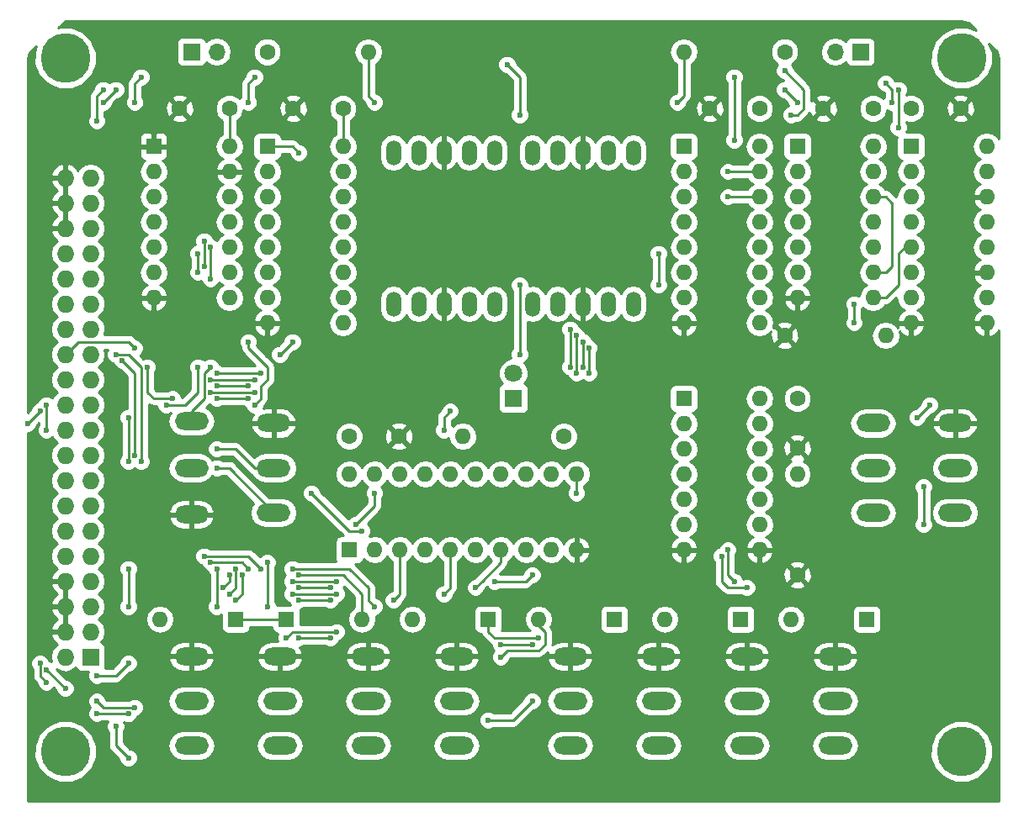
<source format=gbl>
G04 #@! TF.FileFunction,Copper,L2,Bot,Signal*
%FSLAX46Y46*%
G04 Gerber Fmt 4.6, Leading zero omitted, Abs format (unit mm)*
G04 Created by KiCad (PCBNEW 4.0.7) date 10/16/18 23:41:00*
%MOMM*%
%LPD*%
G01*
G04 APERTURE LIST*
%ADD10C,0.100000*%
%ADD11R,1.600000X1.600000*%
%ADD12O,1.600000X1.600000*%
%ADD13R,1.727200X1.727200*%
%ADD14O,1.727200X1.727200*%
%ADD15C,5.000000*%
%ADD16C,1.600000*%
%ADD17R,1.800000X1.800000*%
%ADD18C,1.800000*%
%ADD19O,1.524000X2.524000*%
%ADD20O,3.400000X1.800000*%
%ADD21R,1.700000X1.700000*%
%ADD22O,1.700000X1.700000*%
%ADD23C,0.600000*%
%ADD24C,0.250000*%
%ADD25C,0.254000*%
G04 APERTURE END LIST*
D10*
D11*
X178435000Y-80645000D03*
D12*
X186055000Y-95885000D03*
X178435000Y-83185000D03*
X186055000Y-93345000D03*
X178435000Y-85725000D03*
X186055000Y-90805000D03*
X178435000Y-88265000D03*
X186055000Y-88265000D03*
X178435000Y-90805000D03*
X186055000Y-85725000D03*
X178435000Y-93345000D03*
X186055000Y-83185000D03*
X178435000Y-95885000D03*
X186055000Y-80645000D03*
D13*
X107315000Y-132080000D03*
D14*
X104775000Y-132080000D03*
X107315000Y-129540000D03*
X104775000Y-129540000D03*
X107315000Y-127000000D03*
X104775000Y-127000000D03*
X107315000Y-124460000D03*
X104775000Y-124460000D03*
X107315000Y-121920000D03*
X104775000Y-121920000D03*
X107315000Y-119380000D03*
X104775000Y-119380000D03*
X107315000Y-116840000D03*
X104775000Y-116840000D03*
X107315000Y-114300000D03*
X104775000Y-114300000D03*
X107315000Y-111760000D03*
X104775000Y-111760000D03*
X107315000Y-109220000D03*
X104775000Y-109220000D03*
X107315000Y-106680000D03*
X104775000Y-106680000D03*
X107315000Y-104140000D03*
X104775000Y-104140000D03*
X107315000Y-101600000D03*
X104775000Y-101600000D03*
X107315000Y-99060000D03*
X104775000Y-99060000D03*
X107315000Y-96520000D03*
X104775000Y-96520000D03*
X107315000Y-93980000D03*
X104775000Y-93980000D03*
X107315000Y-91440000D03*
X104775000Y-91440000D03*
X107315000Y-88900000D03*
X104775000Y-88900000D03*
X107315000Y-86360000D03*
X104775000Y-86360000D03*
X107315000Y-83820000D03*
X104775000Y-83820000D03*
D11*
X167005000Y-80645000D03*
D12*
X174625000Y-98425000D03*
X167005000Y-83185000D03*
X174625000Y-95885000D03*
X167005000Y-85725000D03*
X174625000Y-93345000D03*
X167005000Y-88265000D03*
X174625000Y-90805000D03*
X167005000Y-90805000D03*
X174625000Y-88265000D03*
X167005000Y-93345000D03*
X174625000Y-85725000D03*
X167005000Y-95885000D03*
X174625000Y-83185000D03*
X167005000Y-98425000D03*
X174625000Y-80645000D03*
D11*
X133350000Y-121285000D03*
D12*
X156210000Y-113665000D03*
X135890000Y-121285000D03*
X153670000Y-113665000D03*
X138430000Y-121285000D03*
X151130000Y-113665000D03*
X140970000Y-121285000D03*
X148590000Y-113665000D03*
X143510000Y-121285000D03*
X146050000Y-113665000D03*
X146050000Y-121285000D03*
X143510000Y-113665000D03*
X148590000Y-121285000D03*
X140970000Y-113665000D03*
X151130000Y-121285000D03*
X138430000Y-113665000D03*
X153670000Y-121285000D03*
X135890000Y-113665000D03*
X156210000Y-121285000D03*
X133350000Y-113665000D03*
D11*
X167005000Y-106045000D03*
D12*
X174625000Y-121285000D03*
X167005000Y-108585000D03*
X174625000Y-118745000D03*
X167005000Y-111125000D03*
X174625000Y-116205000D03*
X167005000Y-113665000D03*
X174625000Y-113665000D03*
X167005000Y-116205000D03*
X174625000Y-111125000D03*
X167005000Y-118745000D03*
X174625000Y-108585000D03*
X167005000Y-121285000D03*
X174625000Y-106045000D03*
D11*
X189865000Y-80645000D03*
D12*
X197485000Y-98425000D03*
X189865000Y-83185000D03*
X197485000Y-95885000D03*
X189865000Y-85725000D03*
X197485000Y-93345000D03*
X189865000Y-88265000D03*
X197485000Y-90805000D03*
X189865000Y-90805000D03*
X197485000Y-88265000D03*
X189865000Y-93345000D03*
X197485000Y-85725000D03*
X189865000Y-95885000D03*
X197485000Y-83185000D03*
X189865000Y-98425000D03*
X197485000Y-80645000D03*
D11*
X113665000Y-80645000D03*
D12*
X121285000Y-95885000D03*
X113665000Y-83185000D03*
X121285000Y-93345000D03*
X113665000Y-85725000D03*
X121285000Y-90805000D03*
X113665000Y-88265000D03*
X121285000Y-88265000D03*
X113665000Y-90805000D03*
X121285000Y-85725000D03*
X113665000Y-93345000D03*
X121285000Y-83185000D03*
X113665000Y-95885000D03*
X121285000Y-80645000D03*
D15*
X104775000Y-71755000D03*
X194945000Y-71755000D03*
D11*
X125095000Y-80645000D03*
D12*
X132715000Y-98425000D03*
X125095000Y-83185000D03*
X132715000Y-95885000D03*
X125095000Y-85725000D03*
X132715000Y-93345000D03*
X125095000Y-88265000D03*
X132715000Y-90805000D03*
X125095000Y-90805000D03*
X132715000Y-88265000D03*
X125095000Y-93345000D03*
X132715000Y-85725000D03*
X125095000Y-95885000D03*
X132715000Y-83185000D03*
X125095000Y-98425000D03*
X132715000Y-80645000D03*
D16*
X177165000Y-99695000D03*
D12*
X187325000Y-99695000D03*
D16*
X178435000Y-123825000D03*
D12*
X178435000Y-113665000D03*
D16*
X154940000Y-109855000D03*
D12*
X144780000Y-109855000D03*
D15*
X194945000Y-141605000D03*
X104775000Y-141605000D03*
D11*
X160020000Y-128270000D03*
D12*
X152400000Y-128270000D03*
D11*
X185420000Y-128270000D03*
D12*
X177800000Y-128270000D03*
D11*
X172720000Y-128270000D03*
D12*
X165100000Y-128270000D03*
D11*
X127000000Y-128270000D03*
D12*
X134620000Y-128270000D03*
D11*
X121920000Y-128270000D03*
D12*
X114300000Y-128270000D03*
D11*
X147320000Y-128270000D03*
D12*
X139700000Y-128270000D03*
D17*
X149860000Y-106045000D03*
D18*
X149860000Y-103505000D03*
D16*
X174625000Y-76835000D03*
X169625000Y-76835000D03*
X133350000Y-109855000D03*
X138350000Y-109855000D03*
X132715000Y-76835000D03*
X127715000Y-76835000D03*
X186055000Y-76835000D03*
X181055000Y-76835000D03*
X178435000Y-106045000D03*
X178435000Y-111045000D03*
X189865000Y-76835000D03*
X194865000Y-76835000D03*
X121285000Y-76835000D03*
X116285000Y-76835000D03*
D19*
X151765000Y-96520000D03*
X154305000Y-96520000D03*
X156845000Y-96520000D03*
X159385000Y-96520000D03*
X161925000Y-96520000D03*
X161925000Y-81280000D03*
X159385000Y-81280000D03*
X156845000Y-81280000D03*
X154305000Y-81280000D03*
X151765000Y-81280000D03*
X137795000Y-96520000D03*
X140335000Y-96520000D03*
X142875000Y-96520000D03*
X145415000Y-96520000D03*
X147955000Y-96520000D03*
X147955000Y-81280000D03*
X145415000Y-81280000D03*
X142875000Y-81280000D03*
X140335000Y-81280000D03*
X137795000Y-81280000D03*
D20*
X194310000Y-117530000D03*
X194310000Y-113030000D03*
X194310000Y-108530000D03*
X125730000Y-117530000D03*
X125730000Y-113030000D03*
X125730000Y-108530000D03*
X173355000Y-141025000D03*
X173355000Y-136525000D03*
X173355000Y-132025000D03*
D21*
X117475000Y-71120000D03*
D22*
X120015000Y-71120000D03*
D21*
X184785000Y-71120000D03*
D22*
X182245000Y-71120000D03*
D16*
X125095000Y-71120000D03*
D12*
X135255000Y-71120000D03*
D16*
X177165000Y-71120000D03*
D12*
X167005000Y-71120000D03*
D20*
X186055000Y-117530000D03*
X186055000Y-113030000D03*
X186055000Y-108530000D03*
X117475000Y-141025000D03*
X117475000Y-136525000D03*
X117475000Y-132025000D03*
X126365000Y-141025000D03*
X126365000Y-136525000D03*
X126365000Y-132025000D03*
X135255000Y-141025000D03*
X135255000Y-136525000D03*
X135255000Y-132025000D03*
X144145000Y-141025000D03*
X144145000Y-136525000D03*
X144145000Y-132025000D03*
X155575000Y-141025000D03*
X155575000Y-136525000D03*
X155575000Y-132025000D03*
X164465000Y-141025000D03*
X164465000Y-136525000D03*
X164465000Y-132025000D03*
X182245000Y-141025000D03*
X182245000Y-136525000D03*
X182245000Y-132025000D03*
X117475000Y-108330000D03*
X117475000Y-113030000D03*
X117475000Y-117730000D03*
D23*
X128270000Y-81280000D03*
X171450000Y-83185000D03*
X171450000Y-85725000D03*
X107950000Y-133985000D03*
X111125000Y-132715000D03*
X120015000Y-127000000D03*
X120015000Y-123190000D03*
X120015000Y-113030000D03*
X123190000Y-100330000D03*
X123825000Y-106680000D03*
X132080000Y-129540000D03*
X127000000Y-130175000D03*
X125095000Y-122555000D03*
X125095000Y-127000000D03*
X118745000Y-92710000D03*
X118745000Y-90170000D03*
X152400000Y-130175000D03*
X127635000Y-123190000D03*
X135890000Y-127000000D03*
X112395000Y-112395000D03*
X118745000Y-121920000D03*
X109855000Y-101600000D03*
X124460000Y-123190000D03*
X128270000Y-130175000D03*
X131445000Y-130175000D03*
X148590000Y-130810000D03*
X151765000Y-130810000D03*
X110490000Y-102235000D03*
X123190000Y-123190000D03*
X119380000Y-122555000D03*
X128270000Y-123825000D03*
X111760000Y-111760000D03*
X172085000Y-124460000D03*
X171450000Y-121285000D03*
X102870000Y-106680000D03*
X102870000Y-109220000D03*
X102870000Y-133350000D03*
X104775000Y-135255000D03*
X111760000Y-137160000D03*
X107950000Y-136525000D03*
X147320000Y-138430000D03*
X151765000Y-136525000D03*
X191135000Y-118745000D03*
X191135000Y-114935000D03*
X134620000Y-119380000D03*
X173355000Y-125095000D03*
X170815000Y-121920000D03*
X129540000Y-115570000D03*
X120015000Y-111125000D03*
X118110000Y-91440000D03*
X118110000Y-93345000D03*
X118110000Y-102870000D03*
X114935000Y-106680000D03*
X102235000Y-107315000D03*
X100965000Y-108585000D03*
X111125000Y-137795000D03*
X107950000Y-137795000D03*
X148590000Y-132080000D03*
X177800000Y-77470000D03*
X177165000Y-73025000D03*
X112395000Y-73660000D03*
X111760000Y-76200000D03*
X190500000Y-107950000D03*
X191770000Y-106680000D03*
X107950000Y-78105000D03*
X108585000Y-74930000D03*
X188595000Y-74930000D03*
X188595000Y-78740000D03*
X177165000Y-74930000D03*
X178435000Y-76200000D03*
X108585000Y-76200000D03*
X109855000Y-74930000D03*
X155575000Y-99060000D03*
X155575000Y-102870000D03*
X164465000Y-91440000D03*
X120015000Y-103505000D03*
X124460000Y-103505000D03*
X164465000Y-94615000D03*
X156210000Y-99695000D03*
X156210000Y-103505000D03*
X123825000Y-104140000D03*
X119380000Y-104140000D03*
X156845000Y-100330000D03*
X156845000Y-102870000D03*
X123190000Y-104775000D03*
X120015000Y-104775000D03*
X157480000Y-100965000D03*
X157480000Y-103505000D03*
X123825000Y-105410000D03*
X119380000Y-105410000D03*
X127635000Y-124460000D03*
X132080000Y-124460000D03*
X151765000Y-123825000D03*
X147955000Y-124460000D03*
X120650000Y-125095000D03*
X121285000Y-123825000D03*
X126365000Y-101600000D03*
X127635000Y-100330000D03*
X131445000Y-125095000D03*
X128270000Y-125095000D03*
X146050000Y-125095000D03*
X121920000Y-123190000D03*
X121285000Y-125730000D03*
X142875000Y-125730000D03*
X127635000Y-125730000D03*
X132080000Y-125730000D03*
X121920000Y-126365000D03*
X122555000Y-123825000D03*
X128270000Y-126365000D03*
X131445000Y-126365000D03*
X137795000Y-126365000D03*
X156210000Y-115570000D03*
X123190000Y-76200000D03*
X123825000Y-73660000D03*
X172085000Y-73660000D03*
X172085000Y-80010000D03*
X187960000Y-76200000D03*
X187325000Y-74295000D03*
X150495000Y-101600000D03*
X150495000Y-94615000D03*
X150495000Y-77470000D03*
X149225000Y-72390000D03*
X143510000Y-107315000D03*
X142875000Y-109220000D03*
X184150000Y-98425000D03*
X184150000Y-96520000D03*
X135890000Y-115570000D03*
X133985000Y-118745000D03*
X111125000Y-123190000D03*
X111125000Y-127000000D03*
X111125000Y-112395000D03*
X111125000Y-107950000D03*
X102870000Y-134620000D03*
X102235000Y-132715000D03*
X111125000Y-142240000D03*
X109855000Y-139065000D03*
X119380000Y-102870000D03*
X119380000Y-93980000D03*
X119380000Y-90805000D03*
X135890000Y-76200000D03*
X166370000Y-76200000D03*
X123190000Y-106045000D03*
X120015000Y-106045000D03*
X115570000Y-106045000D03*
X113030000Y-102870000D03*
X111760000Y-100965000D03*
D24*
X127635000Y-80645000D02*
X125095000Y-80645000D01*
X128270000Y-81280000D02*
X127635000Y-80645000D01*
X174625000Y-83185000D02*
X171450000Y-83185000D01*
X171450000Y-85725000D02*
X174625000Y-85725000D01*
X121285000Y-113030000D02*
X121285000Y-113085000D01*
X121285000Y-113085000D02*
X125730000Y-117530000D01*
X109855000Y-133985000D02*
X107950000Y-133985000D01*
X111125000Y-132715000D02*
X109855000Y-133985000D01*
X120015000Y-123190000D02*
X120015000Y-127000000D01*
X121230000Y-113030000D02*
X121285000Y-113030000D01*
X121285000Y-113030000D02*
X120015000Y-113030000D01*
X121285000Y-76835000D02*
X121285000Y-80645000D01*
X132715000Y-76835000D02*
X132715000Y-80645000D01*
X123190000Y-100965000D02*
X123190000Y-100330000D01*
X125095000Y-102870000D02*
X123190000Y-100965000D01*
X125095000Y-104140000D02*
X125095000Y-102870000D01*
X124460000Y-104775000D02*
X125095000Y-104140000D01*
X124460000Y-106045000D02*
X124460000Y-104775000D01*
X123825000Y-106680000D02*
X124460000Y-106045000D01*
X132080000Y-129540000D02*
X127635000Y-129540000D01*
X127635000Y-129540000D02*
X127000000Y-130175000D01*
X125095000Y-127000000D02*
X125095000Y-122555000D01*
X118745000Y-90170000D02*
X118745000Y-92710000D01*
X147320000Y-128270000D02*
X147320000Y-129540000D01*
X147955000Y-130175000D02*
X152400000Y-130175000D01*
X147320000Y-129540000D02*
X147955000Y-130175000D01*
X118745000Y-121920000D02*
X123190000Y-121920000D01*
X133350000Y-123190000D02*
X127635000Y-123190000D01*
X135255000Y-125095000D02*
X133350000Y-123190000D01*
X135255000Y-126365000D02*
X135255000Y-125095000D01*
X135890000Y-127000000D02*
X135255000Y-126365000D01*
X111125000Y-101600000D02*
X109855000Y-101600000D01*
X112395000Y-102870000D02*
X111125000Y-101600000D01*
X112395000Y-112395000D02*
X112395000Y-102870000D01*
X123190000Y-121920000D02*
X124460000Y-123190000D01*
X128270000Y-130175000D02*
X131445000Y-130175000D01*
X148590000Y-130810000D02*
X151765000Y-130810000D01*
X121920000Y-128270000D02*
X127000000Y-128270000D01*
X111760000Y-111760000D02*
X111760000Y-103505000D01*
X111760000Y-103505000D02*
X111125000Y-102870000D01*
X111125000Y-102870000D02*
X110490000Y-102235000D01*
X123190000Y-123190000D02*
X122555000Y-122555000D01*
X122555000Y-122555000D02*
X119380000Y-122555000D01*
X134620000Y-128270000D02*
X134620000Y-125730000D01*
X132715000Y-123825000D02*
X128270000Y-123825000D01*
X134620000Y-125730000D02*
X132715000Y-123825000D01*
X171450000Y-123825000D02*
X172085000Y-124460000D01*
X171450000Y-121285000D02*
X171450000Y-123825000D01*
X102870000Y-106680000D02*
X102870000Y-109220000D01*
X102870000Y-133350000D02*
X104775000Y-135255000D01*
X108585000Y-137160000D02*
X111760000Y-137160000D01*
X107950000Y-136525000D02*
X108585000Y-137160000D01*
X149860000Y-138430000D02*
X147320000Y-138430000D01*
X151765000Y-136525000D02*
X149860000Y-138430000D01*
X191135000Y-116840000D02*
X191135000Y-114935000D01*
X191135000Y-118745000D02*
X191135000Y-116840000D01*
X134620000Y-119380000D02*
X133350000Y-119380000D01*
X171450000Y-125095000D02*
X173355000Y-125095000D01*
X170815000Y-124460000D02*
X171450000Y-125095000D01*
X170815000Y-121920000D02*
X170815000Y-124460000D01*
X133350000Y-119380000D02*
X129540000Y-115570000D01*
X125730000Y-113030000D02*
X123825000Y-113030000D01*
X121920000Y-111125000D02*
X120015000Y-111125000D01*
X123825000Y-113030000D02*
X121920000Y-111125000D01*
X118110000Y-93345000D02*
X118110000Y-91440000D01*
X118110000Y-102870000D02*
X118110000Y-104775000D01*
X118110000Y-104775000D02*
X118110000Y-105410000D01*
X118110000Y-105410000D02*
X116840000Y-106680000D01*
X116840000Y-106680000D02*
X115570000Y-106680000D01*
X115570000Y-106680000D02*
X114935000Y-106680000D01*
X102235000Y-107315000D02*
X100965000Y-108585000D01*
X107950000Y-137795000D02*
X111125000Y-137795000D01*
X149225000Y-131445000D02*
X148590000Y-132080000D01*
X152400000Y-131445000D02*
X149225000Y-131445000D01*
X153035000Y-130810000D02*
X152400000Y-131445000D01*
X153035000Y-129540000D02*
X153035000Y-130810000D01*
X153035000Y-129540000D02*
X152400000Y-128905000D01*
X152400000Y-128270000D02*
X152400000Y-128905000D01*
X178435000Y-77470000D02*
X177800000Y-77470000D01*
X179070000Y-76835000D02*
X178435000Y-77470000D01*
X179070000Y-74930000D02*
X179070000Y-76835000D01*
X177165000Y-73025000D02*
X179070000Y-74930000D01*
X111760000Y-74295000D02*
X112395000Y-73660000D01*
X111760000Y-76200000D02*
X111760000Y-74295000D01*
X190500000Y-107950000D02*
X191770000Y-106680000D01*
X107950000Y-75565000D02*
X107950000Y-78105000D01*
X108585000Y-74930000D02*
X107950000Y-75565000D01*
X188595000Y-78740000D02*
X188595000Y-74930000D01*
X177165000Y-74930000D02*
X178435000Y-76200000D01*
X108585000Y-76200000D02*
X109855000Y-74930000D01*
X155575000Y-102870000D02*
X155575000Y-99060000D01*
X120015000Y-103505000D02*
X124460000Y-103505000D01*
X164465000Y-94615000D02*
X164465000Y-91440000D01*
X156210000Y-103505000D02*
X156210000Y-99695000D01*
X119380000Y-104140000D02*
X123825000Y-104140000D01*
X156845000Y-102870000D02*
X156845000Y-100330000D01*
X120015000Y-104775000D02*
X123190000Y-104775000D01*
X157480000Y-103505000D02*
X157480000Y-100965000D01*
X119380000Y-105410000D02*
X123825000Y-105410000D01*
X132080000Y-124460000D02*
X127635000Y-124460000D01*
X151765000Y-123825000D02*
X151130000Y-124460000D01*
X151130000Y-124460000D02*
X147955000Y-124460000D01*
X121285000Y-123825000D02*
X121285000Y-124460000D01*
X121285000Y-124460000D02*
X120650000Y-125095000D01*
X127635000Y-100330000D02*
X126365000Y-101600000D01*
X131445000Y-125095000D02*
X128270000Y-125095000D01*
X148590000Y-122555000D02*
X146685000Y-124460000D01*
X146685000Y-124460000D02*
X146050000Y-125095000D01*
X148590000Y-121285000D02*
X148590000Y-122555000D01*
X121285000Y-125730000D02*
X121920000Y-125095000D01*
X121920000Y-125095000D02*
X121920000Y-123190000D01*
X143510000Y-125095000D02*
X142875000Y-125730000D01*
X143510000Y-121285000D02*
X143510000Y-123825000D01*
X143510000Y-123825000D02*
X143510000Y-125095000D01*
X132080000Y-125730000D02*
X127635000Y-125730000D01*
X122555000Y-125730000D02*
X122555000Y-123825000D01*
X122555000Y-125730000D02*
X121920000Y-126365000D01*
X138430000Y-124460000D02*
X138430000Y-125730000D01*
X138430000Y-121285000D02*
X138430000Y-124460000D01*
X131445000Y-126365000D02*
X128270000Y-126365000D01*
X138430000Y-125730000D02*
X137795000Y-126365000D01*
X156210000Y-115570000D02*
X156210000Y-113665000D01*
X123190000Y-76200000D02*
X123190000Y-74295000D01*
X123190000Y-74295000D02*
X123825000Y-73660000D01*
X172085000Y-80010000D02*
X172085000Y-73660000D01*
X187960000Y-76200000D02*
X187960000Y-74930000D01*
X187960000Y-74930000D02*
X187325000Y-74295000D01*
X150495000Y-94615000D02*
X150495000Y-101600000D01*
X150495000Y-73660000D02*
X150495000Y-77470000D01*
X149225000Y-72390000D02*
X150495000Y-73660000D01*
X142875000Y-109220000D02*
X142875000Y-107950000D01*
X142875000Y-107950000D02*
X143510000Y-107315000D01*
X184150000Y-96520000D02*
X184150000Y-98425000D01*
X135890000Y-116840000D02*
X135890000Y-115570000D01*
X133985000Y-118745000D02*
X135890000Y-116840000D01*
X111125000Y-127000000D02*
X111125000Y-123190000D01*
X111125000Y-107950000D02*
X111125000Y-112395000D01*
X102235000Y-133985000D02*
X102870000Y-134620000D01*
X102235000Y-132715000D02*
X102235000Y-133985000D01*
X110490000Y-141605000D02*
X111125000Y-142240000D01*
X109855000Y-140970000D02*
X110490000Y-141605000D01*
X109855000Y-139065000D02*
X109855000Y-140970000D01*
X189865000Y-90805000D02*
X189230000Y-90805000D01*
X189230000Y-90805000D02*
X188595000Y-91440000D01*
X188595000Y-91440000D02*
X188595000Y-94615000D01*
X188595000Y-94615000D02*
X187325000Y-95885000D01*
X187325000Y-95885000D02*
X186055000Y-95885000D01*
X117475000Y-108330000D02*
X117475000Y-107315000D01*
X117475000Y-107315000D02*
X118745000Y-106045000D01*
X118745000Y-106045000D02*
X118745000Y-103505000D01*
X118745000Y-103505000D02*
X119380000Y-102870000D01*
X119380000Y-90805000D02*
X119380000Y-93980000D01*
X135255000Y-75565000D02*
X135255000Y-71120000D01*
X135890000Y-76200000D02*
X135255000Y-75565000D01*
X167005000Y-75565000D02*
X167005000Y-71120000D01*
X166370000Y-76200000D02*
X167005000Y-75565000D01*
X104775000Y-101600000D02*
X106045000Y-100330000D01*
X120015000Y-106045000D02*
X123190000Y-106045000D01*
X113665000Y-106045000D02*
X115570000Y-106045000D01*
X113030000Y-105410000D02*
X113665000Y-106045000D01*
X113030000Y-102870000D02*
X113030000Y-105410000D01*
X111125000Y-100330000D02*
X111760000Y-100965000D01*
X106045000Y-100330000D02*
X111125000Y-100330000D01*
X186055000Y-93345000D02*
X187325000Y-93345000D01*
X187325000Y-85725000D02*
X186055000Y-85725000D01*
X187960000Y-86360000D02*
X187325000Y-85725000D01*
X187960000Y-92710000D02*
X187960000Y-86360000D01*
X187325000Y-93345000D02*
X187960000Y-92710000D01*
D25*
G36*
X195624456Y-68169062D02*
X196434262Y-68978868D01*
X195571326Y-68620546D01*
X194324146Y-68619457D01*
X193171485Y-69095727D01*
X192288826Y-69976847D01*
X191810546Y-71128674D01*
X191809457Y-72375854D01*
X192285727Y-73528515D01*
X193166847Y-74411174D01*
X194318674Y-74889454D01*
X195565854Y-74890543D01*
X196718515Y-74414273D01*
X197601174Y-73533153D01*
X198079454Y-72381326D01*
X198080543Y-71134146D01*
X197722141Y-70266747D01*
X198530938Y-71075544D01*
X198680000Y-71824931D01*
X198680000Y-79858069D01*
X198527811Y-79630302D01*
X198062264Y-79319233D01*
X197513113Y-79210000D01*
X197456887Y-79210000D01*
X196907736Y-79319233D01*
X196442189Y-79630302D01*
X196131120Y-80095849D01*
X196021887Y-80645000D01*
X196131120Y-81194151D01*
X196442189Y-81659698D01*
X196824275Y-81915000D01*
X196442189Y-82170302D01*
X196131120Y-82635849D01*
X196021887Y-83185000D01*
X196131120Y-83734151D01*
X196442189Y-84199698D01*
X196846703Y-84469986D01*
X196629866Y-84572611D01*
X196253959Y-84987577D01*
X196093096Y-85375961D01*
X196215085Y-85598000D01*
X197358000Y-85598000D01*
X197358000Y-85578000D01*
X197612000Y-85578000D01*
X197612000Y-85598000D01*
X197632000Y-85598000D01*
X197632000Y-85852000D01*
X197612000Y-85852000D01*
X197612000Y-85872000D01*
X197358000Y-85872000D01*
X197358000Y-85852000D01*
X196215085Y-85852000D01*
X196093096Y-86074039D01*
X196253959Y-86462423D01*
X196629866Y-86877389D01*
X196846703Y-86980014D01*
X196442189Y-87250302D01*
X196131120Y-87715849D01*
X196021887Y-88265000D01*
X196131120Y-88814151D01*
X196442189Y-89279698D01*
X196824275Y-89535000D01*
X196442189Y-89790302D01*
X196131120Y-90255849D01*
X196021887Y-90805000D01*
X196131120Y-91354151D01*
X196442189Y-91819698D01*
X196846703Y-92089986D01*
X196629866Y-92192611D01*
X196253959Y-92607577D01*
X196093096Y-92995961D01*
X196215085Y-93218000D01*
X197358000Y-93218000D01*
X197358000Y-93198000D01*
X197612000Y-93198000D01*
X197612000Y-93218000D01*
X197632000Y-93218000D01*
X197632000Y-93472000D01*
X197612000Y-93472000D01*
X197612000Y-93492000D01*
X197358000Y-93492000D01*
X197358000Y-93472000D01*
X196215085Y-93472000D01*
X196093096Y-93694039D01*
X196253959Y-94082423D01*
X196629866Y-94497389D01*
X196846703Y-94600014D01*
X196442189Y-94870302D01*
X196131120Y-95335849D01*
X196021887Y-95885000D01*
X196131120Y-96434151D01*
X196442189Y-96899698D01*
X196846703Y-97169986D01*
X196629866Y-97272611D01*
X196253959Y-97687577D01*
X196093096Y-98075961D01*
X196215085Y-98298000D01*
X197358000Y-98298000D01*
X197358000Y-98278000D01*
X197612000Y-98278000D01*
X197612000Y-98298000D01*
X197632000Y-98298000D01*
X197632000Y-98552000D01*
X197612000Y-98552000D01*
X197612000Y-99695629D01*
X197834041Y-99816914D01*
X198340134Y-99577389D01*
X198680000Y-99202209D01*
X198680000Y-146610000D01*
X101040000Y-146610000D01*
X101040000Y-142225854D01*
X101639457Y-142225854D01*
X102115727Y-143378515D01*
X102996847Y-144261174D01*
X104148674Y-144739454D01*
X105395854Y-144740543D01*
X106548515Y-144264273D01*
X107431174Y-143383153D01*
X107909454Y-142231326D01*
X107910543Y-140984146D01*
X107434273Y-139831485D01*
X106553153Y-138948826D01*
X105401326Y-138470546D01*
X104154146Y-138469457D01*
X103001485Y-138945727D01*
X102118826Y-139826847D01*
X101640546Y-140978674D01*
X101639457Y-142225854D01*
X101040000Y-142225854D01*
X101040000Y-136710167D01*
X107014838Y-136710167D01*
X107156883Y-137053943D01*
X107262710Y-137159954D01*
X107157808Y-137264673D01*
X107015162Y-137608201D01*
X107014838Y-137980167D01*
X107156883Y-138323943D01*
X107419673Y-138587192D01*
X107763201Y-138729838D01*
X108135167Y-138730162D01*
X108478943Y-138588117D01*
X108512118Y-138555000D01*
X109054367Y-138555000D01*
X108920162Y-138878201D01*
X108919838Y-139250167D01*
X109061883Y-139593943D01*
X109095000Y-139627118D01*
X109095000Y-140970000D01*
X109152852Y-141260839D01*
X109317599Y-141507401D01*
X110189878Y-142379680D01*
X110189838Y-142425167D01*
X110331883Y-142768943D01*
X110594673Y-143032192D01*
X110938201Y-143174838D01*
X111310167Y-143175162D01*
X111653943Y-143033117D01*
X111917192Y-142770327D01*
X112059838Y-142426799D01*
X112060162Y-142054833D01*
X111918117Y-141711057D01*
X111655327Y-141447808D01*
X111311799Y-141305162D01*
X111264923Y-141305121D01*
X110984802Y-141025000D01*
X115094255Y-141025000D01*
X115211100Y-141612419D01*
X115543846Y-142110409D01*
X116041836Y-142443155D01*
X116629255Y-142560000D01*
X118320745Y-142560000D01*
X118908164Y-142443155D01*
X119406154Y-142110409D01*
X119738900Y-141612419D01*
X119855745Y-141025000D01*
X123984255Y-141025000D01*
X124101100Y-141612419D01*
X124433846Y-142110409D01*
X124931836Y-142443155D01*
X125519255Y-142560000D01*
X127210745Y-142560000D01*
X127798164Y-142443155D01*
X128296154Y-142110409D01*
X128628900Y-141612419D01*
X128745745Y-141025000D01*
X132874255Y-141025000D01*
X132991100Y-141612419D01*
X133323846Y-142110409D01*
X133821836Y-142443155D01*
X134409255Y-142560000D01*
X136100745Y-142560000D01*
X136688164Y-142443155D01*
X137186154Y-142110409D01*
X137518900Y-141612419D01*
X137635745Y-141025000D01*
X141764255Y-141025000D01*
X141881100Y-141612419D01*
X142213846Y-142110409D01*
X142711836Y-142443155D01*
X143299255Y-142560000D01*
X144990745Y-142560000D01*
X145578164Y-142443155D01*
X146076154Y-142110409D01*
X146408900Y-141612419D01*
X146525745Y-141025000D01*
X153194255Y-141025000D01*
X153311100Y-141612419D01*
X153643846Y-142110409D01*
X154141836Y-142443155D01*
X154729255Y-142560000D01*
X156420745Y-142560000D01*
X157008164Y-142443155D01*
X157506154Y-142110409D01*
X157838900Y-141612419D01*
X157955745Y-141025000D01*
X162084255Y-141025000D01*
X162201100Y-141612419D01*
X162533846Y-142110409D01*
X163031836Y-142443155D01*
X163619255Y-142560000D01*
X165310745Y-142560000D01*
X165898164Y-142443155D01*
X166396154Y-142110409D01*
X166728900Y-141612419D01*
X166845745Y-141025000D01*
X170974255Y-141025000D01*
X171091100Y-141612419D01*
X171423846Y-142110409D01*
X171921836Y-142443155D01*
X172509255Y-142560000D01*
X174200745Y-142560000D01*
X174788164Y-142443155D01*
X175286154Y-142110409D01*
X175618900Y-141612419D01*
X175735745Y-141025000D01*
X179864255Y-141025000D01*
X179981100Y-141612419D01*
X180313846Y-142110409D01*
X180811836Y-142443155D01*
X181399255Y-142560000D01*
X183090745Y-142560000D01*
X183678164Y-142443155D01*
X184003378Y-142225854D01*
X191809457Y-142225854D01*
X192285727Y-143378515D01*
X193166847Y-144261174D01*
X194318674Y-144739454D01*
X195565854Y-144740543D01*
X196718515Y-144264273D01*
X197601174Y-143383153D01*
X198079454Y-142231326D01*
X198080543Y-140984146D01*
X197604273Y-139831485D01*
X196723153Y-138948826D01*
X195571326Y-138470546D01*
X194324146Y-138469457D01*
X193171485Y-138945727D01*
X192288826Y-139826847D01*
X191810546Y-140978674D01*
X191809457Y-142225854D01*
X184003378Y-142225854D01*
X184176154Y-142110409D01*
X184508900Y-141612419D01*
X184625745Y-141025000D01*
X184508900Y-140437581D01*
X184176154Y-139939591D01*
X183678164Y-139606845D01*
X183090745Y-139490000D01*
X181399255Y-139490000D01*
X180811836Y-139606845D01*
X180313846Y-139939591D01*
X179981100Y-140437581D01*
X179864255Y-141025000D01*
X175735745Y-141025000D01*
X175618900Y-140437581D01*
X175286154Y-139939591D01*
X174788164Y-139606845D01*
X174200745Y-139490000D01*
X172509255Y-139490000D01*
X171921836Y-139606845D01*
X171423846Y-139939591D01*
X171091100Y-140437581D01*
X170974255Y-141025000D01*
X166845745Y-141025000D01*
X166728900Y-140437581D01*
X166396154Y-139939591D01*
X165898164Y-139606845D01*
X165310745Y-139490000D01*
X163619255Y-139490000D01*
X163031836Y-139606845D01*
X162533846Y-139939591D01*
X162201100Y-140437581D01*
X162084255Y-141025000D01*
X157955745Y-141025000D01*
X157838900Y-140437581D01*
X157506154Y-139939591D01*
X157008164Y-139606845D01*
X156420745Y-139490000D01*
X154729255Y-139490000D01*
X154141836Y-139606845D01*
X153643846Y-139939591D01*
X153311100Y-140437581D01*
X153194255Y-141025000D01*
X146525745Y-141025000D01*
X146408900Y-140437581D01*
X146076154Y-139939591D01*
X145578164Y-139606845D01*
X144990745Y-139490000D01*
X143299255Y-139490000D01*
X142711836Y-139606845D01*
X142213846Y-139939591D01*
X141881100Y-140437581D01*
X141764255Y-141025000D01*
X137635745Y-141025000D01*
X137518900Y-140437581D01*
X137186154Y-139939591D01*
X136688164Y-139606845D01*
X136100745Y-139490000D01*
X134409255Y-139490000D01*
X133821836Y-139606845D01*
X133323846Y-139939591D01*
X132991100Y-140437581D01*
X132874255Y-141025000D01*
X128745745Y-141025000D01*
X128628900Y-140437581D01*
X128296154Y-139939591D01*
X127798164Y-139606845D01*
X127210745Y-139490000D01*
X125519255Y-139490000D01*
X124931836Y-139606845D01*
X124433846Y-139939591D01*
X124101100Y-140437581D01*
X123984255Y-141025000D01*
X119855745Y-141025000D01*
X119738900Y-140437581D01*
X119406154Y-139939591D01*
X118908164Y-139606845D01*
X118320745Y-139490000D01*
X116629255Y-139490000D01*
X116041836Y-139606845D01*
X115543846Y-139939591D01*
X115211100Y-140437581D01*
X115094255Y-141025000D01*
X110984802Y-141025000D01*
X110615000Y-140655198D01*
X110615000Y-139627463D01*
X110647192Y-139595327D01*
X110789838Y-139251799D01*
X110790162Y-138879833D01*
X110684690Y-138624570D01*
X110938201Y-138729838D01*
X111310167Y-138730162D01*
X111588476Y-138615167D01*
X146384838Y-138615167D01*
X146526883Y-138958943D01*
X146789673Y-139222192D01*
X147133201Y-139364838D01*
X147505167Y-139365162D01*
X147848943Y-139223117D01*
X147882118Y-139190000D01*
X149860000Y-139190000D01*
X150150839Y-139132148D01*
X150397401Y-138967401D01*
X151904680Y-137460122D01*
X151950167Y-137460162D01*
X152293943Y-137318117D01*
X152557192Y-137055327D01*
X152699838Y-136711799D01*
X152700000Y-136525000D01*
X153194255Y-136525000D01*
X153311100Y-137112419D01*
X153643846Y-137610409D01*
X154141836Y-137943155D01*
X154729255Y-138060000D01*
X156420745Y-138060000D01*
X157008164Y-137943155D01*
X157506154Y-137610409D01*
X157838900Y-137112419D01*
X157955745Y-136525000D01*
X162084255Y-136525000D01*
X162201100Y-137112419D01*
X162533846Y-137610409D01*
X163031836Y-137943155D01*
X163619255Y-138060000D01*
X165310745Y-138060000D01*
X165898164Y-137943155D01*
X166396154Y-137610409D01*
X166728900Y-137112419D01*
X166845745Y-136525000D01*
X170974255Y-136525000D01*
X171091100Y-137112419D01*
X171423846Y-137610409D01*
X171921836Y-137943155D01*
X172509255Y-138060000D01*
X174200745Y-138060000D01*
X174788164Y-137943155D01*
X175286154Y-137610409D01*
X175618900Y-137112419D01*
X175735745Y-136525000D01*
X179864255Y-136525000D01*
X179981100Y-137112419D01*
X180313846Y-137610409D01*
X180811836Y-137943155D01*
X181399255Y-138060000D01*
X183090745Y-138060000D01*
X183678164Y-137943155D01*
X184176154Y-137610409D01*
X184508900Y-137112419D01*
X184625745Y-136525000D01*
X184508900Y-135937581D01*
X184176154Y-135439591D01*
X183678164Y-135106845D01*
X183090745Y-134990000D01*
X181399255Y-134990000D01*
X180811836Y-135106845D01*
X180313846Y-135439591D01*
X179981100Y-135937581D01*
X179864255Y-136525000D01*
X175735745Y-136525000D01*
X175618900Y-135937581D01*
X175286154Y-135439591D01*
X174788164Y-135106845D01*
X174200745Y-134990000D01*
X172509255Y-134990000D01*
X171921836Y-135106845D01*
X171423846Y-135439591D01*
X171091100Y-135937581D01*
X170974255Y-136525000D01*
X166845745Y-136525000D01*
X166728900Y-135937581D01*
X166396154Y-135439591D01*
X165898164Y-135106845D01*
X165310745Y-134990000D01*
X163619255Y-134990000D01*
X163031836Y-135106845D01*
X162533846Y-135439591D01*
X162201100Y-135937581D01*
X162084255Y-136525000D01*
X157955745Y-136525000D01*
X157838900Y-135937581D01*
X157506154Y-135439591D01*
X157008164Y-135106845D01*
X156420745Y-134990000D01*
X154729255Y-134990000D01*
X154141836Y-135106845D01*
X153643846Y-135439591D01*
X153311100Y-135937581D01*
X153194255Y-136525000D01*
X152700000Y-136525000D01*
X152700162Y-136339833D01*
X152558117Y-135996057D01*
X152295327Y-135732808D01*
X151951799Y-135590162D01*
X151579833Y-135589838D01*
X151236057Y-135731883D01*
X150972808Y-135994673D01*
X150830162Y-136338201D01*
X150830121Y-136385077D01*
X149545198Y-137670000D01*
X147882463Y-137670000D01*
X147850327Y-137637808D01*
X147506799Y-137495162D01*
X147134833Y-137494838D01*
X146791057Y-137636883D01*
X146527808Y-137899673D01*
X146385162Y-138243201D01*
X146384838Y-138615167D01*
X111588476Y-138615167D01*
X111653943Y-138588117D01*
X111917192Y-138325327D01*
X112026765Y-138061446D01*
X112288943Y-137953117D01*
X112552192Y-137690327D01*
X112694838Y-137346799D01*
X112695162Y-136974833D01*
X112553117Y-136631057D01*
X112447245Y-136525000D01*
X115094255Y-136525000D01*
X115211100Y-137112419D01*
X115543846Y-137610409D01*
X116041836Y-137943155D01*
X116629255Y-138060000D01*
X118320745Y-138060000D01*
X118908164Y-137943155D01*
X119406154Y-137610409D01*
X119738900Y-137112419D01*
X119855745Y-136525000D01*
X123984255Y-136525000D01*
X124101100Y-137112419D01*
X124433846Y-137610409D01*
X124931836Y-137943155D01*
X125519255Y-138060000D01*
X127210745Y-138060000D01*
X127798164Y-137943155D01*
X128296154Y-137610409D01*
X128628900Y-137112419D01*
X128745745Y-136525000D01*
X132874255Y-136525000D01*
X132991100Y-137112419D01*
X133323846Y-137610409D01*
X133821836Y-137943155D01*
X134409255Y-138060000D01*
X136100745Y-138060000D01*
X136688164Y-137943155D01*
X137186154Y-137610409D01*
X137518900Y-137112419D01*
X137635745Y-136525000D01*
X141764255Y-136525000D01*
X141881100Y-137112419D01*
X142213846Y-137610409D01*
X142711836Y-137943155D01*
X143299255Y-138060000D01*
X144990745Y-138060000D01*
X145578164Y-137943155D01*
X146076154Y-137610409D01*
X146408900Y-137112419D01*
X146525745Y-136525000D01*
X146408900Y-135937581D01*
X146076154Y-135439591D01*
X145578164Y-135106845D01*
X144990745Y-134990000D01*
X143299255Y-134990000D01*
X142711836Y-135106845D01*
X142213846Y-135439591D01*
X141881100Y-135937581D01*
X141764255Y-136525000D01*
X137635745Y-136525000D01*
X137518900Y-135937581D01*
X137186154Y-135439591D01*
X136688164Y-135106845D01*
X136100745Y-134990000D01*
X134409255Y-134990000D01*
X133821836Y-135106845D01*
X133323846Y-135439591D01*
X132991100Y-135937581D01*
X132874255Y-136525000D01*
X128745745Y-136525000D01*
X128628900Y-135937581D01*
X128296154Y-135439591D01*
X127798164Y-135106845D01*
X127210745Y-134990000D01*
X125519255Y-134990000D01*
X124931836Y-135106845D01*
X124433846Y-135439591D01*
X124101100Y-135937581D01*
X123984255Y-136525000D01*
X119855745Y-136525000D01*
X119738900Y-135937581D01*
X119406154Y-135439591D01*
X118908164Y-135106845D01*
X118320745Y-134990000D01*
X116629255Y-134990000D01*
X116041836Y-135106845D01*
X115543846Y-135439591D01*
X115211100Y-135937581D01*
X115094255Y-136525000D01*
X112447245Y-136525000D01*
X112290327Y-136367808D01*
X111946799Y-136225162D01*
X111574833Y-136224838D01*
X111231057Y-136366883D01*
X111197882Y-136400000D01*
X108899802Y-136400000D01*
X108885122Y-136385320D01*
X108885162Y-136339833D01*
X108743117Y-135996057D01*
X108480327Y-135732808D01*
X108136799Y-135590162D01*
X107764833Y-135589838D01*
X107421057Y-135731883D01*
X107157808Y-135994673D01*
X107015162Y-136338201D01*
X107014838Y-136710167D01*
X101040000Y-136710167D01*
X101040000Y-127359027D01*
X103320032Y-127359027D01*
X103568179Y-127888490D01*
X103986152Y-128270000D01*
X103568179Y-128651510D01*
X103320032Y-129180973D01*
X103440531Y-129413000D01*
X104648000Y-129413000D01*
X104648000Y-127127000D01*
X103440531Y-127127000D01*
X103320032Y-127359027D01*
X101040000Y-127359027D01*
X101040000Y-124819027D01*
X103320032Y-124819027D01*
X103568179Y-125348490D01*
X103986152Y-125730000D01*
X103568179Y-126111510D01*
X103320032Y-126640973D01*
X103440531Y-126873000D01*
X104648000Y-126873000D01*
X104648000Y-124587000D01*
X103440531Y-124587000D01*
X103320032Y-124819027D01*
X101040000Y-124819027D01*
X101040000Y-109520066D01*
X101150167Y-109520162D01*
X101493943Y-109378117D01*
X101757192Y-109115327D01*
X101899838Y-108771799D01*
X101899879Y-108724923D01*
X102110000Y-108514802D01*
X102110000Y-108657537D01*
X102077808Y-108689673D01*
X101935162Y-109033201D01*
X101934838Y-109405167D01*
X102076883Y-109748943D01*
X102339673Y-110012192D01*
X102683201Y-110154838D01*
X103055167Y-110155162D01*
X103398943Y-110013117D01*
X103470127Y-109942057D01*
X103715330Y-110309029D01*
X103986172Y-110490000D01*
X103715330Y-110670971D01*
X103390474Y-111157152D01*
X103276400Y-111730641D01*
X103276400Y-111789359D01*
X103390474Y-112362848D01*
X103715330Y-112849029D01*
X103986172Y-113030000D01*
X103715330Y-113210971D01*
X103390474Y-113697152D01*
X103276400Y-114270641D01*
X103276400Y-114329359D01*
X103390474Y-114902848D01*
X103715330Y-115389029D01*
X103986172Y-115570000D01*
X103715330Y-115750971D01*
X103390474Y-116237152D01*
X103276400Y-116810641D01*
X103276400Y-116869359D01*
X103390474Y-117442848D01*
X103715330Y-117929029D01*
X103986172Y-118110000D01*
X103715330Y-118290971D01*
X103390474Y-118777152D01*
X103276400Y-119350641D01*
X103276400Y-119409359D01*
X103390474Y-119982848D01*
X103715330Y-120469029D01*
X103986172Y-120650000D01*
X103715330Y-120830971D01*
X103390474Y-121317152D01*
X103276400Y-121890641D01*
X103276400Y-121949359D01*
X103390474Y-122522848D01*
X103715330Y-123009029D01*
X103986161Y-123189992D01*
X103568179Y-123571510D01*
X103320032Y-124100973D01*
X103440531Y-124333000D01*
X104648000Y-124333000D01*
X104648000Y-124313000D01*
X104902000Y-124313000D01*
X104902000Y-124333000D01*
X104922000Y-124333000D01*
X104922000Y-124587000D01*
X104902000Y-124587000D01*
X104902000Y-126873000D01*
X104922000Y-126873000D01*
X104922000Y-127127000D01*
X104902000Y-127127000D01*
X104902000Y-129413000D01*
X104922000Y-129413000D01*
X104922000Y-129667000D01*
X104902000Y-129667000D01*
X104902000Y-129687000D01*
X104648000Y-129687000D01*
X104648000Y-129667000D01*
X103440531Y-129667000D01*
X103320032Y-129899027D01*
X103568179Y-130428490D01*
X103986161Y-130810008D01*
X103715330Y-130990971D01*
X103390474Y-131477152D01*
X103276400Y-132050641D01*
X103276400Y-132109359D01*
X103362476Y-132542091D01*
X103136446Y-132448235D01*
X103028117Y-132186057D01*
X102765327Y-131922808D01*
X102421799Y-131780162D01*
X102049833Y-131779838D01*
X101706057Y-131921883D01*
X101442808Y-132184673D01*
X101300162Y-132528201D01*
X101299838Y-132900167D01*
X101441883Y-133243943D01*
X101475000Y-133277118D01*
X101475000Y-133985000D01*
X101532852Y-134275839D01*
X101697599Y-134522401D01*
X101934878Y-134759680D01*
X101934838Y-134805167D01*
X102076883Y-135148943D01*
X102339673Y-135412192D01*
X102683201Y-135554838D01*
X103055167Y-135555162D01*
X103398943Y-135413117D01*
X103628829Y-135183631D01*
X103839878Y-135394680D01*
X103839838Y-135440167D01*
X103981883Y-135783943D01*
X104244673Y-136047192D01*
X104588201Y-136189838D01*
X104960167Y-136190162D01*
X105303943Y-136048117D01*
X105567192Y-135785327D01*
X105709838Y-135441799D01*
X105710162Y-135069833D01*
X105568117Y-134726057D01*
X105305327Y-134462808D01*
X104961799Y-134320162D01*
X104914923Y-134320121D01*
X103861496Y-133266694D01*
X104201511Y-133493885D01*
X104775000Y-133607959D01*
X105348489Y-133493885D01*
X105834670Y-133169029D01*
X105843805Y-133155358D01*
X105848238Y-133178917D01*
X105987310Y-133395041D01*
X106199510Y-133540031D01*
X106451400Y-133591040D01*
X107101183Y-133591040D01*
X107015162Y-133798201D01*
X107014838Y-134170167D01*
X107156883Y-134513943D01*
X107419673Y-134777192D01*
X107763201Y-134919838D01*
X108135167Y-134920162D01*
X108478943Y-134778117D01*
X108512118Y-134745000D01*
X109855000Y-134745000D01*
X110145839Y-134687148D01*
X110392401Y-134522401D01*
X111264680Y-133650122D01*
X111310167Y-133650162D01*
X111653943Y-133508117D01*
X111917192Y-133245327D01*
X112059838Y-132901799D01*
X112060162Y-132529833D01*
X112002277Y-132389740D01*
X115183964Y-132389740D01*
X115208244Y-132495086D01*
X115499788Y-133020606D01*
X115970248Y-133394554D01*
X116548000Y-133560000D01*
X117348000Y-133560000D01*
X117348000Y-132152000D01*
X117602000Y-132152000D01*
X117602000Y-133560000D01*
X118402000Y-133560000D01*
X118979752Y-133394554D01*
X119450212Y-133020606D01*
X119741756Y-132495086D01*
X119766036Y-132389740D01*
X124073964Y-132389740D01*
X124098244Y-132495086D01*
X124389788Y-133020606D01*
X124860248Y-133394554D01*
X125438000Y-133560000D01*
X126238000Y-133560000D01*
X126238000Y-132152000D01*
X126492000Y-132152000D01*
X126492000Y-133560000D01*
X127292000Y-133560000D01*
X127869752Y-133394554D01*
X128340212Y-133020606D01*
X128631756Y-132495086D01*
X128656036Y-132389740D01*
X132963964Y-132389740D01*
X132988244Y-132495086D01*
X133279788Y-133020606D01*
X133750248Y-133394554D01*
X134328000Y-133560000D01*
X135128000Y-133560000D01*
X135128000Y-132152000D01*
X135382000Y-132152000D01*
X135382000Y-133560000D01*
X136182000Y-133560000D01*
X136759752Y-133394554D01*
X137230212Y-133020606D01*
X137521756Y-132495086D01*
X137546036Y-132389740D01*
X141853964Y-132389740D01*
X141878244Y-132495086D01*
X142169788Y-133020606D01*
X142640248Y-133394554D01*
X143218000Y-133560000D01*
X144018000Y-133560000D01*
X144018000Y-132152000D01*
X144272000Y-132152000D01*
X144272000Y-133560000D01*
X145072000Y-133560000D01*
X145649752Y-133394554D01*
X146120212Y-133020606D01*
X146411756Y-132495086D01*
X146436036Y-132389740D01*
X146315378Y-132152000D01*
X144272000Y-132152000D01*
X144018000Y-132152000D01*
X141974622Y-132152000D01*
X141853964Y-132389740D01*
X137546036Y-132389740D01*
X137425378Y-132152000D01*
X135382000Y-132152000D01*
X135128000Y-132152000D01*
X133084622Y-132152000D01*
X132963964Y-132389740D01*
X128656036Y-132389740D01*
X128535378Y-132152000D01*
X126492000Y-132152000D01*
X126238000Y-132152000D01*
X124194622Y-132152000D01*
X124073964Y-132389740D01*
X119766036Y-132389740D01*
X119645378Y-132152000D01*
X117602000Y-132152000D01*
X117348000Y-132152000D01*
X115304622Y-132152000D01*
X115183964Y-132389740D01*
X112002277Y-132389740D01*
X111918117Y-132186057D01*
X111655327Y-131922808D01*
X111311799Y-131780162D01*
X110939833Y-131779838D01*
X110596057Y-131921883D01*
X110332808Y-132184673D01*
X110190162Y-132528201D01*
X110190121Y-132575077D01*
X109540198Y-133225000D01*
X108754868Y-133225000D01*
X108775031Y-133195490D01*
X108826040Y-132943600D01*
X108826040Y-131660260D01*
X115183964Y-131660260D01*
X115304622Y-131898000D01*
X117348000Y-131898000D01*
X117348000Y-130490000D01*
X117602000Y-130490000D01*
X117602000Y-131898000D01*
X119645378Y-131898000D01*
X119766036Y-131660260D01*
X119741756Y-131554914D01*
X119450212Y-131029394D01*
X118979752Y-130655446D01*
X118402000Y-130490000D01*
X117602000Y-130490000D01*
X117348000Y-130490000D01*
X116548000Y-130490000D01*
X115970248Y-130655446D01*
X115499788Y-131029394D01*
X115208244Y-131554914D01*
X115183964Y-131660260D01*
X108826040Y-131660260D01*
X108826040Y-131216400D01*
X108781762Y-130981083D01*
X108642690Y-130764959D01*
X108430490Y-130619969D01*
X108386655Y-130611092D01*
X108699526Y-130142848D01*
X108813600Y-129569359D01*
X108813600Y-129510641D01*
X108699526Y-128937152D01*
X108374670Y-128450971D01*
X108103828Y-128270000D01*
X112836887Y-128270000D01*
X112946120Y-128819151D01*
X113257189Y-129284698D01*
X113722736Y-129595767D01*
X114271887Y-129705000D01*
X114328113Y-129705000D01*
X114877264Y-129595767D01*
X115342811Y-129284698D01*
X115653880Y-128819151D01*
X115763113Y-128270000D01*
X115653880Y-127720849D01*
X115342811Y-127255302D01*
X114877264Y-126944233D01*
X114328113Y-126835000D01*
X114271887Y-126835000D01*
X113722736Y-126944233D01*
X113257189Y-127255302D01*
X112946120Y-127720849D01*
X112836887Y-128270000D01*
X108103828Y-128270000D01*
X108374670Y-128089029D01*
X108699526Y-127602848D01*
X108813600Y-127029359D01*
X108813600Y-126970641D01*
X108699526Y-126397152D01*
X108374670Y-125910971D01*
X108103828Y-125730000D01*
X108374670Y-125549029D01*
X108699526Y-125062848D01*
X108813600Y-124489359D01*
X108813600Y-124430641D01*
X108699526Y-123857152D01*
X108377474Y-123375167D01*
X110189838Y-123375167D01*
X110331883Y-123718943D01*
X110365000Y-123752118D01*
X110365000Y-126437537D01*
X110332808Y-126469673D01*
X110190162Y-126813201D01*
X110189838Y-127185167D01*
X110331883Y-127528943D01*
X110594673Y-127792192D01*
X110938201Y-127934838D01*
X111310167Y-127935162D01*
X111653943Y-127793117D01*
X111917192Y-127530327D01*
X112059838Y-127186799D01*
X112060162Y-126814833D01*
X111918117Y-126471057D01*
X111885000Y-126437882D01*
X111885000Y-123752463D01*
X111917192Y-123720327D01*
X112059838Y-123376799D01*
X112060162Y-123004833D01*
X111918117Y-122661057D01*
X111655327Y-122397808D01*
X111311799Y-122255162D01*
X110939833Y-122254838D01*
X110596057Y-122396883D01*
X110332808Y-122659673D01*
X110190162Y-123003201D01*
X110189838Y-123375167D01*
X108377474Y-123375167D01*
X108374670Y-123370971D01*
X108103828Y-123190000D01*
X108374670Y-123009029D01*
X108699526Y-122522848D01*
X108782607Y-122105167D01*
X117809838Y-122105167D01*
X117951883Y-122448943D01*
X118214673Y-122712192D01*
X118478554Y-122821765D01*
X118586883Y-123083943D01*
X118849673Y-123347192D01*
X119113554Y-123456765D01*
X119221883Y-123718943D01*
X119255000Y-123752118D01*
X119255000Y-126437537D01*
X119222808Y-126469673D01*
X119080162Y-126813201D01*
X119079838Y-127185167D01*
X119221883Y-127528943D01*
X119484673Y-127792192D01*
X119828201Y-127934838D01*
X120200167Y-127935162D01*
X120472560Y-127822612D01*
X120472560Y-129070000D01*
X120516838Y-129305317D01*
X120655910Y-129521441D01*
X120868110Y-129666431D01*
X121120000Y-129717440D01*
X122720000Y-129717440D01*
X122955317Y-129673162D01*
X123171441Y-129534090D01*
X123316431Y-129321890D01*
X123367440Y-129070000D01*
X123367440Y-129030000D01*
X125552560Y-129030000D01*
X125552560Y-129070000D01*
X125596838Y-129305317D01*
X125735910Y-129521441D01*
X125948110Y-129666431D01*
X126179330Y-129713254D01*
X126065162Y-129988201D01*
X126064838Y-130360167D01*
X126118484Y-130490000D01*
X125438000Y-130490000D01*
X124860248Y-130655446D01*
X124389788Y-131029394D01*
X124098244Y-131554914D01*
X124073964Y-131660260D01*
X124194622Y-131898000D01*
X126238000Y-131898000D01*
X126238000Y-131878000D01*
X126492000Y-131878000D01*
X126492000Y-131898000D01*
X128535378Y-131898000D01*
X128656036Y-131660260D01*
X132963964Y-131660260D01*
X133084622Y-131898000D01*
X135128000Y-131898000D01*
X135128000Y-130490000D01*
X135382000Y-130490000D01*
X135382000Y-131898000D01*
X137425378Y-131898000D01*
X137546036Y-131660260D01*
X141853964Y-131660260D01*
X141974622Y-131898000D01*
X144018000Y-131898000D01*
X144018000Y-130490000D01*
X144272000Y-130490000D01*
X144272000Y-131898000D01*
X146315378Y-131898000D01*
X146436036Y-131660260D01*
X146411756Y-131554914D01*
X146120212Y-131029394D01*
X145649752Y-130655446D01*
X145072000Y-130490000D01*
X144272000Y-130490000D01*
X144018000Y-130490000D01*
X143218000Y-130490000D01*
X142640248Y-130655446D01*
X142169788Y-131029394D01*
X141878244Y-131554914D01*
X141853964Y-131660260D01*
X137546036Y-131660260D01*
X137521756Y-131554914D01*
X137230212Y-131029394D01*
X136759752Y-130655446D01*
X136182000Y-130490000D01*
X135382000Y-130490000D01*
X135128000Y-130490000D01*
X134328000Y-130490000D01*
X133750248Y-130655446D01*
X133279788Y-131029394D01*
X132988244Y-131554914D01*
X132963964Y-131660260D01*
X128656036Y-131660260D01*
X128631756Y-131554914D01*
X128384986Y-131110101D01*
X128455167Y-131110162D01*
X128798943Y-130968117D01*
X128832118Y-130935000D01*
X130882537Y-130935000D01*
X130914673Y-130967192D01*
X131258201Y-131109838D01*
X131630167Y-131110162D01*
X131973943Y-130968117D01*
X132237192Y-130705327D01*
X132346765Y-130441446D01*
X132608943Y-130333117D01*
X132872192Y-130070327D01*
X133014838Y-129726799D01*
X133015162Y-129354833D01*
X132873117Y-129011057D01*
X132610327Y-128747808D01*
X132266799Y-128605162D01*
X131894833Y-128604838D01*
X131551057Y-128746883D01*
X131517882Y-128780000D01*
X128447440Y-128780000D01*
X128447440Y-127470000D01*
X128415476Y-127300127D01*
X128455167Y-127300162D01*
X128798943Y-127158117D01*
X128832118Y-127125000D01*
X130882537Y-127125000D01*
X130914673Y-127157192D01*
X131258201Y-127299838D01*
X131630167Y-127300162D01*
X131973943Y-127158117D01*
X132237192Y-126895327D01*
X132346765Y-126631446D01*
X132608943Y-126523117D01*
X132872192Y-126260327D01*
X133014838Y-125916799D01*
X133015162Y-125544833D01*
X132873117Y-125201057D01*
X132767290Y-125095046D01*
X132838829Y-125023631D01*
X133860000Y-126044802D01*
X133860000Y-127066333D01*
X133577189Y-127255302D01*
X133266120Y-127720849D01*
X133156887Y-128270000D01*
X133266120Y-128819151D01*
X133577189Y-129284698D01*
X134042736Y-129595767D01*
X134591887Y-129705000D01*
X134648113Y-129705000D01*
X135197264Y-129595767D01*
X135662811Y-129284698D01*
X135973880Y-128819151D01*
X136083113Y-128270000D01*
X138236887Y-128270000D01*
X138346120Y-128819151D01*
X138657189Y-129284698D01*
X139122736Y-129595767D01*
X139671887Y-129705000D01*
X139728113Y-129705000D01*
X140277264Y-129595767D01*
X140742811Y-129284698D01*
X141053880Y-128819151D01*
X141163113Y-128270000D01*
X141053880Y-127720849D01*
X140886268Y-127470000D01*
X145872560Y-127470000D01*
X145872560Y-129070000D01*
X145916838Y-129305317D01*
X146055910Y-129521441D01*
X146268110Y-129666431D01*
X146520000Y-129717440D01*
X146595295Y-129717440D01*
X146617852Y-129830839D01*
X146782599Y-130077401D01*
X147417599Y-130712401D01*
X147654946Y-130870991D01*
X147654838Y-130995167D01*
X147796883Y-131338943D01*
X147902710Y-131444954D01*
X147797808Y-131549673D01*
X147655162Y-131893201D01*
X147654838Y-132265167D01*
X147796883Y-132608943D01*
X148059673Y-132872192D01*
X148403201Y-133014838D01*
X148775167Y-133015162D01*
X149118943Y-132873117D01*
X149382192Y-132610327D01*
X149473788Y-132389740D01*
X153283964Y-132389740D01*
X153308244Y-132495086D01*
X153599788Y-133020606D01*
X154070248Y-133394554D01*
X154648000Y-133560000D01*
X155448000Y-133560000D01*
X155448000Y-132152000D01*
X155702000Y-132152000D01*
X155702000Y-133560000D01*
X156502000Y-133560000D01*
X157079752Y-133394554D01*
X157550212Y-133020606D01*
X157841756Y-132495086D01*
X157866036Y-132389740D01*
X162173964Y-132389740D01*
X162198244Y-132495086D01*
X162489788Y-133020606D01*
X162960248Y-133394554D01*
X163538000Y-133560000D01*
X164338000Y-133560000D01*
X164338000Y-132152000D01*
X164592000Y-132152000D01*
X164592000Y-133560000D01*
X165392000Y-133560000D01*
X165969752Y-133394554D01*
X166440212Y-133020606D01*
X166731756Y-132495086D01*
X166756036Y-132389740D01*
X171063964Y-132389740D01*
X171088244Y-132495086D01*
X171379788Y-133020606D01*
X171850248Y-133394554D01*
X172428000Y-133560000D01*
X173228000Y-133560000D01*
X173228000Y-132152000D01*
X173482000Y-132152000D01*
X173482000Y-133560000D01*
X174282000Y-133560000D01*
X174859752Y-133394554D01*
X175330212Y-133020606D01*
X175621756Y-132495086D01*
X175646036Y-132389740D01*
X179953964Y-132389740D01*
X179978244Y-132495086D01*
X180269788Y-133020606D01*
X180740248Y-133394554D01*
X181318000Y-133560000D01*
X182118000Y-133560000D01*
X182118000Y-132152000D01*
X182372000Y-132152000D01*
X182372000Y-133560000D01*
X183172000Y-133560000D01*
X183749752Y-133394554D01*
X184220212Y-133020606D01*
X184511756Y-132495086D01*
X184536036Y-132389740D01*
X184415378Y-132152000D01*
X182372000Y-132152000D01*
X182118000Y-132152000D01*
X180074622Y-132152000D01*
X179953964Y-132389740D01*
X175646036Y-132389740D01*
X175525378Y-132152000D01*
X173482000Y-132152000D01*
X173228000Y-132152000D01*
X171184622Y-132152000D01*
X171063964Y-132389740D01*
X166756036Y-132389740D01*
X166635378Y-132152000D01*
X164592000Y-132152000D01*
X164338000Y-132152000D01*
X162294622Y-132152000D01*
X162173964Y-132389740D01*
X157866036Y-132389740D01*
X157745378Y-132152000D01*
X155702000Y-132152000D01*
X155448000Y-132152000D01*
X153404622Y-132152000D01*
X153283964Y-132389740D01*
X149473788Y-132389740D01*
X149524838Y-132266799D01*
X149524879Y-132219923D01*
X149539802Y-132205000D01*
X152400000Y-132205000D01*
X152690839Y-132147148D01*
X152937401Y-131982401D01*
X153291279Y-131628523D01*
X153283964Y-131660260D01*
X153404622Y-131898000D01*
X155448000Y-131898000D01*
X155448000Y-130490000D01*
X155702000Y-130490000D01*
X155702000Y-131898000D01*
X157745378Y-131898000D01*
X157866036Y-131660260D01*
X162173964Y-131660260D01*
X162294622Y-131898000D01*
X164338000Y-131898000D01*
X164338000Y-130490000D01*
X164592000Y-130490000D01*
X164592000Y-131898000D01*
X166635378Y-131898000D01*
X166756036Y-131660260D01*
X171063964Y-131660260D01*
X171184622Y-131898000D01*
X173228000Y-131898000D01*
X173228000Y-130490000D01*
X173482000Y-130490000D01*
X173482000Y-131898000D01*
X175525378Y-131898000D01*
X175646036Y-131660260D01*
X179953964Y-131660260D01*
X180074622Y-131898000D01*
X182118000Y-131898000D01*
X182118000Y-130490000D01*
X182372000Y-130490000D01*
X182372000Y-131898000D01*
X184415378Y-131898000D01*
X184536036Y-131660260D01*
X184511756Y-131554914D01*
X184220212Y-131029394D01*
X183749752Y-130655446D01*
X183172000Y-130490000D01*
X182372000Y-130490000D01*
X182118000Y-130490000D01*
X181318000Y-130490000D01*
X180740248Y-130655446D01*
X180269788Y-131029394D01*
X179978244Y-131554914D01*
X179953964Y-131660260D01*
X175646036Y-131660260D01*
X175621756Y-131554914D01*
X175330212Y-131029394D01*
X174859752Y-130655446D01*
X174282000Y-130490000D01*
X173482000Y-130490000D01*
X173228000Y-130490000D01*
X172428000Y-130490000D01*
X171850248Y-130655446D01*
X171379788Y-131029394D01*
X171088244Y-131554914D01*
X171063964Y-131660260D01*
X166756036Y-131660260D01*
X166731756Y-131554914D01*
X166440212Y-131029394D01*
X165969752Y-130655446D01*
X165392000Y-130490000D01*
X164592000Y-130490000D01*
X164338000Y-130490000D01*
X163538000Y-130490000D01*
X162960248Y-130655446D01*
X162489788Y-131029394D01*
X162198244Y-131554914D01*
X162173964Y-131660260D01*
X157866036Y-131660260D01*
X157841756Y-131554914D01*
X157550212Y-131029394D01*
X157079752Y-130655446D01*
X156502000Y-130490000D01*
X155702000Y-130490000D01*
X155448000Y-130490000D01*
X154648000Y-130490000D01*
X154070248Y-130655446D01*
X153779825Y-130886291D01*
X153795000Y-130810000D01*
X153795000Y-129540000D01*
X153737148Y-129249161D01*
X153601852Y-129046676D01*
X153753880Y-128819151D01*
X153863113Y-128270000D01*
X153753880Y-127720849D01*
X153586268Y-127470000D01*
X158572560Y-127470000D01*
X158572560Y-129070000D01*
X158616838Y-129305317D01*
X158755910Y-129521441D01*
X158968110Y-129666431D01*
X159220000Y-129717440D01*
X160820000Y-129717440D01*
X161055317Y-129673162D01*
X161271441Y-129534090D01*
X161416431Y-129321890D01*
X161467440Y-129070000D01*
X161467440Y-128270000D01*
X163636887Y-128270000D01*
X163746120Y-128819151D01*
X164057189Y-129284698D01*
X164522736Y-129595767D01*
X165071887Y-129705000D01*
X165128113Y-129705000D01*
X165677264Y-129595767D01*
X166142811Y-129284698D01*
X166453880Y-128819151D01*
X166563113Y-128270000D01*
X166453880Y-127720849D01*
X166286268Y-127470000D01*
X171272560Y-127470000D01*
X171272560Y-129070000D01*
X171316838Y-129305317D01*
X171455910Y-129521441D01*
X171668110Y-129666431D01*
X171920000Y-129717440D01*
X173520000Y-129717440D01*
X173755317Y-129673162D01*
X173971441Y-129534090D01*
X174116431Y-129321890D01*
X174167440Y-129070000D01*
X174167440Y-128270000D01*
X176336887Y-128270000D01*
X176446120Y-128819151D01*
X176757189Y-129284698D01*
X177222736Y-129595767D01*
X177771887Y-129705000D01*
X177828113Y-129705000D01*
X178377264Y-129595767D01*
X178842811Y-129284698D01*
X179153880Y-128819151D01*
X179263113Y-128270000D01*
X179153880Y-127720849D01*
X178986268Y-127470000D01*
X183972560Y-127470000D01*
X183972560Y-129070000D01*
X184016838Y-129305317D01*
X184155910Y-129521441D01*
X184368110Y-129666431D01*
X184620000Y-129717440D01*
X186220000Y-129717440D01*
X186455317Y-129673162D01*
X186671441Y-129534090D01*
X186816431Y-129321890D01*
X186867440Y-129070000D01*
X186867440Y-127470000D01*
X186823162Y-127234683D01*
X186684090Y-127018559D01*
X186471890Y-126873569D01*
X186220000Y-126822560D01*
X184620000Y-126822560D01*
X184384683Y-126866838D01*
X184168559Y-127005910D01*
X184023569Y-127218110D01*
X183972560Y-127470000D01*
X178986268Y-127470000D01*
X178842811Y-127255302D01*
X178377264Y-126944233D01*
X177828113Y-126835000D01*
X177771887Y-126835000D01*
X177222736Y-126944233D01*
X176757189Y-127255302D01*
X176446120Y-127720849D01*
X176336887Y-128270000D01*
X174167440Y-128270000D01*
X174167440Y-127470000D01*
X174123162Y-127234683D01*
X173984090Y-127018559D01*
X173771890Y-126873569D01*
X173520000Y-126822560D01*
X171920000Y-126822560D01*
X171684683Y-126866838D01*
X171468559Y-127005910D01*
X171323569Y-127218110D01*
X171272560Y-127470000D01*
X166286268Y-127470000D01*
X166142811Y-127255302D01*
X165677264Y-126944233D01*
X165128113Y-126835000D01*
X165071887Y-126835000D01*
X164522736Y-126944233D01*
X164057189Y-127255302D01*
X163746120Y-127720849D01*
X163636887Y-128270000D01*
X161467440Y-128270000D01*
X161467440Y-127470000D01*
X161423162Y-127234683D01*
X161284090Y-127018559D01*
X161071890Y-126873569D01*
X160820000Y-126822560D01*
X159220000Y-126822560D01*
X158984683Y-126866838D01*
X158768559Y-127005910D01*
X158623569Y-127218110D01*
X158572560Y-127470000D01*
X153586268Y-127470000D01*
X153442811Y-127255302D01*
X152977264Y-126944233D01*
X152428113Y-126835000D01*
X152371887Y-126835000D01*
X151822736Y-126944233D01*
X151357189Y-127255302D01*
X151046120Y-127720849D01*
X150936887Y-128270000D01*
X151046120Y-128819151D01*
X151357189Y-129284698D01*
X151552199Y-129415000D01*
X148652812Y-129415000D01*
X148716431Y-129321890D01*
X148767440Y-129070000D01*
X148767440Y-127470000D01*
X148723162Y-127234683D01*
X148584090Y-127018559D01*
X148371890Y-126873569D01*
X148120000Y-126822560D01*
X146520000Y-126822560D01*
X146284683Y-126866838D01*
X146068559Y-127005910D01*
X145923569Y-127218110D01*
X145872560Y-127470000D01*
X140886268Y-127470000D01*
X140742811Y-127255302D01*
X140277264Y-126944233D01*
X139728113Y-126835000D01*
X139671887Y-126835000D01*
X139122736Y-126944233D01*
X138657189Y-127255302D01*
X138346120Y-127720849D01*
X138236887Y-128270000D01*
X136083113Y-128270000D01*
X136016499Y-127935111D01*
X136075167Y-127935162D01*
X136418943Y-127793117D01*
X136682192Y-127530327D01*
X136824838Y-127186799D01*
X136825162Y-126814833D01*
X136683117Y-126471057D01*
X136420327Y-126207808D01*
X136076799Y-126065162D01*
X136029923Y-126065121D01*
X136015000Y-126050198D01*
X136015000Y-125095000D01*
X135957148Y-124804161D01*
X135792401Y-124557599D01*
X133967242Y-122732440D01*
X134150000Y-122732440D01*
X134385317Y-122688162D01*
X134601441Y-122549090D01*
X134746431Y-122336890D01*
X134777815Y-122181911D01*
X134875302Y-122327811D01*
X135340849Y-122638880D01*
X135890000Y-122748113D01*
X136439151Y-122638880D01*
X136904698Y-122327811D01*
X137160000Y-121945725D01*
X137415302Y-122327811D01*
X137670000Y-122497995D01*
X137670000Y-125415198D01*
X137655320Y-125429878D01*
X137609833Y-125429838D01*
X137266057Y-125571883D01*
X137002808Y-125834673D01*
X136860162Y-126178201D01*
X136859838Y-126550167D01*
X137001883Y-126893943D01*
X137264673Y-127157192D01*
X137608201Y-127299838D01*
X137980167Y-127300162D01*
X138323943Y-127158117D01*
X138587192Y-126895327D01*
X138729838Y-126551799D01*
X138729879Y-126504923D01*
X138967401Y-126267401D01*
X139132148Y-126020839D01*
X139190000Y-125730000D01*
X139190000Y-122497995D01*
X139444698Y-122327811D01*
X139700000Y-121945725D01*
X139955302Y-122327811D01*
X140420849Y-122638880D01*
X140970000Y-122748113D01*
X141519151Y-122638880D01*
X141984698Y-122327811D01*
X142240000Y-121945725D01*
X142495302Y-122327811D01*
X142750000Y-122497995D01*
X142750000Y-124780198D01*
X142735320Y-124794878D01*
X142689833Y-124794838D01*
X142346057Y-124936883D01*
X142082808Y-125199673D01*
X141940162Y-125543201D01*
X141939838Y-125915167D01*
X142081883Y-126258943D01*
X142344673Y-126522192D01*
X142688201Y-126664838D01*
X143060167Y-126665162D01*
X143403943Y-126523117D01*
X143667192Y-126260327D01*
X143809838Y-125916799D01*
X143809879Y-125869923D01*
X144047401Y-125632401D01*
X144212148Y-125385839D01*
X144270000Y-125095000D01*
X144270000Y-122497995D01*
X144524698Y-122327811D01*
X144780000Y-121945725D01*
X145035302Y-122327811D01*
X145500849Y-122638880D01*
X146050000Y-122748113D01*
X146599151Y-122638880D01*
X147064698Y-122327811D01*
X147320000Y-121945725D01*
X147575302Y-122327811D01*
X147675462Y-122394736D01*
X145910320Y-124159878D01*
X145864833Y-124159838D01*
X145521057Y-124301883D01*
X145257808Y-124564673D01*
X145115162Y-124908201D01*
X145114838Y-125280167D01*
X145256883Y-125623943D01*
X145519673Y-125887192D01*
X145863201Y-126029838D01*
X146235167Y-126030162D01*
X146578943Y-125888117D01*
X146842192Y-125625327D01*
X146984838Y-125281799D01*
X146984879Y-125234923D01*
X147196341Y-125023461D01*
X147424673Y-125252192D01*
X147768201Y-125394838D01*
X148140167Y-125395162D01*
X148483943Y-125253117D01*
X148517118Y-125220000D01*
X151130000Y-125220000D01*
X151420839Y-125162148D01*
X151667401Y-124997401D01*
X151904680Y-124760122D01*
X151950167Y-124760162D01*
X152293943Y-124618117D01*
X152557192Y-124355327D01*
X152699838Y-124011799D01*
X152700162Y-123639833D01*
X152558117Y-123296057D01*
X152295327Y-123032808D01*
X151951799Y-122890162D01*
X151579833Y-122889838D01*
X151236057Y-123031883D01*
X150972808Y-123294673D01*
X150830162Y-123638201D01*
X150830121Y-123685077D01*
X150815198Y-123700000D01*
X148519802Y-123700000D01*
X149127401Y-123092401D01*
X149292148Y-122845839D01*
X149350000Y-122555000D01*
X149350000Y-122497995D01*
X149604698Y-122327811D01*
X149860000Y-121945725D01*
X150115302Y-122327811D01*
X150580849Y-122638880D01*
X151130000Y-122748113D01*
X151679151Y-122638880D01*
X152144698Y-122327811D01*
X152400000Y-121945725D01*
X152655302Y-122327811D01*
X153120849Y-122638880D01*
X153670000Y-122748113D01*
X154219151Y-122638880D01*
X154684698Y-122327811D01*
X154954986Y-121923297D01*
X155057611Y-122140134D01*
X155472577Y-122516041D01*
X155860961Y-122676904D01*
X156083000Y-122554915D01*
X156083000Y-121412000D01*
X156337000Y-121412000D01*
X156337000Y-122554915D01*
X156559039Y-122676904D01*
X156947423Y-122516041D01*
X157362389Y-122140134D01*
X157601914Y-121634041D01*
X157601913Y-121634039D01*
X165613096Y-121634039D01*
X165773959Y-122022423D01*
X166149866Y-122437389D01*
X166655959Y-122676914D01*
X166878000Y-122555629D01*
X166878000Y-121412000D01*
X167132000Y-121412000D01*
X167132000Y-122555629D01*
X167354041Y-122676914D01*
X167860134Y-122437389D01*
X168161085Y-122105167D01*
X169879838Y-122105167D01*
X170021883Y-122448943D01*
X170055000Y-122482118D01*
X170055000Y-124460000D01*
X170112852Y-124750839D01*
X170277599Y-124997401D01*
X170912599Y-125632401D01*
X171159161Y-125797148D01*
X171450000Y-125855000D01*
X172792537Y-125855000D01*
X172824673Y-125887192D01*
X173168201Y-126029838D01*
X173540167Y-126030162D01*
X173883943Y-125888117D01*
X174147192Y-125625327D01*
X174289838Y-125281799D01*
X174290162Y-124909833D01*
X174258310Y-124832745D01*
X177606861Y-124832745D01*
X177680995Y-125078864D01*
X178218223Y-125271965D01*
X178788454Y-125244778D01*
X179189005Y-125078864D01*
X179263139Y-124832745D01*
X178435000Y-124004605D01*
X177606861Y-124832745D01*
X174258310Y-124832745D01*
X174148117Y-124566057D01*
X173885327Y-124302808D01*
X173541799Y-124160162D01*
X173169833Y-124159838D01*
X173001403Y-124229432D01*
X172878117Y-123931057D01*
X172615327Y-123667808D01*
X172471832Y-123608223D01*
X176988035Y-123608223D01*
X177015222Y-124178454D01*
X177181136Y-124579005D01*
X177427255Y-124653139D01*
X178255395Y-123825000D01*
X178614605Y-123825000D01*
X179442745Y-124653139D01*
X179688864Y-124579005D01*
X179881965Y-124041777D01*
X179854778Y-123471546D01*
X179688864Y-123070995D01*
X179442745Y-122996861D01*
X178614605Y-123825000D01*
X178255395Y-123825000D01*
X177427255Y-122996861D01*
X177181136Y-123070995D01*
X176988035Y-123608223D01*
X172471832Y-123608223D01*
X172271799Y-123525162D01*
X172224923Y-123525121D01*
X172210000Y-123510198D01*
X172210000Y-122817255D01*
X177606861Y-122817255D01*
X178435000Y-123645395D01*
X179263139Y-122817255D01*
X179189005Y-122571136D01*
X178651777Y-122378035D01*
X178081546Y-122405222D01*
X177680995Y-122571136D01*
X177606861Y-122817255D01*
X172210000Y-122817255D01*
X172210000Y-121847463D01*
X172242192Y-121815327D01*
X172317469Y-121634039D01*
X173233096Y-121634039D01*
X173393959Y-122022423D01*
X173769866Y-122437389D01*
X174275959Y-122676914D01*
X174498000Y-122555629D01*
X174498000Y-121412000D01*
X174752000Y-121412000D01*
X174752000Y-122555629D01*
X174974041Y-122676914D01*
X175480134Y-122437389D01*
X175856041Y-122022423D01*
X176016904Y-121634039D01*
X175894915Y-121412000D01*
X174752000Y-121412000D01*
X174498000Y-121412000D01*
X173355085Y-121412000D01*
X173233096Y-121634039D01*
X172317469Y-121634039D01*
X172384838Y-121471799D01*
X172385162Y-121099833D01*
X172243117Y-120756057D01*
X171980327Y-120492808D01*
X171636799Y-120350162D01*
X171264833Y-120349838D01*
X170921057Y-120491883D01*
X170657808Y-120754673D01*
X170548235Y-121018554D01*
X170286057Y-121126883D01*
X170022808Y-121389673D01*
X169880162Y-121733201D01*
X169879838Y-122105167D01*
X168161085Y-122105167D01*
X168236041Y-122022423D01*
X168396904Y-121634039D01*
X168274915Y-121412000D01*
X167132000Y-121412000D01*
X166878000Y-121412000D01*
X165735085Y-121412000D01*
X165613096Y-121634039D01*
X157601913Y-121634039D01*
X157480629Y-121412000D01*
X156337000Y-121412000D01*
X156083000Y-121412000D01*
X156063000Y-121412000D01*
X156063000Y-121158000D01*
X156083000Y-121158000D01*
X156083000Y-120015085D01*
X156337000Y-120015085D01*
X156337000Y-121158000D01*
X157480629Y-121158000D01*
X157601914Y-120935959D01*
X157362389Y-120429866D01*
X156947423Y-120053959D01*
X156559039Y-119893096D01*
X156337000Y-120015085D01*
X156083000Y-120015085D01*
X155860961Y-119893096D01*
X155472577Y-120053959D01*
X155057611Y-120429866D01*
X154954986Y-120646703D01*
X154684698Y-120242189D01*
X154219151Y-119931120D01*
X153670000Y-119821887D01*
X153120849Y-119931120D01*
X152655302Y-120242189D01*
X152400000Y-120624275D01*
X152144698Y-120242189D01*
X151679151Y-119931120D01*
X151130000Y-119821887D01*
X150580849Y-119931120D01*
X150115302Y-120242189D01*
X149860000Y-120624275D01*
X149604698Y-120242189D01*
X149139151Y-119931120D01*
X148590000Y-119821887D01*
X148040849Y-119931120D01*
X147575302Y-120242189D01*
X147320000Y-120624275D01*
X147064698Y-120242189D01*
X146599151Y-119931120D01*
X146050000Y-119821887D01*
X145500849Y-119931120D01*
X145035302Y-120242189D01*
X144780000Y-120624275D01*
X144524698Y-120242189D01*
X144059151Y-119931120D01*
X143510000Y-119821887D01*
X142960849Y-119931120D01*
X142495302Y-120242189D01*
X142240000Y-120624275D01*
X141984698Y-120242189D01*
X141519151Y-119931120D01*
X140970000Y-119821887D01*
X140420849Y-119931120D01*
X139955302Y-120242189D01*
X139700000Y-120624275D01*
X139444698Y-120242189D01*
X138979151Y-119931120D01*
X138430000Y-119821887D01*
X137880849Y-119931120D01*
X137415302Y-120242189D01*
X137160000Y-120624275D01*
X136904698Y-120242189D01*
X136439151Y-119931120D01*
X135890000Y-119821887D01*
X135403933Y-119918572D01*
X135412192Y-119910327D01*
X135554838Y-119566799D01*
X135555162Y-119194833D01*
X135413117Y-118851057D01*
X135183631Y-118621171D01*
X136427401Y-117377401D01*
X136592148Y-117130839D01*
X136650000Y-116840000D01*
X136650000Y-116132463D01*
X136682192Y-116100327D01*
X136824838Y-115756799D01*
X136825162Y-115384833D01*
X136683117Y-115041057D01*
X136572220Y-114929966D01*
X136904698Y-114707811D01*
X137160000Y-114325725D01*
X137415302Y-114707811D01*
X137880849Y-115018880D01*
X138430000Y-115128113D01*
X138979151Y-115018880D01*
X139444698Y-114707811D01*
X139700000Y-114325725D01*
X139955302Y-114707811D01*
X140420849Y-115018880D01*
X140970000Y-115128113D01*
X141519151Y-115018880D01*
X141984698Y-114707811D01*
X142240000Y-114325725D01*
X142495302Y-114707811D01*
X142960849Y-115018880D01*
X143510000Y-115128113D01*
X144059151Y-115018880D01*
X144524698Y-114707811D01*
X144780000Y-114325725D01*
X145035302Y-114707811D01*
X145500849Y-115018880D01*
X146050000Y-115128113D01*
X146599151Y-115018880D01*
X147064698Y-114707811D01*
X147320000Y-114325725D01*
X147575302Y-114707811D01*
X148040849Y-115018880D01*
X148590000Y-115128113D01*
X149139151Y-115018880D01*
X149604698Y-114707811D01*
X149860000Y-114325725D01*
X150115302Y-114707811D01*
X150580849Y-115018880D01*
X151130000Y-115128113D01*
X151679151Y-115018880D01*
X152144698Y-114707811D01*
X152400000Y-114325725D01*
X152655302Y-114707811D01*
X153120849Y-115018880D01*
X153670000Y-115128113D01*
X154219151Y-115018880D01*
X154684698Y-114707811D01*
X154940000Y-114325725D01*
X155195302Y-114707811D01*
X155450000Y-114877995D01*
X155450000Y-115007537D01*
X155417808Y-115039673D01*
X155275162Y-115383201D01*
X155274838Y-115755167D01*
X155416883Y-116098943D01*
X155679673Y-116362192D01*
X156023201Y-116504838D01*
X156395167Y-116505162D01*
X156738943Y-116363117D01*
X157002192Y-116100327D01*
X157144838Y-115756799D01*
X157145162Y-115384833D01*
X157003117Y-115041057D01*
X156970000Y-115007882D01*
X156970000Y-114877995D01*
X157224698Y-114707811D01*
X157535767Y-114242264D01*
X157645000Y-113693113D01*
X157645000Y-113636887D01*
X157535767Y-113087736D01*
X157224698Y-112622189D01*
X156759151Y-112311120D01*
X156210000Y-112201887D01*
X155660849Y-112311120D01*
X155195302Y-112622189D01*
X154940000Y-113004275D01*
X154684698Y-112622189D01*
X154219151Y-112311120D01*
X153670000Y-112201887D01*
X153120849Y-112311120D01*
X152655302Y-112622189D01*
X152400000Y-113004275D01*
X152144698Y-112622189D01*
X151679151Y-112311120D01*
X151130000Y-112201887D01*
X150580849Y-112311120D01*
X150115302Y-112622189D01*
X149860000Y-113004275D01*
X149604698Y-112622189D01*
X149139151Y-112311120D01*
X148590000Y-112201887D01*
X148040849Y-112311120D01*
X147575302Y-112622189D01*
X147320000Y-113004275D01*
X147064698Y-112622189D01*
X146599151Y-112311120D01*
X146050000Y-112201887D01*
X145500849Y-112311120D01*
X145035302Y-112622189D01*
X144780000Y-113004275D01*
X144524698Y-112622189D01*
X144059151Y-112311120D01*
X143510000Y-112201887D01*
X142960849Y-112311120D01*
X142495302Y-112622189D01*
X142240000Y-113004275D01*
X141984698Y-112622189D01*
X141519151Y-112311120D01*
X140970000Y-112201887D01*
X140420849Y-112311120D01*
X139955302Y-112622189D01*
X139700000Y-113004275D01*
X139444698Y-112622189D01*
X138979151Y-112311120D01*
X138430000Y-112201887D01*
X137880849Y-112311120D01*
X137415302Y-112622189D01*
X137160000Y-113004275D01*
X136904698Y-112622189D01*
X136439151Y-112311120D01*
X135890000Y-112201887D01*
X135340849Y-112311120D01*
X134875302Y-112622189D01*
X134620000Y-113004275D01*
X134364698Y-112622189D01*
X133899151Y-112311120D01*
X133350000Y-112201887D01*
X132800849Y-112311120D01*
X132335302Y-112622189D01*
X132024233Y-113087736D01*
X131915000Y-113636887D01*
X131915000Y-113693113D01*
X132024233Y-114242264D01*
X132335302Y-114707811D01*
X132800849Y-115018880D01*
X133350000Y-115128113D01*
X133899151Y-115018880D01*
X134364698Y-114707811D01*
X134620000Y-114325725D01*
X134875302Y-114707811D01*
X135207736Y-114929937D01*
X135097808Y-115039673D01*
X134955162Y-115383201D01*
X134954838Y-115755167D01*
X135096883Y-116098943D01*
X135130000Y-116132118D01*
X135130000Y-116525198D01*
X133845320Y-117809878D01*
X133799833Y-117809838D01*
X133456057Y-117951883D01*
X133226171Y-118181369D01*
X130475122Y-115430320D01*
X130475162Y-115384833D01*
X130333117Y-115041057D01*
X130070327Y-114777808D01*
X129726799Y-114635162D01*
X129354833Y-114634838D01*
X129011057Y-114776883D01*
X128747808Y-115039673D01*
X128605162Y-115383201D01*
X128604838Y-115755167D01*
X128746883Y-116098943D01*
X129009673Y-116362192D01*
X129353201Y-116504838D01*
X129400077Y-116504879D01*
X132732758Y-119837560D01*
X132550000Y-119837560D01*
X132314683Y-119881838D01*
X132098559Y-120020910D01*
X131953569Y-120233110D01*
X131902560Y-120485000D01*
X131902560Y-122085000D01*
X131946838Y-122320317D01*
X132017417Y-122430000D01*
X128197463Y-122430000D01*
X128165327Y-122397808D01*
X127821799Y-122255162D01*
X127449833Y-122254838D01*
X127106057Y-122396883D01*
X126842808Y-122659673D01*
X126700162Y-123003201D01*
X126699838Y-123375167D01*
X126841883Y-123718943D01*
X126947710Y-123824954D01*
X126842808Y-123929673D01*
X126700162Y-124273201D01*
X126699838Y-124645167D01*
X126841883Y-124988943D01*
X126947710Y-125094954D01*
X126842808Y-125199673D01*
X126700162Y-125543201D01*
X126699838Y-125915167D01*
X126841883Y-126258943D01*
X127104673Y-126522192D01*
X127368554Y-126631765D01*
X127447388Y-126822560D01*
X126200000Y-126822560D01*
X126030127Y-126854524D01*
X126030162Y-126814833D01*
X125888117Y-126471057D01*
X125855000Y-126437882D01*
X125855000Y-123117463D01*
X125887192Y-123085327D01*
X126029838Y-122741799D01*
X126030162Y-122369833D01*
X125888117Y-122026057D01*
X125625327Y-121762808D01*
X125281799Y-121620162D01*
X124909833Y-121619838D01*
X124566057Y-121761883D01*
X124336171Y-121991369D01*
X123727401Y-121382599D01*
X123480839Y-121217852D01*
X123190000Y-121160000D01*
X119307463Y-121160000D01*
X119275327Y-121127808D01*
X118931799Y-120985162D01*
X118559833Y-120984838D01*
X118216057Y-121126883D01*
X117952808Y-121389673D01*
X117810162Y-121733201D01*
X117809838Y-122105167D01*
X108782607Y-122105167D01*
X108813600Y-121949359D01*
X108813600Y-121890641D01*
X108699526Y-121317152D01*
X108374670Y-120830971D01*
X108103828Y-120650000D01*
X108374670Y-120469029D01*
X108699526Y-119982848D01*
X108813600Y-119409359D01*
X108813600Y-119350641D01*
X108699526Y-118777152D01*
X108374670Y-118290971D01*
X108103828Y-118110000D01*
X108126666Y-118094740D01*
X115183964Y-118094740D01*
X115208244Y-118200086D01*
X115499788Y-118725606D01*
X115970248Y-119099554D01*
X116548000Y-119265000D01*
X117348000Y-119265000D01*
X117348000Y-117857000D01*
X117602000Y-117857000D01*
X117602000Y-119265000D01*
X118402000Y-119265000D01*
X118979752Y-119099554D01*
X119450212Y-118725606D01*
X119741756Y-118200086D01*
X119766036Y-118094740D01*
X119645378Y-117857000D01*
X117602000Y-117857000D01*
X117348000Y-117857000D01*
X115304622Y-117857000D01*
X115183964Y-118094740D01*
X108126666Y-118094740D01*
X108374670Y-117929029D01*
X108699526Y-117442848D01*
X108714959Y-117365260D01*
X115183964Y-117365260D01*
X115304622Y-117603000D01*
X117348000Y-117603000D01*
X117348000Y-116195000D01*
X117602000Y-116195000D01*
X117602000Y-117603000D01*
X119645378Y-117603000D01*
X119766036Y-117365260D01*
X119741756Y-117259914D01*
X119450212Y-116734394D01*
X118979752Y-116360446D01*
X118402000Y-116195000D01*
X117602000Y-116195000D01*
X117348000Y-116195000D01*
X116548000Y-116195000D01*
X115970248Y-116360446D01*
X115499788Y-116734394D01*
X115208244Y-117259914D01*
X115183964Y-117365260D01*
X108714959Y-117365260D01*
X108813600Y-116869359D01*
X108813600Y-116810641D01*
X108699526Y-116237152D01*
X108374670Y-115750971D01*
X108103828Y-115570000D01*
X108374670Y-115389029D01*
X108699526Y-114902848D01*
X108813600Y-114329359D01*
X108813600Y-114270641D01*
X108699526Y-113697152D01*
X108374670Y-113210971D01*
X108103828Y-113030000D01*
X108374670Y-112849029D01*
X108699526Y-112362848D01*
X108813600Y-111789359D01*
X108813600Y-111730641D01*
X108699526Y-111157152D01*
X108374670Y-110670971D01*
X108103828Y-110490000D01*
X108374670Y-110309029D01*
X108699526Y-109822848D01*
X108813600Y-109249359D01*
X108813600Y-109190641D01*
X108699526Y-108617152D01*
X108374670Y-108130971D01*
X108103828Y-107950000D01*
X108374670Y-107769029D01*
X108699526Y-107282848D01*
X108813600Y-106709359D01*
X108813600Y-106650641D01*
X108699526Y-106077152D01*
X108374670Y-105590971D01*
X108103828Y-105410000D01*
X108374670Y-105229029D01*
X108699526Y-104742848D01*
X108813600Y-104169359D01*
X108813600Y-104110641D01*
X108699526Y-103537152D01*
X108374670Y-103050971D01*
X108103828Y-102870000D01*
X108374670Y-102689029D01*
X108699526Y-102202848D01*
X108813600Y-101629359D01*
X108813600Y-101570641D01*
X108717995Y-101090000D01*
X109054367Y-101090000D01*
X108920162Y-101413201D01*
X108919838Y-101785167D01*
X109061883Y-102128943D01*
X109324673Y-102392192D01*
X109588554Y-102501765D01*
X109696883Y-102763943D01*
X109959673Y-103027192D01*
X110303201Y-103169838D01*
X110350077Y-103169879D01*
X111000000Y-103819802D01*
X111000000Y-107014890D01*
X110939833Y-107014838D01*
X110596057Y-107156883D01*
X110332808Y-107419673D01*
X110190162Y-107763201D01*
X110189838Y-108135167D01*
X110331883Y-108478943D01*
X110365000Y-108512118D01*
X110365000Y-111832537D01*
X110332808Y-111864673D01*
X110190162Y-112208201D01*
X110189838Y-112580167D01*
X110331883Y-112923943D01*
X110594673Y-113187192D01*
X110938201Y-113329838D01*
X111310167Y-113330162D01*
X111653943Y-113188117D01*
X111759954Y-113082290D01*
X111864673Y-113187192D01*
X112208201Y-113329838D01*
X112580167Y-113330162D01*
X112923943Y-113188117D01*
X113082336Y-113030000D01*
X115094255Y-113030000D01*
X115211100Y-113617419D01*
X115543846Y-114115409D01*
X116041836Y-114448155D01*
X116629255Y-114565000D01*
X118320745Y-114565000D01*
X118908164Y-114448155D01*
X119406154Y-114115409D01*
X119576576Y-113860354D01*
X119828201Y-113964838D01*
X120200167Y-113965162D01*
X120543943Y-113823117D01*
X120577118Y-113790000D01*
X120915198Y-113790000D01*
X123707099Y-116581901D01*
X123466100Y-116942581D01*
X123349255Y-117530000D01*
X123466100Y-118117419D01*
X123798846Y-118615409D01*
X124296836Y-118948155D01*
X124884255Y-119065000D01*
X126575745Y-119065000D01*
X127163164Y-118948155D01*
X127661154Y-118615409D01*
X127993900Y-118117419D01*
X128110745Y-117530000D01*
X127993900Y-116942581D01*
X127661154Y-116444591D01*
X127163164Y-116111845D01*
X126575745Y-115995000D01*
X125269802Y-115995000D01*
X121933152Y-112658350D01*
X121822401Y-112492599D01*
X121575839Y-112327852D01*
X121285000Y-112270000D01*
X120577463Y-112270000D01*
X120545327Y-112237808D01*
X120201799Y-112095162D01*
X119829833Y-112094838D01*
X119576490Y-112199517D01*
X119406154Y-111944591D01*
X118908164Y-111611845D01*
X118320745Y-111495000D01*
X116629255Y-111495000D01*
X116041836Y-111611845D01*
X115543846Y-111944591D01*
X115211100Y-112442581D01*
X115094255Y-113030000D01*
X113082336Y-113030000D01*
X113187192Y-112925327D01*
X113329838Y-112581799D01*
X113330162Y-112209833D01*
X113188117Y-111866057D01*
X113155000Y-111832882D01*
X113155000Y-111310167D01*
X119079838Y-111310167D01*
X119221883Y-111653943D01*
X119484673Y-111917192D01*
X119828201Y-112059838D01*
X120200167Y-112060162D01*
X120543943Y-111918117D01*
X120577118Y-111885000D01*
X121605198Y-111885000D01*
X123287599Y-113567401D01*
X123534161Y-113732148D01*
X123544077Y-113734121D01*
X123798846Y-114115409D01*
X124296836Y-114448155D01*
X124884255Y-114565000D01*
X126575745Y-114565000D01*
X127163164Y-114448155D01*
X127661154Y-114115409D01*
X127993900Y-113617419D01*
X128110745Y-113030000D01*
X127993900Y-112442581D01*
X127661154Y-111944591D01*
X127163164Y-111611845D01*
X126575745Y-111495000D01*
X124884255Y-111495000D01*
X124296836Y-111611845D01*
X123808166Y-111938364D01*
X122457401Y-110587599D01*
X122210839Y-110422852D01*
X121920000Y-110365000D01*
X120577463Y-110365000D01*
X120545327Y-110332808D01*
X120201799Y-110190162D01*
X119829833Y-110189838D01*
X119486057Y-110331883D01*
X119222808Y-110594673D01*
X119080162Y-110938201D01*
X119079838Y-111310167D01*
X113155000Y-111310167D01*
X113155000Y-110139187D01*
X131914752Y-110139187D01*
X132132757Y-110666800D01*
X132536077Y-111070824D01*
X133063309Y-111289750D01*
X133634187Y-111290248D01*
X134161800Y-111072243D01*
X134371663Y-110862745D01*
X137521861Y-110862745D01*
X137595995Y-111108864D01*
X138133223Y-111301965D01*
X138703454Y-111274778D01*
X139104005Y-111108864D01*
X139178139Y-110862745D01*
X138350000Y-110034605D01*
X137521861Y-110862745D01*
X134371663Y-110862745D01*
X134565824Y-110668923D01*
X134784750Y-110141691D01*
X134785189Y-109638223D01*
X136903035Y-109638223D01*
X136930222Y-110208454D01*
X137096136Y-110609005D01*
X137342255Y-110683139D01*
X138170395Y-109855000D01*
X138529605Y-109855000D01*
X139357745Y-110683139D01*
X139603864Y-110609005D01*
X139796965Y-110071777D01*
X139769778Y-109501546D01*
X139729857Y-109405167D01*
X141939838Y-109405167D01*
X142081883Y-109748943D01*
X142344673Y-110012192D01*
X142688201Y-110154838D01*
X143060167Y-110155162D01*
X143352561Y-110034347D01*
X143426120Y-110404151D01*
X143737189Y-110869698D01*
X144202736Y-111180767D01*
X144751887Y-111290000D01*
X144808113Y-111290000D01*
X145357264Y-111180767D01*
X145822811Y-110869698D01*
X146133880Y-110404151D01*
X146186584Y-110139187D01*
X153504752Y-110139187D01*
X153722757Y-110666800D01*
X154126077Y-111070824D01*
X154653309Y-111289750D01*
X155224187Y-111290248D01*
X155751800Y-111072243D01*
X156155824Y-110668923D01*
X156374750Y-110141691D01*
X156375248Y-109570813D01*
X156157243Y-109043200D01*
X155753923Y-108639176D01*
X155623453Y-108585000D01*
X165541887Y-108585000D01*
X165651120Y-109134151D01*
X165962189Y-109599698D01*
X166344275Y-109855000D01*
X165962189Y-110110302D01*
X165651120Y-110575849D01*
X165541887Y-111125000D01*
X165651120Y-111674151D01*
X165962189Y-112139698D01*
X166344275Y-112395000D01*
X165962189Y-112650302D01*
X165651120Y-113115849D01*
X165541887Y-113665000D01*
X165651120Y-114214151D01*
X165962189Y-114679698D01*
X166344275Y-114935000D01*
X165962189Y-115190302D01*
X165651120Y-115655849D01*
X165541887Y-116205000D01*
X165651120Y-116754151D01*
X165962189Y-117219698D01*
X166344275Y-117475000D01*
X165962189Y-117730302D01*
X165651120Y-118195849D01*
X165541887Y-118745000D01*
X165651120Y-119294151D01*
X165962189Y-119759698D01*
X166366703Y-120029986D01*
X166149866Y-120132611D01*
X165773959Y-120547577D01*
X165613096Y-120935961D01*
X165735085Y-121158000D01*
X166878000Y-121158000D01*
X166878000Y-121138000D01*
X167132000Y-121138000D01*
X167132000Y-121158000D01*
X168274915Y-121158000D01*
X168396904Y-120935961D01*
X168236041Y-120547577D01*
X167860134Y-120132611D01*
X167643297Y-120029986D01*
X168047811Y-119759698D01*
X168358880Y-119294151D01*
X168468113Y-118745000D01*
X168358880Y-118195849D01*
X168047811Y-117730302D01*
X167665725Y-117475000D01*
X168047811Y-117219698D01*
X168358880Y-116754151D01*
X168468113Y-116205000D01*
X168358880Y-115655849D01*
X168047811Y-115190302D01*
X167665725Y-114935000D01*
X168047811Y-114679698D01*
X168358880Y-114214151D01*
X168468113Y-113665000D01*
X168358880Y-113115849D01*
X168047811Y-112650302D01*
X167665725Y-112395000D01*
X168047811Y-112139698D01*
X168358880Y-111674151D01*
X168468113Y-111125000D01*
X168358880Y-110575849D01*
X168047811Y-110110302D01*
X167665725Y-109855000D01*
X168047811Y-109599698D01*
X168358880Y-109134151D01*
X168468113Y-108585000D01*
X168358880Y-108035849D01*
X168047811Y-107570302D01*
X167903535Y-107473899D01*
X168040317Y-107448162D01*
X168256441Y-107309090D01*
X168401431Y-107096890D01*
X168452440Y-106845000D01*
X168452440Y-106045000D01*
X173161887Y-106045000D01*
X173271120Y-106594151D01*
X173582189Y-107059698D01*
X173964275Y-107315000D01*
X173582189Y-107570302D01*
X173271120Y-108035849D01*
X173161887Y-108585000D01*
X173271120Y-109134151D01*
X173582189Y-109599698D01*
X173964275Y-109855000D01*
X173582189Y-110110302D01*
X173271120Y-110575849D01*
X173161887Y-111125000D01*
X173271120Y-111674151D01*
X173582189Y-112139698D01*
X173964275Y-112395000D01*
X173582189Y-112650302D01*
X173271120Y-113115849D01*
X173161887Y-113665000D01*
X173271120Y-114214151D01*
X173582189Y-114679698D01*
X173964275Y-114935000D01*
X173582189Y-115190302D01*
X173271120Y-115655849D01*
X173161887Y-116205000D01*
X173271120Y-116754151D01*
X173582189Y-117219698D01*
X173964275Y-117475000D01*
X173582189Y-117730302D01*
X173271120Y-118195849D01*
X173161887Y-118745000D01*
X173271120Y-119294151D01*
X173582189Y-119759698D01*
X173986703Y-120029986D01*
X173769866Y-120132611D01*
X173393959Y-120547577D01*
X173233096Y-120935961D01*
X173355085Y-121158000D01*
X174498000Y-121158000D01*
X174498000Y-121138000D01*
X174752000Y-121138000D01*
X174752000Y-121158000D01*
X175894915Y-121158000D01*
X176016904Y-120935961D01*
X175856041Y-120547577D01*
X175480134Y-120132611D01*
X175263297Y-120029986D01*
X175667811Y-119759698D01*
X175978880Y-119294151D01*
X176088113Y-118745000D01*
X175978880Y-118195849D01*
X175667811Y-117730302D01*
X175368039Y-117530000D01*
X183674255Y-117530000D01*
X183791100Y-118117419D01*
X184123846Y-118615409D01*
X184621836Y-118948155D01*
X185209255Y-119065000D01*
X186900745Y-119065000D01*
X187488164Y-118948155D01*
X187986154Y-118615409D01*
X188318900Y-118117419D01*
X188435745Y-117530000D01*
X188318900Y-116942581D01*
X187986154Y-116444591D01*
X187488164Y-116111845D01*
X186900745Y-115995000D01*
X185209255Y-115995000D01*
X184621836Y-116111845D01*
X184123846Y-116444591D01*
X183791100Y-116942581D01*
X183674255Y-117530000D01*
X175368039Y-117530000D01*
X175285725Y-117475000D01*
X175667811Y-117219698D01*
X175978880Y-116754151D01*
X176088113Y-116205000D01*
X175978880Y-115655849D01*
X175667811Y-115190302D01*
X175285725Y-114935000D01*
X175667811Y-114679698D01*
X175978880Y-114214151D01*
X176088113Y-113665000D01*
X176082521Y-113636887D01*
X177000000Y-113636887D01*
X177000000Y-113693113D01*
X177109233Y-114242264D01*
X177420302Y-114707811D01*
X177885849Y-115018880D01*
X178435000Y-115128113D01*
X178474947Y-115120167D01*
X190199838Y-115120167D01*
X190341883Y-115463943D01*
X190375000Y-115497118D01*
X190375000Y-118182537D01*
X190342808Y-118214673D01*
X190200162Y-118558201D01*
X190199838Y-118930167D01*
X190341883Y-119273943D01*
X190604673Y-119537192D01*
X190948201Y-119679838D01*
X191320167Y-119680162D01*
X191663943Y-119538117D01*
X191927192Y-119275327D01*
X192069838Y-118931799D01*
X192070162Y-118559833D01*
X191928117Y-118216057D01*
X191895000Y-118182882D01*
X191895000Y-117530000D01*
X191929255Y-117530000D01*
X192046100Y-118117419D01*
X192378846Y-118615409D01*
X192876836Y-118948155D01*
X193464255Y-119065000D01*
X195155745Y-119065000D01*
X195743164Y-118948155D01*
X196241154Y-118615409D01*
X196573900Y-118117419D01*
X196690745Y-117530000D01*
X196573900Y-116942581D01*
X196241154Y-116444591D01*
X195743164Y-116111845D01*
X195155745Y-115995000D01*
X193464255Y-115995000D01*
X192876836Y-116111845D01*
X192378846Y-116444591D01*
X192046100Y-116942581D01*
X191929255Y-117530000D01*
X191895000Y-117530000D01*
X191895000Y-115497463D01*
X191927192Y-115465327D01*
X192069838Y-115121799D01*
X192070162Y-114749833D01*
X191928117Y-114406057D01*
X191665327Y-114142808D01*
X191321799Y-114000162D01*
X190949833Y-113999838D01*
X190606057Y-114141883D01*
X190342808Y-114404673D01*
X190200162Y-114748201D01*
X190199838Y-115120167D01*
X178474947Y-115120167D01*
X178984151Y-115018880D01*
X179449698Y-114707811D01*
X179760767Y-114242264D01*
X179870000Y-113693113D01*
X179870000Y-113636887D01*
X179760767Y-113087736D01*
X179722189Y-113030000D01*
X183674255Y-113030000D01*
X183791100Y-113617419D01*
X184123846Y-114115409D01*
X184621836Y-114448155D01*
X185209255Y-114565000D01*
X186900745Y-114565000D01*
X187488164Y-114448155D01*
X187986154Y-114115409D01*
X188318900Y-113617419D01*
X188435745Y-113030000D01*
X191929255Y-113030000D01*
X192046100Y-113617419D01*
X192378846Y-114115409D01*
X192876836Y-114448155D01*
X193464255Y-114565000D01*
X195155745Y-114565000D01*
X195743164Y-114448155D01*
X196241154Y-114115409D01*
X196573900Y-113617419D01*
X196690745Y-113030000D01*
X196573900Y-112442581D01*
X196241154Y-111944591D01*
X195743164Y-111611845D01*
X195155745Y-111495000D01*
X193464255Y-111495000D01*
X192876836Y-111611845D01*
X192378846Y-111944591D01*
X192046100Y-112442581D01*
X191929255Y-113030000D01*
X188435745Y-113030000D01*
X188318900Y-112442581D01*
X187986154Y-111944591D01*
X187488164Y-111611845D01*
X186900745Y-111495000D01*
X185209255Y-111495000D01*
X184621836Y-111611845D01*
X184123846Y-111944591D01*
X183791100Y-112442581D01*
X183674255Y-113030000D01*
X179722189Y-113030000D01*
X179449698Y-112622189D01*
X179051222Y-112355936D01*
X179189005Y-112298864D01*
X179263139Y-112052745D01*
X178435000Y-111224605D01*
X177606861Y-112052745D01*
X177680995Y-112298864D01*
X177826122Y-112351028D01*
X177420302Y-112622189D01*
X177109233Y-113087736D01*
X177000000Y-113636887D01*
X176082521Y-113636887D01*
X175978880Y-113115849D01*
X175667811Y-112650302D01*
X175285725Y-112395000D01*
X175667811Y-112139698D01*
X175978880Y-111674151D01*
X176088113Y-111125000D01*
X176029081Y-110828223D01*
X176988035Y-110828223D01*
X177015222Y-111398454D01*
X177181136Y-111799005D01*
X177427255Y-111873139D01*
X178255395Y-111045000D01*
X178614605Y-111045000D01*
X179442745Y-111873139D01*
X179688864Y-111799005D01*
X179881965Y-111261777D01*
X179854778Y-110691546D01*
X179688864Y-110290995D01*
X179442745Y-110216861D01*
X178614605Y-111045000D01*
X178255395Y-111045000D01*
X177427255Y-110216861D01*
X177181136Y-110290995D01*
X176988035Y-110828223D01*
X176029081Y-110828223D01*
X175978880Y-110575849D01*
X175667811Y-110110302D01*
X175558489Y-110037255D01*
X177606861Y-110037255D01*
X178435000Y-110865395D01*
X179263139Y-110037255D01*
X179189005Y-109791136D01*
X178651777Y-109598035D01*
X178081546Y-109625222D01*
X177680995Y-109791136D01*
X177606861Y-110037255D01*
X175558489Y-110037255D01*
X175285725Y-109855000D01*
X175667811Y-109599698D01*
X175978880Y-109134151D01*
X176088113Y-108585000D01*
X176077173Y-108530000D01*
X183674255Y-108530000D01*
X183791100Y-109117419D01*
X184123846Y-109615409D01*
X184621836Y-109948155D01*
X185209255Y-110065000D01*
X186900745Y-110065000D01*
X187488164Y-109948155D01*
X187986154Y-109615409D01*
X188318900Y-109117419D01*
X188363193Y-108894740D01*
X192018964Y-108894740D01*
X192043244Y-109000086D01*
X192334788Y-109525606D01*
X192805248Y-109899554D01*
X193383000Y-110065000D01*
X194183000Y-110065000D01*
X194183000Y-108657000D01*
X194437000Y-108657000D01*
X194437000Y-110065000D01*
X195237000Y-110065000D01*
X195814752Y-109899554D01*
X196285212Y-109525606D01*
X196576756Y-109000086D01*
X196601036Y-108894740D01*
X196480378Y-108657000D01*
X194437000Y-108657000D01*
X194183000Y-108657000D01*
X192139622Y-108657000D01*
X192018964Y-108894740D01*
X188363193Y-108894740D01*
X188435745Y-108530000D01*
X188357208Y-108135167D01*
X189564838Y-108135167D01*
X189706883Y-108478943D01*
X189969673Y-108742192D01*
X190313201Y-108884838D01*
X190685167Y-108885162D01*
X191028943Y-108743117D01*
X191292192Y-108480327D01*
X191423019Y-108165260D01*
X192018964Y-108165260D01*
X192139622Y-108403000D01*
X194183000Y-108403000D01*
X194183000Y-106995000D01*
X194437000Y-106995000D01*
X194437000Y-108403000D01*
X196480378Y-108403000D01*
X196601036Y-108165260D01*
X196576756Y-108059914D01*
X196285212Y-107534394D01*
X195814752Y-107160446D01*
X195237000Y-106995000D01*
X194437000Y-106995000D01*
X194183000Y-106995000D01*
X193383000Y-106995000D01*
X192805248Y-107160446D01*
X192334788Y-107534394D01*
X192043244Y-108059914D01*
X192018964Y-108165260D01*
X191423019Y-108165260D01*
X191434838Y-108136799D01*
X191434879Y-108089923D01*
X191909680Y-107615122D01*
X191955167Y-107615162D01*
X192298943Y-107473117D01*
X192562192Y-107210327D01*
X192704838Y-106866799D01*
X192705162Y-106494833D01*
X192563117Y-106151057D01*
X192300327Y-105887808D01*
X191956799Y-105745162D01*
X191584833Y-105744838D01*
X191241057Y-105886883D01*
X190977808Y-106149673D01*
X190835162Y-106493201D01*
X190835121Y-106540077D01*
X190360320Y-107014878D01*
X190314833Y-107014838D01*
X189971057Y-107156883D01*
X189707808Y-107419673D01*
X189565162Y-107763201D01*
X189564838Y-108135167D01*
X188357208Y-108135167D01*
X188318900Y-107942581D01*
X187986154Y-107444591D01*
X187488164Y-107111845D01*
X186900745Y-106995000D01*
X185209255Y-106995000D01*
X184621836Y-107111845D01*
X184123846Y-107444591D01*
X183791100Y-107942581D01*
X183674255Y-108530000D01*
X176077173Y-108530000D01*
X175978880Y-108035849D01*
X175667811Y-107570302D01*
X175285725Y-107315000D01*
X175667811Y-107059698D01*
X175978880Y-106594151D01*
X176031584Y-106329187D01*
X176999752Y-106329187D01*
X177217757Y-106856800D01*
X177621077Y-107260824D01*
X178148309Y-107479750D01*
X178719187Y-107480248D01*
X179246800Y-107262243D01*
X179650824Y-106858923D01*
X179869750Y-106331691D01*
X179870248Y-105760813D01*
X179652243Y-105233200D01*
X179248923Y-104829176D01*
X178721691Y-104610250D01*
X178150813Y-104609752D01*
X177623200Y-104827757D01*
X177219176Y-105231077D01*
X177000250Y-105758309D01*
X176999752Y-106329187D01*
X176031584Y-106329187D01*
X176088113Y-106045000D01*
X175978880Y-105495849D01*
X175667811Y-105030302D01*
X175202264Y-104719233D01*
X174653113Y-104610000D01*
X174596887Y-104610000D01*
X174047736Y-104719233D01*
X173582189Y-105030302D01*
X173271120Y-105495849D01*
X173161887Y-106045000D01*
X168452440Y-106045000D01*
X168452440Y-105245000D01*
X168408162Y-105009683D01*
X168269090Y-104793559D01*
X168056890Y-104648569D01*
X167805000Y-104597560D01*
X166205000Y-104597560D01*
X165969683Y-104641838D01*
X165753559Y-104780910D01*
X165608569Y-104993110D01*
X165557560Y-105245000D01*
X165557560Y-106845000D01*
X165601838Y-107080317D01*
X165740910Y-107296441D01*
X165953110Y-107441431D01*
X166108089Y-107472815D01*
X165962189Y-107570302D01*
X165651120Y-108035849D01*
X165541887Y-108585000D01*
X155623453Y-108585000D01*
X155226691Y-108420250D01*
X154655813Y-108419752D01*
X154128200Y-108637757D01*
X153724176Y-109041077D01*
X153505250Y-109568309D01*
X153504752Y-110139187D01*
X146186584Y-110139187D01*
X146243113Y-109855000D01*
X146133880Y-109305849D01*
X145822811Y-108840302D01*
X145357264Y-108529233D01*
X144808113Y-108420000D01*
X144751887Y-108420000D01*
X144202736Y-108529233D01*
X143737189Y-108840302D01*
X143732613Y-108847150D01*
X143668117Y-108691057D01*
X143635000Y-108657882D01*
X143635000Y-108264802D01*
X143649680Y-108250122D01*
X143695167Y-108250162D01*
X144038943Y-108108117D01*
X144302192Y-107845327D01*
X144444838Y-107501799D01*
X144445162Y-107129833D01*
X144303117Y-106786057D01*
X144040327Y-106522808D01*
X143696799Y-106380162D01*
X143324833Y-106379838D01*
X142981057Y-106521883D01*
X142717808Y-106784673D01*
X142575162Y-107128201D01*
X142575121Y-107175077D01*
X142337599Y-107412599D01*
X142172852Y-107659161D01*
X142115000Y-107950000D01*
X142115000Y-108657537D01*
X142082808Y-108689673D01*
X141940162Y-109033201D01*
X141939838Y-109405167D01*
X139729857Y-109405167D01*
X139603864Y-109100995D01*
X139357745Y-109026861D01*
X138529605Y-109855000D01*
X138170395Y-109855000D01*
X137342255Y-109026861D01*
X137096136Y-109100995D01*
X136903035Y-109638223D01*
X134785189Y-109638223D01*
X134785248Y-109570813D01*
X134567243Y-109043200D01*
X134371640Y-108847255D01*
X137521861Y-108847255D01*
X138350000Y-109675395D01*
X139178139Y-108847255D01*
X139104005Y-108601136D01*
X138566777Y-108408035D01*
X137996546Y-108435222D01*
X137595995Y-108601136D01*
X137521861Y-108847255D01*
X134371640Y-108847255D01*
X134163923Y-108639176D01*
X133636691Y-108420250D01*
X133065813Y-108419752D01*
X132538200Y-108637757D01*
X132134176Y-109041077D01*
X131915250Y-109568309D01*
X131914752Y-110139187D01*
X113155000Y-110139187D01*
X113155000Y-106600710D01*
X113374161Y-106747148D01*
X113665000Y-106805000D01*
X113999890Y-106805000D01*
X113999838Y-106865167D01*
X114141883Y-107208943D01*
X114404673Y-107472192D01*
X114748201Y-107614838D01*
X115120167Y-107615162D01*
X115363388Y-107514665D01*
X115211100Y-107742581D01*
X115094255Y-108330000D01*
X115211100Y-108917419D01*
X115543846Y-109415409D01*
X116041836Y-109748155D01*
X116629255Y-109865000D01*
X118320745Y-109865000D01*
X118908164Y-109748155D01*
X119406154Y-109415409D01*
X119738900Y-108917419D01*
X119743411Y-108894740D01*
X123438964Y-108894740D01*
X123463244Y-109000086D01*
X123754788Y-109525606D01*
X124225248Y-109899554D01*
X124803000Y-110065000D01*
X125603000Y-110065000D01*
X125603000Y-108657000D01*
X125857000Y-108657000D01*
X125857000Y-110065000D01*
X126657000Y-110065000D01*
X127234752Y-109899554D01*
X127705212Y-109525606D01*
X127996756Y-109000086D01*
X128021036Y-108894740D01*
X127900378Y-108657000D01*
X125857000Y-108657000D01*
X125603000Y-108657000D01*
X123559622Y-108657000D01*
X123438964Y-108894740D01*
X119743411Y-108894740D01*
X119855745Y-108330000D01*
X119738900Y-107742581D01*
X119406154Y-107244591D01*
X118935015Y-106929787D01*
X119256341Y-106608461D01*
X119484673Y-106837192D01*
X119828201Y-106979838D01*
X120200167Y-106980162D01*
X120543943Y-106838117D01*
X120577118Y-106805000D01*
X122627537Y-106805000D01*
X122659673Y-106837192D01*
X122923554Y-106946765D01*
X123031883Y-107208943D01*
X123294673Y-107472192D01*
X123638201Y-107614838D01*
X123710125Y-107614901D01*
X123463244Y-108059914D01*
X123438964Y-108165260D01*
X123559622Y-108403000D01*
X125603000Y-108403000D01*
X125603000Y-106995000D01*
X125857000Y-106995000D01*
X125857000Y-108403000D01*
X127900378Y-108403000D01*
X128021036Y-108165260D01*
X127996756Y-108059914D01*
X127705212Y-107534394D01*
X127234752Y-107160446D01*
X126657000Y-106995000D01*
X125857000Y-106995000D01*
X125603000Y-106995000D01*
X124803000Y-106995000D01*
X124693595Y-107026329D01*
X124759838Y-106866799D01*
X124759879Y-106819923D01*
X124997401Y-106582401D01*
X125162148Y-106335839D01*
X125220000Y-106045000D01*
X125220000Y-105145000D01*
X148312560Y-105145000D01*
X148312560Y-106945000D01*
X148356838Y-107180317D01*
X148495910Y-107396441D01*
X148708110Y-107541431D01*
X148960000Y-107592440D01*
X150760000Y-107592440D01*
X150995317Y-107548162D01*
X151211441Y-107409090D01*
X151356431Y-107196890D01*
X151407440Y-106945000D01*
X151407440Y-105145000D01*
X151363162Y-104909683D01*
X151224090Y-104693559D01*
X151011890Y-104548569D01*
X150991466Y-104544433D01*
X151160551Y-104375643D01*
X151394733Y-103811670D01*
X151395265Y-103201009D01*
X151162068Y-102636629D01*
X150949632Y-102423821D01*
X151023943Y-102393117D01*
X151287192Y-102130327D01*
X151429838Y-101786799D01*
X151430162Y-101414833D01*
X151288117Y-101071057D01*
X151255000Y-101037882D01*
X151255000Y-99245167D01*
X154639838Y-99245167D01*
X154781883Y-99588943D01*
X154815000Y-99622118D01*
X154815000Y-102307537D01*
X154782808Y-102339673D01*
X154640162Y-102683201D01*
X154639838Y-103055167D01*
X154781883Y-103398943D01*
X155044673Y-103662192D01*
X155308554Y-103771765D01*
X155416883Y-104033943D01*
X155679673Y-104297192D01*
X156023201Y-104439838D01*
X156395167Y-104440162D01*
X156738943Y-104298117D01*
X156844954Y-104192290D01*
X156949673Y-104297192D01*
X157293201Y-104439838D01*
X157665167Y-104440162D01*
X158008943Y-104298117D01*
X158272192Y-104035327D01*
X158414838Y-103691799D01*
X158415162Y-103319833D01*
X158273117Y-102976057D01*
X158240000Y-102942882D01*
X158240000Y-101527463D01*
X158272192Y-101495327D01*
X158414838Y-101151799D01*
X158415162Y-100779833D01*
X158383310Y-100702745D01*
X176336861Y-100702745D01*
X176410995Y-100948864D01*
X176948223Y-101141965D01*
X177518454Y-101114778D01*
X177919005Y-100948864D01*
X177993139Y-100702745D01*
X177165000Y-99874605D01*
X176336861Y-100702745D01*
X158383310Y-100702745D01*
X158273117Y-100436057D01*
X158010327Y-100172808D01*
X157746446Y-100063235D01*
X157638117Y-99801057D01*
X157375327Y-99537808D01*
X157111446Y-99428235D01*
X157003117Y-99166057D01*
X156740327Y-98902808D01*
X156476446Y-98793235D01*
X156468515Y-98774039D01*
X165613096Y-98774039D01*
X165773959Y-99162423D01*
X166149866Y-99577389D01*
X166655959Y-99816914D01*
X166878000Y-99695629D01*
X166878000Y-98552000D01*
X167132000Y-98552000D01*
X167132000Y-99695629D01*
X167354041Y-99816914D01*
X167860134Y-99577389D01*
X168236041Y-99162423D01*
X168396904Y-98774039D01*
X168274915Y-98552000D01*
X167132000Y-98552000D01*
X166878000Y-98552000D01*
X165735085Y-98552000D01*
X165613096Y-98774039D01*
X156468515Y-98774039D01*
X156368117Y-98531057D01*
X156105327Y-98267808D01*
X155761799Y-98125162D01*
X155389833Y-98124838D01*
X155046057Y-98266883D01*
X154782808Y-98529673D01*
X154640162Y-98873201D01*
X154639838Y-99245167D01*
X151255000Y-99245167D01*
X151255000Y-98352719D01*
X151765000Y-98454164D01*
X152299609Y-98347824D01*
X152752828Y-98044992D01*
X153035000Y-97622693D01*
X153317172Y-98044992D01*
X153770391Y-98347824D01*
X154305000Y-98454164D01*
X154839609Y-98347824D01*
X155292828Y-98044992D01*
X155584298Y-97608778D01*
X155602941Y-97671941D01*
X155946974Y-98097630D01*
X156427723Y-98359260D01*
X156501930Y-98374220D01*
X156718000Y-98251720D01*
X156718000Y-96647000D01*
X156698000Y-96647000D01*
X156698000Y-96393000D01*
X156718000Y-96393000D01*
X156718000Y-94788280D01*
X156972000Y-94788280D01*
X156972000Y-96393000D01*
X156992000Y-96393000D01*
X156992000Y-96647000D01*
X156972000Y-96647000D01*
X156972000Y-98251720D01*
X157188070Y-98374220D01*
X157262277Y-98359260D01*
X157743026Y-98097630D01*
X158087059Y-97671941D01*
X158105702Y-97608778D01*
X158397172Y-98044992D01*
X158850391Y-98347824D01*
X159385000Y-98454164D01*
X159919609Y-98347824D01*
X160372828Y-98044992D01*
X160655000Y-97622693D01*
X160937172Y-98044992D01*
X161390391Y-98347824D01*
X161925000Y-98454164D01*
X162459609Y-98347824D01*
X162912828Y-98044992D01*
X163215660Y-97591773D01*
X163322000Y-97057164D01*
X163322000Y-95982836D01*
X163215660Y-95448227D01*
X162912828Y-94995008D01*
X162459609Y-94692176D01*
X161925000Y-94585836D01*
X161390391Y-94692176D01*
X160937172Y-94995008D01*
X160655000Y-95417307D01*
X160372828Y-94995008D01*
X159919609Y-94692176D01*
X159385000Y-94585836D01*
X158850391Y-94692176D01*
X158397172Y-94995008D01*
X158105702Y-95431222D01*
X158087059Y-95368059D01*
X157743026Y-94942370D01*
X157262277Y-94680740D01*
X157188070Y-94665780D01*
X156972000Y-94788280D01*
X156718000Y-94788280D01*
X156501930Y-94665780D01*
X156427723Y-94680740D01*
X155946974Y-94942370D01*
X155602941Y-95368059D01*
X155584298Y-95431222D01*
X155292828Y-94995008D01*
X154839609Y-94692176D01*
X154305000Y-94585836D01*
X153770391Y-94692176D01*
X153317172Y-94995008D01*
X153035000Y-95417307D01*
X152752828Y-94995008D01*
X152299609Y-94692176D01*
X151765000Y-94585836D01*
X151429968Y-94652478D01*
X151430162Y-94429833D01*
X151288117Y-94086057D01*
X151025327Y-93822808D01*
X150681799Y-93680162D01*
X150309833Y-93679838D01*
X149966057Y-93821883D01*
X149702808Y-94084673D01*
X149560162Y-94428201D01*
X149559838Y-94800167D01*
X149701883Y-95143943D01*
X149735000Y-95177118D01*
X149735000Y-101037537D01*
X149702808Y-101069673D01*
X149560162Y-101413201D01*
X149559838Y-101785167D01*
X149636129Y-101969805D01*
X149556009Y-101969735D01*
X148991629Y-102202932D01*
X148559449Y-102634357D01*
X148325267Y-103198330D01*
X148324735Y-103808991D01*
X148557932Y-104373371D01*
X148725880Y-104541613D01*
X148724683Y-104541838D01*
X148508559Y-104680910D01*
X148363569Y-104893110D01*
X148312560Y-105145000D01*
X125220000Y-105145000D01*
X125220000Y-105089802D01*
X125632401Y-104677401D01*
X125797148Y-104430839D01*
X125855000Y-104140000D01*
X125855000Y-102870000D01*
X125797148Y-102579161D01*
X125632401Y-102332599D01*
X125084969Y-101785167D01*
X125429838Y-101785167D01*
X125571883Y-102128943D01*
X125834673Y-102392192D01*
X126178201Y-102534838D01*
X126550167Y-102535162D01*
X126893943Y-102393117D01*
X127157192Y-102130327D01*
X127299838Y-101786799D01*
X127299879Y-101739923D01*
X127774680Y-101265122D01*
X127820167Y-101265162D01*
X128163943Y-101123117D01*
X128427192Y-100860327D01*
X128569838Y-100516799D01*
X128570162Y-100144833D01*
X128428117Y-99801057D01*
X128165327Y-99537808D01*
X127821799Y-99395162D01*
X127449833Y-99394838D01*
X127106057Y-99536883D01*
X126842808Y-99799673D01*
X126700162Y-100143201D01*
X126700121Y-100190077D01*
X126225320Y-100664878D01*
X126179833Y-100664838D01*
X125836057Y-100806883D01*
X125572808Y-101069673D01*
X125430162Y-101413201D01*
X125429838Y-101785167D01*
X125084969Y-101785167D01*
X124034400Y-100734598D01*
X124124838Y-100516799D01*
X124125162Y-100144833D01*
X123983117Y-99801057D01*
X123720327Y-99537808D01*
X123376799Y-99395162D01*
X123004833Y-99394838D01*
X122661057Y-99536883D01*
X122397808Y-99799673D01*
X122255162Y-100143201D01*
X122254838Y-100515167D01*
X122396883Y-100858943D01*
X122430000Y-100892118D01*
X122430000Y-100965000D01*
X122487852Y-101255839D01*
X122652599Y-101502401D01*
X123895198Y-102745000D01*
X120577463Y-102745000D01*
X120545327Y-102712808D01*
X120281446Y-102603235D01*
X120173117Y-102341057D01*
X119910327Y-102077808D01*
X119566799Y-101935162D01*
X119194833Y-101934838D01*
X118851057Y-102076883D01*
X118745046Y-102182710D01*
X118640327Y-102077808D01*
X118296799Y-101935162D01*
X117924833Y-101934838D01*
X117581057Y-102076883D01*
X117317808Y-102339673D01*
X117175162Y-102683201D01*
X117174838Y-103055167D01*
X117316883Y-103398943D01*
X117350000Y-103432118D01*
X117350000Y-105095198D01*
X116525198Y-105920000D01*
X116505110Y-105920000D01*
X116505162Y-105859833D01*
X116363117Y-105516057D01*
X116100327Y-105252808D01*
X115756799Y-105110162D01*
X115384833Y-105109838D01*
X115041057Y-105251883D01*
X115007882Y-105285000D01*
X113979802Y-105285000D01*
X113790000Y-105095198D01*
X113790000Y-103432463D01*
X113822192Y-103400327D01*
X113964838Y-103056799D01*
X113965162Y-102684833D01*
X113823117Y-102341057D01*
X113560327Y-102077808D01*
X113216799Y-101935162D01*
X112844833Y-101934838D01*
X112625335Y-102025533D01*
X112323461Y-101723659D01*
X112552192Y-101495327D01*
X112694838Y-101151799D01*
X112695162Y-100779833D01*
X112553117Y-100436057D01*
X112290327Y-100172808D01*
X111946799Y-100030162D01*
X111899923Y-100030121D01*
X111662401Y-99792599D01*
X111415839Y-99627852D01*
X111125000Y-99570000D01*
X108717995Y-99570000D01*
X108813600Y-99089359D01*
X108813600Y-99030641D01*
X108762559Y-98774039D01*
X123703096Y-98774039D01*
X123863959Y-99162423D01*
X124239866Y-99577389D01*
X124745959Y-99816914D01*
X124968000Y-99695629D01*
X124968000Y-98552000D01*
X125222000Y-98552000D01*
X125222000Y-99695629D01*
X125444041Y-99816914D01*
X125950134Y-99577389D01*
X126326041Y-99162423D01*
X126486904Y-98774039D01*
X126364915Y-98552000D01*
X125222000Y-98552000D01*
X124968000Y-98552000D01*
X123825085Y-98552000D01*
X123703096Y-98774039D01*
X108762559Y-98774039D01*
X108699526Y-98457152D01*
X108374670Y-97970971D01*
X108103828Y-97790000D01*
X108374670Y-97609029D01*
X108699526Y-97122848D01*
X108813600Y-96549359D01*
X108813600Y-96490641D01*
X108762559Y-96234039D01*
X112273096Y-96234039D01*
X112433959Y-96622423D01*
X112809866Y-97037389D01*
X113315959Y-97276914D01*
X113538000Y-97155629D01*
X113538000Y-96012000D01*
X113792000Y-96012000D01*
X113792000Y-97155629D01*
X114014041Y-97276914D01*
X114520134Y-97037389D01*
X114896041Y-96622423D01*
X115056904Y-96234039D01*
X114934915Y-96012000D01*
X113792000Y-96012000D01*
X113538000Y-96012000D01*
X112395085Y-96012000D01*
X112273096Y-96234039D01*
X108762559Y-96234039D01*
X108699526Y-95917152D01*
X108374670Y-95430971D01*
X108103828Y-95250000D01*
X108374670Y-95069029D01*
X108699526Y-94582848D01*
X108813600Y-94009359D01*
X108813600Y-93950641D01*
X108699526Y-93377152D01*
X108374670Y-92890971D01*
X108103828Y-92710000D01*
X108374670Y-92529029D01*
X108699526Y-92042848D01*
X108813600Y-91469359D01*
X108813600Y-91410641D01*
X108699526Y-90837152D01*
X108374670Y-90350971D01*
X108103828Y-90170000D01*
X108374670Y-89989029D01*
X108699526Y-89502848D01*
X108813600Y-88929359D01*
X108813600Y-88870641D01*
X108699526Y-88297152D01*
X108374670Y-87810971D01*
X108103828Y-87630000D01*
X108374670Y-87449029D01*
X108699526Y-86962848D01*
X108813600Y-86389359D01*
X108813600Y-86330641D01*
X108699526Y-85757152D01*
X108374670Y-85270971D01*
X108103828Y-85090000D01*
X108374670Y-84909029D01*
X108699526Y-84422848D01*
X108813600Y-83849359D01*
X108813600Y-83790641D01*
X108699526Y-83217152D01*
X108678043Y-83185000D01*
X112201887Y-83185000D01*
X112311120Y-83734151D01*
X112622189Y-84199698D01*
X113004275Y-84455000D01*
X112622189Y-84710302D01*
X112311120Y-85175849D01*
X112201887Y-85725000D01*
X112311120Y-86274151D01*
X112622189Y-86739698D01*
X113004275Y-86995000D01*
X112622189Y-87250302D01*
X112311120Y-87715849D01*
X112201887Y-88265000D01*
X112311120Y-88814151D01*
X112622189Y-89279698D01*
X113004275Y-89535000D01*
X112622189Y-89790302D01*
X112311120Y-90255849D01*
X112201887Y-90805000D01*
X112311120Y-91354151D01*
X112622189Y-91819698D01*
X113004275Y-92075000D01*
X112622189Y-92330302D01*
X112311120Y-92795849D01*
X112201887Y-93345000D01*
X112311120Y-93894151D01*
X112622189Y-94359698D01*
X113026703Y-94629986D01*
X112809866Y-94732611D01*
X112433959Y-95147577D01*
X112273096Y-95535961D01*
X112395085Y-95758000D01*
X113538000Y-95758000D01*
X113538000Y-95738000D01*
X113792000Y-95738000D01*
X113792000Y-95758000D01*
X114934915Y-95758000D01*
X115056904Y-95535961D01*
X114896041Y-95147577D01*
X114520134Y-94732611D01*
X114303297Y-94629986D01*
X114707811Y-94359698D01*
X115018880Y-93894151D01*
X115128113Y-93345000D01*
X115018880Y-92795849D01*
X114707811Y-92330302D01*
X114325725Y-92075000D01*
X114707811Y-91819698D01*
X114837792Y-91625167D01*
X117174838Y-91625167D01*
X117316883Y-91968943D01*
X117350000Y-92002118D01*
X117350000Y-92782537D01*
X117317808Y-92814673D01*
X117175162Y-93158201D01*
X117174838Y-93530167D01*
X117316883Y-93873943D01*
X117579673Y-94137192D01*
X117923201Y-94279838D01*
X118295167Y-94280162D01*
X118463597Y-94210568D01*
X118586883Y-94508943D01*
X118849673Y-94772192D01*
X119193201Y-94914838D01*
X119565167Y-94915162D01*
X119908943Y-94773117D01*
X120172192Y-94510327D01*
X120237594Y-94352822D01*
X120242189Y-94359698D01*
X120624275Y-94615000D01*
X120242189Y-94870302D01*
X119931120Y-95335849D01*
X119821887Y-95885000D01*
X119931120Y-96434151D01*
X120242189Y-96899698D01*
X120707736Y-97210767D01*
X121256887Y-97320000D01*
X121313113Y-97320000D01*
X121862264Y-97210767D01*
X122327811Y-96899698D01*
X122638880Y-96434151D01*
X122748113Y-95885000D01*
X122638880Y-95335849D01*
X122327811Y-94870302D01*
X121945725Y-94615000D01*
X122327811Y-94359698D01*
X122638880Y-93894151D01*
X122748113Y-93345000D01*
X122638880Y-92795849D01*
X122327811Y-92330302D01*
X121945725Y-92075000D01*
X122327811Y-91819698D01*
X122638880Y-91354151D01*
X122748113Y-90805000D01*
X122638880Y-90255849D01*
X122327811Y-89790302D01*
X121945725Y-89535000D01*
X122327811Y-89279698D01*
X122638880Y-88814151D01*
X122748113Y-88265000D01*
X122638880Y-87715849D01*
X122327811Y-87250302D01*
X121945725Y-86995000D01*
X122327811Y-86739698D01*
X122638880Y-86274151D01*
X122748113Y-85725000D01*
X122638880Y-85175849D01*
X122327811Y-84710302D01*
X121923297Y-84440014D01*
X122140134Y-84337389D01*
X122516041Y-83922423D01*
X122676904Y-83534039D01*
X122554915Y-83312000D01*
X121412000Y-83312000D01*
X121412000Y-83332000D01*
X121158000Y-83332000D01*
X121158000Y-83312000D01*
X120015085Y-83312000D01*
X119893096Y-83534039D01*
X120053959Y-83922423D01*
X120429866Y-84337389D01*
X120646703Y-84440014D01*
X120242189Y-84710302D01*
X119931120Y-85175849D01*
X119821887Y-85725000D01*
X119931120Y-86274151D01*
X120242189Y-86739698D01*
X120624275Y-86995000D01*
X120242189Y-87250302D01*
X119931120Y-87715849D01*
X119821887Y-88265000D01*
X119931120Y-88814151D01*
X120242189Y-89279698D01*
X120624275Y-89535000D01*
X120242189Y-89790302D01*
X120020063Y-90122736D01*
X119910327Y-90012808D01*
X119646446Y-89903235D01*
X119538117Y-89641057D01*
X119275327Y-89377808D01*
X118931799Y-89235162D01*
X118559833Y-89234838D01*
X118216057Y-89376883D01*
X117952808Y-89639673D01*
X117810162Y-89983201D01*
X117809838Y-90355167D01*
X117879432Y-90523597D01*
X117581057Y-90646883D01*
X117317808Y-90909673D01*
X117175162Y-91253201D01*
X117174838Y-91625167D01*
X114837792Y-91625167D01*
X115018880Y-91354151D01*
X115128113Y-90805000D01*
X115018880Y-90255849D01*
X114707811Y-89790302D01*
X114325725Y-89535000D01*
X114707811Y-89279698D01*
X115018880Y-88814151D01*
X115128113Y-88265000D01*
X115018880Y-87715849D01*
X114707811Y-87250302D01*
X114325725Y-86995000D01*
X114707811Y-86739698D01*
X115018880Y-86274151D01*
X115128113Y-85725000D01*
X115018880Y-85175849D01*
X114707811Y-84710302D01*
X114325725Y-84455000D01*
X114707811Y-84199698D01*
X115018880Y-83734151D01*
X115128113Y-83185000D01*
X123631887Y-83185000D01*
X123741120Y-83734151D01*
X124052189Y-84199698D01*
X124434275Y-84455000D01*
X124052189Y-84710302D01*
X123741120Y-85175849D01*
X123631887Y-85725000D01*
X123741120Y-86274151D01*
X124052189Y-86739698D01*
X124434275Y-86995000D01*
X124052189Y-87250302D01*
X123741120Y-87715849D01*
X123631887Y-88265000D01*
X123741120Y-88814151D01*
X124052189Y-89279698D01*
X124434275Y-89535000D01*
X124052189Y-89790302D01*
X123741120Y-90255849D01*
X123631887Y-90805000D01*
X123741120Y-91354151D01*
X124052189Y-91819698D01*
X124434275Y-92075000D01*
X124052189Y-92330302D01*
X123741120Y-92795849D01*
X123631887Y-93345000D01*
X123741120Y-93894151D01*
X124052189Y-94359698D01*
X124434275Y-94615000D01*
X124052189Y-94870302D01*
X123741120Y-95335849D01*
X123631887Y-95885000D01*
X123741120Y-96434151D01*
X124052189Y-96899698D01*
X124456703Y-97169986D01*
X124239866Y-97272611D01*
X123863959Y-97687577D01*
X123703096Y-98075961D01*
X123825085Y-98298000D01*
X124968000Y-98298000D01*
X124968000Y-98278000D01*
X125222000Y-98278000D01*
X125222000Y-98298000D01*
X126364915Y-98298000D01*
X126486904Y-98075961D01*
X126326041Y-97687577D01*
X125950134Y-97272611D01*
X125733297Y-97169986D01*
X126137811Y-96899698D01*
X126448880Y-96434151D01*
X126558113Y-95885000D01*
X126448880Y-95335849D01*
X126137811Y-94870302D01*
X125755725Y-94615000D01*
X126137811Y-94359698D01*
X126448880Y-93894151D01*
X126558113Y-93345000D01*
X126448880Y-92795849D01*
X126137811Y-92330302D01*
X125755725Y-92075000D01*
X126137811Y-91819698D01*
X126448880Y-91354151D01*
X126558113Y-90805000D01*
X126448880Y-90255849D01*
X126137811Y-89790302D01*
X125755725Y-89535000D01*
X126137811Y-89279698D01*
X126448880Y-88814151D01*
X126558113Y-88265000D01*
X126448880Y-87715849D01*
X126137811Y-87250302D01*
X125755725Y-86995000D01*
X126137811Y-86739698D01*
X126448880Y-86274151D01*
X126558113Y-85725000D01*
X126448880Y-85175849D01*
X126137811Y-84710302D01*
X125755725Y-84455000D01*
X126137811Y-84199698D01*
X126448880Y-83734151D01*
X126558113Y-83185000D01*
X126448880Y-82635849D01*
X126137811Y-82170302D01*
X125993535Y-82073899D01*
X126130317Y-82048162D01*
X126346441Y-81909090D01*
X126491431Y-81696890D01*
X126542440Y-81445000D01*
X126542440Y-81405000D01*
X127320198Y-81405000D01*
X127334878Y-81419680D01*
X127334838Y-81465167D01*
X127476883Y-81808943D01*
X127739673Y-82072192D01*
X128083201Y-82214838D01*
X128455167Y-82215162D01*
X128798943Y-82073117D01*
X129062192Y-81810327D01*
X129204838Y-81466799D01*
X129205162Y-81094833D01*
X129063117Y-80751057D01*
X128957245Y-80645000D01*
X131251887Y-80645000D01*
X131361120Y-81194151D01*
X131672189Y-81659698D01*
X132054275Y-81915000D01*
X131672189Y-82170302D01*
X131361120Y-82635849D01*
X131251887Y-83185000D01*
X131361120Y-83734151D01*
X131672189Y-84199698D01*
X132054275Y-84455000D01*
X131672189Y-84710302D01*
X131361120Y-85175849D01*
X131251887Y-85725000D01*
X131361120Y-86274151D01*
X131672189Y-86739698D01*
X132054275Y-86995000D01*
X131672189Y-87250302D01*
X131361120Y-87715849D01*
X131251887Y-88265000D01*
X131361120Y-88814151D01*
X131672189Y-89279698D01*
X132054275Y-89535000D01*
X131672189Y-89790302D01*
X131361120Y-90255849D01*
X131251887Y-90805000D01*
X131361120Y-91354151D01*
X131672189Y-91819698D01*
X132054275Y-92075000D01*
X131672189Y-92330302D01*
X131361120Y-92795849D01*
X131251887Y-93345000D01*
X131361120Y-93894151D01*
X131672189Y-94359698D01*
X132054275Y-94615000D01*
X131672189Y-94870302D01*
X131361120Y-95335849D01*
X131251887Y-95885000D01*
X131361120Y-96434151D01*
X131672189Y-96899698D01*
X132054275Y-97155000D01*
X131672189Y-97410302D01*
X131361120Y-97875849D01*
X131251887Y-98425000D01*
X131361120Y-98974151D01*
X131672189Y-99439698D01*
X132137736Y-99750767D01*
X132686887Y-99860000D01*
X132743113Y-99860000D01*
X133292264Y-99750767D01*
X133757811Y-99439698D01*
X134068880Y-98974151D01*
X134178113Y-98425000D01*
X134068880Y-97875849D01*
X133757811Y-97410302D01*
X133375725Y-97155000D01*
X133757811Y-96899698D01*
X134068880Y-96434151D01*
X134158652Y-95982836D01*
X136398000Y-95982836D01*
X136398000Y-97057164D01*
X136504340Y-97591773D01*
X136807172Y-98044992D01*
X137260391Y-98347824D01*
X137795000Y-98454164D01*
X138329609Y-98347824D01*
X138782828Y-98044992D01*
X139065000Y-97622693D01*
X139347172Y-98044992D01*
X139800391Y-98347824D01*
X140335000Y-98454164D01*
X140869609Y-98347824D01*
X141322828Y-98044992D01*
X141614298Y-97608778D01*
X141632941Y-97671941D01*
X141976974Y-98097630D01*
X142457723Y-98359260D01*
X142531930Y-98374220D01*
X142748000Y-98251720D01*
X142748000Y-96647000D01*
X142728000Y-96647000D01*
X142728000Y-96393000D01*
X142748000Y-96393000D01*
X142748000Y-94788280D01*
X143002000Y-94788280D01*
X143002000Y-96393000D01*
X143022000Y-96393000D01*
X143022000Y-96647000D01*
X143002000Y-96647000D01*
X143002000Y-98251720D01*
X143218070Y-98374220D01*
X143292277Y-98359260D01*
X143773026Y-98097630D01*
X144117059Y-97671941D01*
X144135702Y-97608778D01*
X144427172Y-98044992D01*
X144880391Y-98347824D01*
X145415000Y-98454164D01*
X145949609Y-98347824D01*
X146402828Y-98044992D01*
X146685000Y-97622693D01*
X146967172Y-98044992D01*
X147420391Y-98347824D01*
X147955000Y-98454164D01*
X148489609Y-98347824D01*
X148942828Y-98044992D01*
X149245660Y-97591773D01*
X149352000Y-97057164D01*
X149352000Y-95982836D01*
X149245660Y-95448227D01*
X148942828Y-94995008D01*
X148489609Y-94692176D01*
X147955000Y-94585836D01*
X147420391Y-94692176D01*
X146967172Y-94995008D01*
X146685000Y-95417307D01*
X146402828Y-94995008D01*
X145949609Y-94692176D01*
X145415000Y-94585836D01*
X144880391Y-94692176D01*
X144427172Y-94995008D01*
X144135702Y-95431222D01*
X144117059Y-95368059D01*
X143773026Y-94942370D01*
X143292277Y-94680740D01*
X143218070Y-94665780D01*
X143002000Y-94788280D01*
X142748000Y-94788280D01*
X142531930Y-94665780D01*
X142457723Y-94680740D01*
X141976974Y-94942370D01*
X141632941Y-95368059D01*
X141614298Y-95431222D01*
X141322828Y-94995008D01*
X140869609Y-94692176D01*
X140335000Y-94585836D01*
X139800391Y-94692176D01*
X139347172Y-94995008D01*
X139065000Y-95417307D01*
X138782828Y-94995008D01*
X138329609Y-94692176D01*
X137795000Y-94585836D01*
X137260391Y-94692176D01*
X136807172Y-94995008D01*
X136504340Y-95448227D01*
X136398000Y-95982836D01*
X134158652Y-95982836D01*
X134178113Y-95885000D01*
X134068880Y-95335849D01*
X133757811Y-94870302D01*
X133375725Y-94615000D01*
X133757811Y-94359698D01*
X134068880Y-93894151D01*
X134178113Y-93345000D01*
X134068880Y-92795849D01*
X133757811Y-92330302D01*
X133375725Y-92075000D01*
X133757811Y-91819698D01*
X133887792Y-91625167D01*
X163529838Y-91625167D01*
X163671883Y-91968943D01*
X163705000Y-92002118D01*
X163705000Y-94052537D01*
X163672808Y-94084673D01*
X163530162Y-94428201D01*
X163529838Y-94800167D01*
X163671883Y-95143943D01*
X163934673Y-95407192D01*
X164278201Y-95549838D01*
X164650167Y-95550162D01*
X164993943Y-95408117D01*
X165257192Y-95145327D01*
X165399838Y-94801799D01*
X165400162Y-94429833D01*
X165258117Y-94086057D01*
X165225000Y-94052882D01*
X165225000Y-92002463D01*
X165257192Y-91970327D01*
X165399838Y-91626799D01*
X165400162Y-91254833D01*
X165258117Y-90911057D01*
X164995327Y-90647808D01*
X164651799Y-90505162D01*
X164279833Y-90504838D01*
X163936057Y-90646883D01*
X163672808Y-90909673D01*
X163530162Y-91253201D01*
X163529838Y-91625167D01*
X133887792Y-91625167D01*
X134068880Y-91354151D01*
X134178113Y-90805000D01*
X134068880Y-90255849D01*
X133757811Y-89790302D01*
X133375725Y-89535000D01*
X133757811Y-89279698D01*
X134068880Y-88814151D01*
X134178113Y-88265000D01*
X134068880Y-87715849D01*
X133757811Y-87250302D01*
X133375725Y-86995000D01*
X133757811Y-86739698D01*
X134068880Y-86274151D01*
X134178113Y-85725000D01*
X134068880Y-85175849D01*
X133757811Y-84710302D01*
X133375725Y-84455000D01*
X133757811Y-84199698D01*
X134068880Y-83734151D01*
X134178113Y-83185000D01*
X134068880Y-82635849D01*
X133757811Y-82170302D01*
X133375725Y-81915000D01*
X133757811Y-81659698D01*
X134068880Y-81194151D01*
X134158652Y-80742836D01*
X136398000Y-80742836D01*
X136398000Y-81817164D01*
X136504340Y-82351773D01*
X136807172Y-82804992D01*
X137260391Y-83107824D01*
X137795000Y-83214164D01*
X138329609Y-83107824D01*
X138782828Y-82804992D01*
X139065000Y-82382693D01*
X139347172Y-82804992D01*
X139800391Y-83107824D01*
X140335000Y-83214164D01*
X140869609Y-83107824D01*
X141322828Y-82804992D01*
X141614298Y-82368778D01*
X141632941Y-82431941D01*
X141976974Y-82857630D01*
X142457723Y-83119260D01*
X142531930Y-83134220D01*
X142748000Y-83011720D01*
X142748000Y-81407000D01*
X142728000Y-81407000D01*
X142728000Y-81153000D01*
X142748000Y-81153000D01*
X142748000Y-79548280D01*
X143002000Y-79548280D01*
X143002000Y-81153000D01*
X143022000Y-81153000D01*
X143022000Y-81407000D01*
X143002000Y-81407000D01*
X143002000Y-83011720D01*
X143218070Y-83134220D01*
X143292277Y-83119260D01*
X143773026Y-82857630D01*
X144117059Y-82431941D01*
X144135702Y-82368778D01*
X144427172Y-82804992D01*
X144880391Y-83107824D01*
X145415000Y-83214164D01*
X145949609Y-83107824D01*
X146402828Y-82804992D01*
X146685000Y-82382693D01*
X146967172Y-82804992D01*
X147420391Y-83107824D01*
X147955000Y-83214164D01*
X148489609Y-83107824D01*
X148942828Y-82804992D01*
X149245660Y-82351773D01*
X149352000Y-81817164D01*
X149352000Y-80742836D01*
X150368000Y-80742836D01*
X150368000Y-81817164D01*
X150474340Y-82351773D01*
X150777172Y-82804992D01*
X151230391Y-83107824D01*
X151765000Y-83214164D01*
X152299609Y-83107824D01*
X152752828Y-82804992D01*
X153035000Y-82382693D01*
X153317172Y-82804992D01*
X153770391Y-83107824D01*
X154305000Y-83214164D01*
X154839609Y-83107824D01*
X155292828Y-82804992D01*
X155584298Y-82368778D01*
X155602941Y-82431941D01*
X155946974Y-82857630D01*
X156427723Y-83119260D01*
X156501930Y-83134220D01*
X156718000Y-83011720D01*
X156718000Y-81407000D01*
X156698000Y-81407000D01*
X156698000Y-81153000D01*
X156718000Y-81153000D01*
X156718000Y-79548280D01*
X156972000Y-79548280D01*
X156972000Y-81153000D01*
X156992000Y-81153000D01*
X156992000Y-81407000D01*
X156972000Y-81407000D01*
X156972000Y-83011720D01*
X157188070Y-83134220D01*
X157262277Y-83119260D01*
X157743026Y-82857630D01*
X158087059Y-82431941D01*
X158105702Y-82368778D01*
X158397172Y-82804992D01*
X158850391Y-83107824D01*
X159385000Y-83214164D01*
X159919609Y-83107824D01*
X160372828Y-82804992D01*
X160655000Y-82382693D01*
X160937172Y-82804992D01*
X161390391Y-83107824D01*
X161925000Y-83214164D01*
X162071617Y-83185000D01*
X165541887Y-83185000D01*
X165651120Y-83734151D01*
X165962189Y-84199698D01*
X166344275Y-84455000D01*
X165962189Y-84710302D01*
X165651120Y-85175849D01*
X165541887Y-85725000D01*
X165651120Y-86274151D01*
X165962189Y-86739698D01*
X166344275Y-86995000D01*
X165962189Y-87250302D01*
X165651120Y-87715849D01*
X165541887Y-88265000D01*
X165651120Y-88814151D01*
X165962189Y-89279698D01*
X166344275Y-89535000D01*
X165962189Y-89790302D01*
X165651120Y-90255849D01*
X165541887Y-90805000D01*
X165651120Y-91354151D01*
X165962189Y-91819698D01*
X166344275Y-92075000D01*
X165962189Y-92330302D01*
X165651120Y-92795849D01*
X165541887Y-93345000D01*
X165651120Y-93894151D01*
X165962189Y-94359698D01*
X166344275Y-94615000D01*
X165962189Y-94870302D01*
X165651120Y-95335849D01*
X165541887Y-95885000D01*
X165651120Y-96434151D01*
X165962189Y-96899698D01*
X166366703Y-97169986D01*
X166149866Y-97272611D01*
X165773959Y-97687577D01*
X165613096Y-98075961D01*
X165735085Y-98298000D01*
X166878000Y-98298000D01*
X166878000Y-98278000D01*
X167132000Y-98278000D01*
X167132000Y-98298000D01*
X168274915Y-98298000D01*
X168396904Y-98075961D01*
X168236041Y-97687577D01*
X167860134Y-97272611D01*
X167643297Y-97169986D01*
X168047811Y-96899698D01*
X168358880Y-96434151D01*
X168468113Y-95885000D01*
X168358880Y-95335849D01*
X168047811Y-94870302D01*
X167665725Y-94615000D01*
X168047811Y-94359698D01*
X168358880Y-93894151D01*
X168468113Y-93345000D01*
X168358880Y-92795849D01*
X168047811Y-92330302D01*
X167665725Y-92075000D01*
X168047811Y-91819698D01*
X168358880Y-91354151D01*
X168468113Y-90805000D01*
X168358880Y-90255849D01*
X168047811Y-89790302D01*
X167665725Y-89535000D01*
X168047811Y-89279698D01*
X168358880Y-88814151D01*
X168468113Y-88265000D01*
X168358880Y-87715849D01*
X168047811Y-87250302D01*
X167665725Y-86995000D01*
X168047811Y-86739698D01*
X168358880Y-86274151D01*
X168468113Y-85725000D01*
X168358880Y-85175849D01*
X168047811Y-84710302D01*
X167665725Y-84455000D01*
X168047811Y-84199698D01*
X168358880Y-83734151D01*
X168431280Y-83370167D01*
X170514838Y-83370167D01*
X170656883Y-83713943D01*
X170919673Y-83977192D01*
X171263201Y-84119838D01*
X171635167Y-84120162D01*
X171978943Y-83978117D01*
X172012118Y-83945000D01*
X173412005Y-83945000D01*
X173582189Y-84199698D01*
X173964275Y-84455000D01*
X173582189Y-84710302D01*
X173412005Y-84965000D01*
X172012463Y-84965000D01*
X171980327Y-84932808D01*
X171636799Y-84790162D01*
X171264833Y-84789838D01*
X170921057Y-84931883D01*
X170657808Y-85194673D01*
X170515162Y-85538201D01*
X170514838Y-85910167D01*
X170656883Y-86253943D01*
X170919673Y-86517192D01*
X171263201Y-86659838D01*
X171635167Y-86660162D01*
X171978943Y-86518117D01*
X172012118Y-86485000D01*
X173412005Y-86485000D01*
X173582189Y-86739698D01*
X173964275Y-86995000D01*
X173582189Y-87250302D01*
X173271120Y-87715849D01*
X173161887Y-88265000D01*
X173271120Y-88814151D01*
X173582189Y-89279698D01*
X173964275Y-89535000D01*
X173582189Y-89790302D01*
X173271120Y-90255849D01*
X173161887Y-90805000D01*
X173271120Y-91354151D01*
X173582189Y-91819698D01*
X173964275Y-92075000D01*
X173582189Y-92330302D01*
X173271120Y-92795849D01*
X173161887Y-93345000D01*
X173271120Y-93894151D01*
X173582189Y-94359698D01*
X173964275Y-94615000D01*
X173582189Y-94870302D01*
X173271120Y-95335849D01*
X173161887Y-95885000D01*
X173271120Y-96434151D01*
X173582189Y-96899698D01*
X173964275Y-97155000D01*
X173582189Y-97410302D01*
X173271120Y-97875849D01*
X173161887Y-98425000D01*
X173271120Y-98974151D01*
X173582189Y-99439698D01*
X174047736Y-99750767D01*
X174596887Y-99860000D01*
X174653113Y-99860000D01*
X175202264Y-99750767D01*
X175667811Y-99439698D01*
X175806475Y-99232173D01*
X175718035Y-99478223D01*
X175745222Y-100048454D01*
X175911136Y-100449005D01*
X176157255Y-100523139D01*
X176985395Y-99695000D01*
X177344605Y-99695000D01*
X178172745Y-100523139D01*
X178418864Y-100449005D01*
X178611965Y-99911777D01*
X178601630Y-99695000D01*
X185861887Y-99695000D01*
X185971120Y-100244151D01*
X186282189Y-100709698D01*
X186747736Y-101020767D01*
X187296887Y-101130000D01*
X187353113Y-101130000D01*
X187902264Y-101020767D01*
X188367811Y-100709698D01*
X188678880Y-100244151D01*
X188788113Y-99695000D01*
X188695743Y-99230627D01*
X189009866Y-99577389D01*
X189515959Y-99816914D01*
X189738000Y-99695629D01*
X189738000Y-98552000D01*
X189992000Y-98552000D01*
X189992000Y-99695629D01*
X190214041Y-99816914D01*
X190720134Y-99577389D01*
X191096041Y-99162423D01*
X191256904Y-98774039D01*
X196093096Y-98774039D01*
X196253959Y-99162423D01*
X196629866Y-99577389D01*
X197135959Y-99816914D01*
X197358000Y-99695629D01*
X197358000Y-98552000D01*
X196215085Y-98552000D01*
X196093096Y-98774039D01*
X191256904Y-98774039D01*
X191134915Y-98552000D01*
X189992000Y-98552000D01*
X189738000Y-98552000D01*
X188595085Y-98552000D01*
X188473096Y-98774039D01*
X188542648Y-98941964D01*
X188367811Y-98680302D01*
X187902264Y-98369233D01*
X187353113Y-98260000D01*
X187296887Y-98260000D01*
X186747736Y-98369233D01*
X186282189Y-98680302D01*
X185971120Y-99145849D01*
X185861887Y-99695000D01*
X178601630Y-99695000D01*
X178584778Y-99341546D01*
X178418864Y-98940995D01*
X178172745Y-98866861D01*
X177344605Y-99695000D01*
X176985395Y-99695000D01*
X176157255Y-98866861D01*
X175990213Y-98917176D01*
X176035947Y-98687255D01*
X176336861Y-98687255D01*
X177165000Y-99515395D01*
X177993139Y-98687255D01*
X177919005Y-98441136D01*
X177381777Y-98248035D01*
X176811546Y-98275222D01*
X176410995Y-98441136D01*
X176336861Y-98687255D01*
X176035947Y-98687255D01*
X176088113Y-98425000D01*
X175978880Y-97875849D01*
X175667811Y-97410302D01*
X175285725Y-97155000D01*
X175667811Y-96899698D01*
X175978880Y-96434151D01*
X176018684Y-96234039D01*
X177043096Y-96234039D01*
X177203959Y-96622423D01*
X177579866Y-97037389D01*
X178085959Y-97276914D01*
X178308000Y-97155629D01*
X178308000Y-96012000D01*
X178562000Y-96012000D01*
X178562000Y-97155629D01*
X178784041Y-97276914D01*
X179290134Y-97037389D01*
X179591085Y-96705167D01*
X183214838Y-96705167D01*
X183356883Y-97048943D01*
X183390000Y-97082118D01*
X183390000Y-97862537D01*
X183357808Y-97894673D01*
X183215162Y-98238201D01*
X183214838Y-98610167D01*
X183356883Y-98953943D01*
X183619673Y-99217192D01*
X183963201Y-99359838D01*
X184335167Y-99360162D01*
X184678943Y-99218117D01*
X184942192Y-98955327D01*
X185084838Y-98611799D01*
X185085162Y-98239833D01*
X184943117Y-97896057D01*
X184910000Y-97862882D01*
X184910000Y-97082463D01*
X184942192Y-97050327D01*
X185007594Y-96892822D01*
X185012189Y-96899698D01*
X185477736Y-97210767D01*
X186026887Y-97320000D01*
X186083113Y-97320000D01*
X186632264Y-97210767D01*
X187097811Y-96899698D01*
X187267995Y-96645000D01*
X187325000Y-96645000D01*
X187615839Y-96587148D01*
X187862401Y-96422401D01*
X188402405Y-95882397D01*
X188401887Y-95885000D01*
X188511120Y-96434151D01*
X188822189Y-96899698D01*
X189226703Y-97169986D01*
X189009866Y-97272611D01*
X188633959Y-97687577D01*
X188473096Y-98075961D01*
X188595085Y-98298000D01*
X189738000Y-98298000D01*
X189738000Y-98278000D01*
X189992000Y-98278000D01*
X189992000Y-98298000D01*
X191134915Y-98298000D01*
X191256904Y-98075961D01*
X191096041Y-97687577D01*
X190720134Y-97272611D01*
X190503297Y-97169986D01*
X190907811Y-96899698D01*
X191218880Y-96434151D01*
X191328113Y-95885000D01*
X191218880Y-95335849D01*
X190907811Y-94870302D01*
X190525725Y-94615000D01*
X190907811Y-94359698D01*
X191218880Y-93894151D01*
X191328113Y-93345000D01*
X191218880Y-92795849D01*
X190907811Y-92330302D01*
X190525725Y-92075000D01*
X190907811Y-91819698D01*
X191218880Y-91354151D01*
X191328113Y-90805000D01*
X191218880Y-90255849D01*
X190907811Y-89790302D01*
X190525725Y-89535000D01*
X190907811Y-89279698D01*
X191218880Y-88814151D01*
X191328113Y-88265000D01*
X191218880Y-87715849D01*
X190907811Y-87250302D01*
X190525725Y-86995000D01*
X190907811Y-86739698D01*
X191218880Y-86274151D01*
X191328113Y-85725000D01*
X191218880Y-85175849D01*
X190907811Y-84710302D01*
X190525725Y-84455000D01*
X190907811Y-84199698D01*
X191218880Y-83734151D01*
X191328113Y-83185000D01*
X191218880Y-82635849D01*
X190907811Y-82170302D01*
X190763535Y-82073899D01*
X190900317Y-82048162D01*
X191116441Y-81909090D01*
X191261431Y-81696890D01*
X191312440Y-81445000D01*
X191312440Y-79845000D01*
X191268162Y-79609683D01*
X191129090Y-79393559D01*
X190916890Y-79248569D01*
X190665000Y-79197560D01*
X189417408Y-79197560D01*
X189529838Y-78926799D01*
X189530162Y-78554833D01*
X189388117Y-78211057D01*
X189355000Y-78177882D01*
X189355000Y-78177024D01*
X189578309Y-78269750D01*
X190149187Y-78270248D01*
X190676800Y-78052243D01*
X190886663Y-77842745D01*
X194036861Y-77842745D01*
X194110995Y-78088864D01*
X194648223Y-78281965D01*
X195218454Y-78254778D01*
X195619005Y-78088864D01*
X195693139Y-77842745D01*
X194865000Y-77014605D01*
X194036861Y-77842745D01*
X190886663Y-77842745D01*
X191080824Y-77648923D01*
X191299750Y-77121691D01*
X191300189Y-76618223D01*
X193418035Y-76618223D01*
X193445222Y-77188454D01*
X193611136Y-77589005D01*
X193857255Y-77663139D01*
X194685395Y-76835000D01*
X195044605Y-76835000D01*
X195872745Y-77663139D01*
X196118864Y-77589005D01*
X196311965Y-77051777D01*
X196284778Y-76481546D01*
X196118864Y-76080995D01*
X195872745Y-76006861D01*
X195044605Y-76835000D01*
X194685395Y-76835000D01*
X193857255Y-76006861D01*
X193611136Y-76080995D01*
X193418035Y-76618223D01*
X191300189Y-76618223D01*
X191300248Y-76550813D01*
X191082243Y-76023200D01*
X190886640Y-75827255D01*
X194036861Y-75827255D01*
X194865000Y-76655395D01*
X195693139Y-75827255D01*
X195619005Y-75581136D01*
X195081777Y-75388035D01*
X194511546Y-75415222D01*
X194110995Y-75581136D01*
X194036861Y-75827255D01*
X190886640Y-75827255D01*
X190678923Y-75619176D01*
X190151691Y-75400250D01*
X189580813Y-75399752D01*
X189355000Y-75493056D01*
X189355000Y-75492463D01*
X189387192Y-75460327D01*
X189529838Y-75116799D01*
X189530162Y-74744833D01*
X189388117Y-74401057D01*
X189125327Y-74137808D01*
X188781799Y-73995162D01*
X188409833Y-73994838D01*
X188241403Y-74064432D01*
X188118117Y-73766057D01*
X187855327Y-73502808D01*
X187511799Y-73360162D01*
X187139833Y-73359838D01*
X186796057Y-73501883D01*
X186532808Y-73764673D01*
X186390162Y-74108201D01*
X186389838Y-74480167D01*
X186531883Y-74823943D01*
X186794673Y-75087192D01*
X187138201Y-75229838D01*
X187185077Y-75229879D01*
X187200000Y-75244802D01*
X187200000Y-75637537D01*
X187167808Y-75669673D01*
X187094814Y-75845461D01*
X186868923Y-75619176D01*
X186341691Y-75400250D01*
X185770813Y-75399752D01*
X185243200Y-75617757D01*
X184839176Y-76021077D01*
X184620250Y-76548309D01*
X184619752Y-77119187D01*
X184837757Y-77646800D01*
X185241077Y-78050824D01*
X185768309Y-78269750D01*
X186339187Y-78270248D01*
X186866800Y-78052243D01*
X187270824Y-77648923D01*
X187489750Y-77121691D01*
X187489841Y-77017176D01*
X187773201Y-77134838D01*
X187835000Y-77134892D01*
X187835000Y-78177537D01*
X187802808Y-78209673D01*
X187660162Y-78553201D01*
X187659838Y-78925167D01*
X187801883Y-79268943D01*
X188064673Y-79532192D01*
X188408201Y-79674838D01*
X188452011Y-79674876D01*
X188417560Y-79845000D01*
X188417560Y-81445000D01*
X188461838Y-81680317D01*
X188600910Y-81896441D01*
X188813110Y-82041431D01*
X188968089Y-82072815D01*
X188822189Y-82170302D01*
X188511120Y-82635849D01*
X188401887Y-83185000D01*
X188511120Y-83734151D01*
X188822189Y-84199698D01*
X189204275Y-84455000D01*
X188822189Y-84710302D01*
X188511120Y-85175849D01*
X188401887Y-85725000D01*
X188402405Y-85727603D01*
X187862401Y-85187599D01*
X187615839Y-85022852D01*
X187325000Y-84965000D01*
X187267995Y-84965000D01*
X187097811Y-84710302D01*
X186715725Y-84455000D01*
X187097811Y-84199698D01*
X187408880Y-83734151D01*
X187518113Y-83185000D01*
X187408880Y-82635849D01*
X187097811Y-82170302D01*
X186715725Y-81915000D01*
X187097811Y-81659698D01*
X187408880Y-81194151D01*
X187518113Y-80645000D01*
X187408880Y-80095849D01*
X187097811Y-79630302D01*
X186632264Y-79319233D01*
X186083113Y-79210000D01*
X186026887Y-79210000D01*
X185477736Y-79319233D01*
X185012189Y-79630302D01*
X184701120Y-80095849D01*
X184591887Y-80645000D01*
X184701120Y-81194151D01*
X185012189Y-81659698D01*
X185394275Y-81915000D01*
X185012189Y-82170302D01*
X184701120Y-82635849D01*
X184591887Y-83185000D01*
X184701120Y-83734151D01*
X185012189Y-84199698D01*
X185394275Y-84455000D01*
X185012189Y-84710302D01*
X184701120Y-85175849D01*
X184591887Y-85725000D01*
X184701120Y-86274151D01*
X185012189Y-86739698D01*
X185394275Y-86995000D01*
X185012189Y-87250302D01*
X184701120Y-87715849D01*
X184591887Y-88265000D01*
X184701120Y-88814151D01*
X185012189Y-89279698D01*
X185394275Y-89535000D01*
X185012189Y-89790302D01*
X184701120Y-90255849D01*
X184591887Y-90805000D01*
X184701120Y-91354151D01*
X185012189Y-91819698D01*
X185394275Y-92075000D01*
X185012189Y-92330302D01*
X184701120Y-92795849D01*
X184591887Y-93345000D01*
X184701120Y-93894151D01*
X185012189Y-94359698D01*
X185394275Y-94615000D01*
X185012189Y-94870302D01*
X184701120Y-95335849D01*
X184627516Y-95705879D01*
X184336799Y-95585162D01*
X183964833Y-95584838D01*
X183621057Y-95726883D01*
X183357808Y-95989673D01*
X183215162Y-96333201D01*
X183214838Y-96705167D01*
X179591085Y-96705167D01*
X179666041Y-96622423D01*
X179826904Y-96234039D01*
X179704915Y-96012000D01*
X178562000Y-96012000D01*
X178308000Y-96012000D01*
X177165085Y-96012000D01*
X177043096Y-96234039D01*
X176018684Y-96234039D01*
X176088113Y-95885000D01*
X175978880Y-95335849D01*
X175667811Y-94870302D01*
X175285725Y-94615000D01*
X175667811Y-94359698D01*
X175978880Y-93894151D01*
X176088113Y-93345000D01*
X175978880Y-92795849D01*
X175667811Y-92330302D01*
X175285725Y-92075000D01*
X175667811Y-91819698D01*
X175978880Y-91354151D01*
X176088113Y-90805000D01*
X175978880Y-90255849D01*
X175667811Y-89790302D01*
X175285725Y-89535000D01*
X175667811Y-89279698D01*
X175978880Y-88814151D01*
X176088113Y-88265000D01*
X175978880Y-87715849D01*
X175667811Y-87250302D01*
X175285725Y-86995000D01*
X175667811Y-86739698D01*
X175978880Y-86274151D01*
X176088113Y-85725000D01*
X175978880Y-85175849D01*
X175667811Y-84710302D01*
X175285725Y-84455000D01*
X175667811Y-84199698D01*
X175978880Y-83734151D01*
X176088113Y-83185000D01*
X176971887Y-83185000D01*
X177081120Y-83734151D01*
X177392189Y-84199698D01*
X177774275Y-84455000D01*
X177392189Y-84710302D01*
X177081120Y-85175849D01*
X176971887Y-85725000D01*
X177081120Y-86274151D01*
X177392189Y-86739698D01*
X177774275Y-86995000D01*
X177392189Y-87250302D01*
X177081120Y-87715849D01*
X176971887Y-88265000D01*
X177081120Y-88814151D01*
X177392189Y-89279698D01*
X177774275Y-89535000D01*
X177392189Y-89790302D01*
X177081120Y-90255849D01*
X176971887Y-90805000D01*
X177081120Y-91354151D01*
X177392189Y-91819698D01*
X177774275Y-92075000D01*
X177392189Y-92330302D01*
X177081120Y-92795849D01*
X176971887Y-93345000D01*
X177081120Y-93894151D01*
X177392189Y-94359698D01*
X177796703Y-94629986D01*
X177579866Y-94732611D01*
X177203959Y-95147577D01*
X177043096Y-95535961D01*
X177165085Y-95758000D01*
X178308000Y-95758000D01*
X178308000Y-95738000D01*
X178562000Y-95738000D01*
X178562000Y-95758000D01*
X179704915Y-95758000D01*
X179826904Y-95535961D01*
X179666041Y-95147577D01*
X179290134Y-94732611D01*
X179073297Y-94629986D01*
X179477811Y-94359698D01*
X179788880Y-93894151D01*
X179898113Y-93345000D01*
X179788880Y-92795849D01*
X179477811Y-92330302D01*
X179095725Y-92075000D01*
X179477811Y-91819698D01*
X179788880Y-91354151D01*
X179898113Y-90805000D01*
X179788880Y-90255849D01*
X179477811Y-89790302D01*
X179095725Y-89535000D01*
X179477811Y-89279698D01*
X179788880Y-88814151D01*
X179898113Y-88265000D01*
X179788880Y-87715849D01*
X179477811Y-87250302D01*
X179095725Y-86995000D01*
X179477811Y-86739698D01*
X179788880Y-86274151D01*
X179898113Y-85725000D01*
X179788880Y-85175849D01*
X179477811Y-84710302D01*
X179095725Y-84455000D01*
X179477811Y-84199698D01*
X179788880Y-83734151D01*
X179898113Y-83185000D01*
X179788880Y-82635849D01*
X179477811Y-82170302D01*
X179333535Y-82073899D01*
X179470317Y-82048162D01*
X179686441Y-81909090D01*
X179831431Y-81696890D01*
X179882440Y-81445000D01*
X179882440Y-79845000D01*
X179838162Y-79609683D01*
X179699090Y-79393559D01*
X179486890Y-79248569D01*
X179235000Y-79197560D01*
X177635000Y-79197560D01*
X177399683Y-79241838D01*
X177183559Y-79380910D01*
X177038569Y-79593110D01*
X176987560Y-79845000D01*
X176987560Y-81445000D01*
X177031838Y-81680317D01*
X177170910Y-81896441D01*
X177383110Y-82041431D01*
X177538089Y-82072815D01*
X177392189Y-82170302D01*
X177081120Y-82635849D01*
X176971887Y-83185000D01*
X176088113Y-83185000D01*
X175978880Y-82635849D01*
X175667811Y-82170302D01*
X175285725Y-81915000D01*
X175667811Y-81659698D01*
X175978880Y-81194151D01*
X176088113Y-80645000D01*
X175978880Y-80095849D01*
X175667811Y-79630302D01*
X175202264Y-79319233D01*
X174653113Y-79210000D01*
X174596887Y-79210000D01*
X174047736Y-79319233D01*
X173582189Y-79630302D01*
X173271120Y-80095849D01*
X173161887Y-80645000D01*
X173271120Y-81194151D01*
X173582189Y-81659698D01*
X173964275Y-81915000D01*
X173582189Y-82170302D01*
X173412005Y-82425000D01*
X172012463Y-82425000D01*
X171980327Y-82392808D01*
X171636799Y-82250162D01*
X171264833Y-82249838D01*
X170921057Y-82391883D01*
X170657808Y-82654673D01*
X170515162Y-82998201D01*
X170514838Y-83370167D01*
X168431280Y-83370167D01*
X168468113Y-83185000D01*
X168358880Y-82635849D01*
X168047811Y-82170302D01*
X167903535Y-82073899D01*
X168040317Y-82048162D01*
X168256441Y-81909090D01*
X168401431Y-81696890D01*
X168452440Y-81445000D01*
X168452440Y-79845000D01*
X168408162Y-79609683D01*
X168269090Y-79393559D01*
X168056890Y-79248569D01*
X167805000Y-79197560D01*
X166205000Y-79197560D01*
X165969683Y-79241838D01*
X165753559Y-79380910D01*
X165608569Y-79593110D01*
X165557560Y-79845000D01*
X165557560Y-81445000D01*
X165601838Y-81680317D01*
X165740910Y-81896441D01*
X165953110Y-82041431D01*
X166108089Y-82072815D01*
X165962189Y-82170302D01*
X165651120Y-82635849D01*
X165541887Y-83185000D01*
X162071617Y-83185000D01*
X162459609Y-83107824D01*
X162912828Y-82804992D01*
X163215660Y-82351773D01*
X163322000Y-81817164D01*
X163322000Y-80742836D01*
X163215660Y-80208227D01*
X162912828Y-79755008D01*
X162459609Y-79452176D01*
X161925000Y-79345836D01*
X161390391Y-79452176D01*
X160937172Y-79755008D01*
X160655000Y-80177307D01*
X160372828Y-79755008D01*
X159919609Y-79452176D01*
X159385000Y-79345836D01*
X158850391Y-79452176D01*
X158397172Y-79755008D01*
X158105702Y-80191222D01*
X158087059Y-80128059D01*
X157743026Y-79702370D01*
X157262277Y-79440740D01*
X157188070Y-79425780D01*
X156972000Y-79548280D01*
X156718000Y-79548280D01*
X156501930Y-79425780D01*
X156427723Y-79440740D01*
X155946974Y-79702370D01*
X155602941Y-80128059D01*
X155584298Y-80191222D01*
X155292828Y-79755008D01*
X154839609Y-79452176D01*
X154305000Y-79345836D01*
X153770391Y-79452176D01*
X153317172Y-79755008D01*
X153035000Y-80177307D01*
X152752828Y-79755008D01*
X152299609Y-79452176D01*
X151765000Y-79345836D01*
X151230391Y-79452176D01*
X150777172Y-79755008D01*
X150474340Y-80208227D01*
X150368000Y-80742836D01*
X149352000Y-80742836D01*
X149245660Y-80208227D01*
X148942828Y-79755008D01*
X148489609Y-79452176D01*
X147955000Y-79345836D01*
X147420391Y-79452176D01*
X146967172Y-79755008D01*
X146685000Y-80177307D01*
X146402828Y-79755008D01*
X145949609Y-79452176D01*
X145415000Y-79345836D01*
X144880391Y-79452176D01*
X144427172Y-79755008D01*
X144135702Y-80191222D01*
X144117059Y-80128059D01*
X143773026Y-79702370D01*
X143292277Y-79440740D01*
X143218070Y-79425780D01*
X143002000Y-79548280D01*
X142748000Y-79548280D01*
X142531930Y-79425780D01*
X142457723Y-79440740D01*
X141976974Y-79702370D01*
X141632941Y-80128059D01*
X141614298Y-80191222D01*
X141322828Y-79755008D01*
X140869609Y-79452176D01*
X140335000Y-79345836D01*
X139800391Y-79452176D01*
X139347172Y-79755008D01*
X139065000Y-80177307D01*
X138782828Y-79755008D01*
X138329609Y-79452176D01*
X137795000Y-79345836D01*
X137260391Y-79452176D01*
X136807172Y-79755008D01*
X136504340Y-80208227D01*
X136398000Y-80742836D01*
X134158652Y-80742836D01*
X134178113Y-80645000D01*
X134068880Y-80095849D01*
X133757811Y-79630302D01*
X133475000Y-79441333D01*
X133475000Y-78073646D01*
X133526800Y-78052243D01*
X133930824Y-77648923D01*
X134149750Y-77121691D01*
X134150248Y-76550813D01*
X133932243Y-76023200D01*
X133528923Y-75619176D01*
X133001691Y-75400250D01*
X132430813Y-75399752D01*
X131903200Y-75617757D01*
X131499176Y-76021077D01*
X131280250Y-76548309D01*
X131279752Y-77119187D01*
X131497757Y-77646800D01*
X131901077Y-78050824D01*
X131955000Y-78073215D01*
X131955000Y-79441333D01*
X131672189Y-79630302D01*
X131361120Y-80095849D01*
X131251887Y-80645000D01*
X128957245Y-80645000D01*
X128800327Y-80487808D01*
X128456799Y-80345162D01*
X128409923Y-80345121D01*
X128172401Y-80107599D01*
X127925839Y-79942852D01*
X127635000Y-79885000D01*
X126542440Y-79885000D01*
X126542440Y-79845000D01*
X126498162Y-79609683D01*
X126359090Y-79393559D01*
X126146890Y-79248569D01*
X125895000Y-79197560D01*
X124295000Y-79197560D01*
X124059683Y-79241838D01*
X123843559Y-79380910D01*
X123698569Y-79593110D01*
X123647560Y-79845000D01*
X123647560Y-81445000D01*
X123691838Y-81680317D01*
X123830910Y-81896441D01*
X124043110Y-82041431D01*
X124198089Y-82072815D01*
X124052189Y-82170302D01*
X123741120Y-82635849D01*
X123631887Y-83185000D01*
X115128113Y-83185000D01*
X115018880Y-82635849D01*
X114707811Y-82170302D01*
X114572665Y-82080000D01*
X114591309Y-82080000D01*
X114824698Y-81983327D01*
X115003327Y-81804699D01*
X115100000Y-81571310D01*
X115100000Y-80930750D01*
X114941250Y-80772000D01*
X113792000Y-80772000D01*
X113792000Y-80792000D01*
X113538000Y-80792000D01*
X113538000Y-80772000D01*
X112388750Y-80772000D01*
X112230000Y-80930750D01*
X112230000Y-81571310D01*
X112326673Y-81804699D01*
X112505302Y-81983327D01*
X112738691Y-82080000D01*
X112757335Y-82080000D01*
X112622189Y-82170302D01*
X112311120Y-82635849D01*
X112201887Y-83185000D01*
X108678043Y-83185000D01*
X108374670Y-82730971D01*
X107888489Y-82406115D01*
X107315000Y-82292041D01*
X106741511Y-82406115D01*
X106255330Y-82730971D01*
X106039336Y-83054228D01*
X105981821Y-82931510D01*
X105549947Y-82537312D01*
X105134026Y-82365042D01*
X104902000Y-82486183D01*
X104902000Y-83693000D01*
X104922000Y-83693000D01*
X104922000Y-83947000D01*
X104902000Y-83947000D01*
X104902000Y-86233000D01*
X104922000Y-86233000D01*
X104922000Y-86487000D01*
X104902000Y-86487000D01*
X104902000Y-88773000D01*
X104922000Y-88773000D01*
X104922000Y-89027000D01*
X104902000Y-89027000D01*
X104902000Y-89047000D01*
X104648000Y-89047000D01*
X104648000Y-89027000D01*
X103440531Y-89027000D01*
X103320032Y-89259027D01*
X103568179Y-89788490D01*
X103986161Y-90170008D01*
X103715330Y-90350971D01*
X103390474Y-90837152D01*
X103276400Y-91410641D01*
X103276400Y-91469359D01*
X103390474Y-92042848D01*
X103715330Y-92529029D01*
X103986172Y-92710000D01*
X103715330Y-92890971D01*
X103390474Y-93377152D01*
X103276400Y-93950641D01*
X103276400Y-94009359D01*
X103390474Y-94582848D01*
X103715330Y-95069029D01*
X103986172Y-95250000D01*
X103715330Y-95430971D01*
X103390474Y-95917152D01*
X103276400Y-96490641D01*
X103276400Y-96549359D01*
X103390474Y-97122848D01*
X103715330Y-97609029D01*
X103986172Y-97790000D01*
X103715330Y-97970971D01*
X103390474Y-98457152D01*
X103276400Y-99030641D01*
X103276400Y-99089359D01*
X103390474Y-99662848D01*
X103715330Y-100149029D01*
X103986172Y-100330000D01*
X103715330Y-100510971D01*
X103390474Y-100997152D01*
X103276400Y-101570641D01*
X103276400Y-101629359D01*
X103390474Y-102202848D01*
X103715330Y-102689029D01*
X103986172Y-102870000D01*
X103715330Y-103050971D01*
X103390474Y-103537152D01*
X103276400Y-104110641D01*
X103276400Y-104169359D01*
X103390474Y-104742848D01*
X103715330Y-105229029D01*
X103986172Y-105410000D01*
X103715330Y-105590971D01*
X103470212Y-105957815D01*
X103400327Y-105887808D01*
X103056799Y-105745162D01*
X102684833Y-105744838D01*
X102341057Y-105886883D01*
X102077808Y-106149673D01*
X101968235Y-106413554D01*
X101706057Y-106521883D01*
X101442808Y-106784673D01*
X101300162Y-107128201D01*
X101300121Y-107175077D01*
X101040000Y-107435198D01*
X101040000Y-86719027D01*
X103320032Y-86719027D01*
X103568179Y-87248490D01*
X103986152Y-87630000D01*
X103568179Y-88011510D01*
X103320032Y-88540973D01*
X103440531Y-88773000D01*
X104648000Y-88773000D01*
X104648000Y-86487000D01*
X103440531Y-86487000D01*
X103320032Y-86719027D01*
X101040000Y-86719027D01*
X101040000Y-84179027D01*
X103320032Y-84179027D01*
X103568179Y-84708490D01*
X103986152Y-85090000D01*
X103568179Y-85471510D01*
X103320032Y-86000973D01*
X103440531Y-86233000D01*
X104648000Y-86233000D01*
X104648000Y-83947000D01*
X103440531Y-83947000D01*
X103320032Y-84179027D01*
X101040000Y-84179027D01*
X101040000Y-83460973D01*
X103320032Y-83460973D01*
X103440531Y-83693000D01*
X104648000Y-83693000D01*
X104648000Y-82486183D01*
X104415974Y-82365042D01*
X104000053Y-82537312D01*
X103568179Y-82931510D01*
X103320032Y-83460973D01*
X101040000Y-83460973D01*
X101040000Y-80645000D01*
X119821887Y-80645000D01*
X119931120Y-81194151D01*
X120242189Y-81659698D01*
X120646703Y-81929986D01*
X120429866Y-82032611D01*
X120053959Y-82447577D01*
X119893096Y-82835961D01*
X120015085Y-83058000D01*
X121158000Y-83058000D01*
X121158000Y-83038000D01*
X121412000Y-83038000D01*
X121412000Y-83058000D01*
X122554915Y-83058000D01*
X122676904Y-82835961D01*
X122516041Y-82447577D01*
X122140134Y-82032611D01*
X121923297Y-81929986D01*
X122327811Y-81659698D01*
X122638880Y-81194151D01*
X122748113Y-80645000D01*
X122638880Y-80095849D01*
X122327811Y-79630302D01*
X122045000Y-79441333D01*
X122045000Y-78073646D01*
X122096800Y-78052243D01*
X122306663Y-77842745D01*
X126886861Y-77842745D01*
X126960995Y-78088864D01*
X127498223Y-78281965D01*
X128068454Y-78254778D01*
X128469005Y-78088864D01*
X128543139Y-77842745D01*
X127715000Y-77014605D01*
X126886861Y-77842745D01*
X122306663Y-77842745D01*
X122500824Y-77648923D01*
X122719750Y-77121691D01*
X122719841Y-77017176D01*
X123003201Y-77134838D01*
X123375167Y-77135162D01*
X123718943Y-76993117D01*
X123982192Y-76730327D01*
X124028741Y-76618223D01*
X126268035Y-76618223D01*
X126295222Y-77188454D01*
X126461136Y-77589005D01*
X126707255Y-77663139D01*
X127535395Y-76835000D01*
X127894605Y-76835000D01*
X128722745Y-77663139D01*
X128968864Y-77589005D01*
X129161965Y-77051777D01*
X129134778Y-76481546D01*
X128968864Y-76080995D01*
X128722745Y-76006861D01*
X127894605Y-76835000D01*
X127535395Y-76835000D01*
X126707255Y-76006861D01*
X126461136Y-76080995D01*
X126268035Y-76618223D01*
X124028741Y-76618223D01*
X124124838Y-76386799D01*
X124125162Y-76014833D01*
X124047657Y-75827255D01*
X126886861Y-75827255D01*
X127715000Y-76655395D01*
X128543139Y-75827255D01*
X128469005Y-75581136D01*
X127931777Y-75388035D01*
X127361546Y-75415222D01*
X126960995Y-75581136D01*
X126886861Y-75827255D01*
X124047657Y-75827255D01*
X123983117Y-75671057D01*
X123950000Y-75637882D01*
X123950000Y-74609802D01*
X123964680Y-74595122D01*
X124010167Y-74595162D01*
X124353943Y-74453117D01*
X124617192Y-74190327D01*
X124759838Y-73846799D01*
X124760162Y-73474833D01*
X124618117Y-73131057D01*
X124355327Y-72867808D01*
X124011799Y-72725162D01*
X123639833Y-72724838D01*
X123296057Y-72866883D01*
X123032808Y-73129673D01*
X122890162Y-73473201D01*
X122890121Y-73520077D01*
X122652599Y-73757599D01*
X122487852Y-74004161D01*
X122430000Y-74295000D01*
X122430000Y-75637537D01*
X122397808Y-75669673D01*
X122324814Y-75845461D01*
X122098923Y-75619176D01*
X121571691Y-75400250D01*
X121000813Y-75399752D01*
X120473200Y-75617757D01*
X120069176Y-76021077D01*
X119850250Y-76548309D01*
X119849752Y-77119187D01*
X120067757Y-77646800D01*
X120471077Y-78050824D01*
X120525000Y-78073215D01*
X120525000Y-79441333D01*
X120242189Y-79630302D01*
X119931120Y-80095849D01*
X119821887Y-80645000D01*
X101040000Y-80645000D01*
X101040000Y-79718690D01*
X112230000Y-79718690D01*
X112230000Y-80359250D01*
X112388750Y-80518000D01*
X113538000Y-80518000D01*
X113538000Y-79368750D01*
X113792000Y-79368750D01*
X113792000Y-80518000D01*
X114941250Y-80518000D01*
X115100000Y-80359250D01*
X115100000Y-79718690D01*
X115003327Y-79485301D01*
X114824698Y-79306673D01*
X114591309Y-79210000D01*
X113950750Y-79210000D01*
X113792000Y-79368750D01*
X113538000Y-79368750D01*
X113379250Y-79210000D01*
X112738691Y-79210000D01*
X112505302Y-79306673D01*
X112326673Y-79485301D01*
X112230000Y-79718690D01*
X101040000Y-79718690D01*
X101040000Y-78290167D01*
X107014838Y-78290167D01*
X107156883Y-78633943D01*
X107419673Y-78897192D01*
X107763201Y-79039838D01*
X108135167Y-79040162D01*
X108478943Y-78898117D01*
X108742192Y-78635327D01*
X108884838Y-78291799D01*
X108885162Y-77919833D01*
X108853310Y-77842745D01*
X115456861Y-77842745D01*
X115530995Y-78088864D01*
X116068223Y-78281965D01*
X116638454Y-78254778D01*
X117039005Y-78088864D01*
X117113139Y-77842745D01*
X116285000Y-77014605D01*
X115456861Y-77842745D01*
X108853310Y-77842745D01*
X108743117Y-77576057D01*
X108710000Y-77542882D01*
X108710000Y-77135110D01*
X108770167Y-77135162D01*
X109113943Y-76993117D01*
X109377192Y-76730327D01*
X109519838Y-76386799D01*
X109519839Y-76385167D01*
X110824838Y-76385167D01*
X110966883Y-76728943D01*
X111229673Y-76992192D01*
X111573201Y-77134838D01*
X111945167Y-77135162D01*
X112288943Y-76993117D01*
X112552192Y-76730327D01*
X112598741Y-76618223D01*
X114838035Y-76618223D01*
X114865222Y-77188454D01*
X115031136Y-77589005D01*
X115277255Y-77663139D01*
X116105395Y-76835000D01*
X116464605Y-76835000D01*
X117292745Y-77663139D01*
X117538864Y-77589005D01*
X117731965Y-77051777D01*
X117704778Y-76481546D01*
X117538864Y-76080995D01*
X117292745Y-76006861D01*
X116464605Y-76835000D01*
X116105395Y-76835000D01*
X115277255Y-76006861D01*
X115031136Y-76080995D01*
X114838035Y-76618223D01*
X112598741Y-76618223D01*
X112694838Y-76386799D01*
X112695162Y-76014833D01*
X112617657Y-75827255D01*
X115456861Y-75827255D01*
X116285000Y-76655395D01*
X117113139Y-75827255D01*
X117039005Y-75581136D01*
X116501777Y-75388035D01*
X115931546Y-75415222D01*
X115530995Y-75581136D01*
X115456861Y-75827255D01*
X112617657Y-75827255D01*
X112553117Y-75671057D01*
X112520000Y-75637882D01*
X112520000Y-74609802D01*
X112534680Y-74595122D01*
X112580167Y-74595162D01*
X112923943Y-74453117D01*
X113187192Y-74190327D01*
X113329838Y-73846799D01*
X113330162Y-73474833D01*
X113188117Y-73131057D01*
X112925327Y-72867808D01*
X112581799Y-72725162D01*
X112209833Y-72724838D01*
X111866057Y-72866883D01*
X111602808Y-73129673D01*
X111460162Y-73473201D01*
X111460121Y-73520077D01*
X111222599Y-73757599D01*
X111057852Y-74004161D01*
X111000000Y-74295000D01*
X111000000Y-75637537D01*
X110967808Y-75669673D01*
X110825162Y-76013201D01*
X110824838Y-76385167D01*
X109519839Y-76385167D01*
X109519879Y-76339923D01*
X109994680Y-75865122D01*
X110040167Y-75865162D01*
X110383943Y-75723117D01*
X110647192Y-75460327D01*
X110789838Y-75116799D01*
X110790162Y-74744833D01*
X110648117Y-74401057D01*
X110385327Y-74137808D01*
X110041799Y-73995162D01*
X109669833Y-73994838D01*
X109326057Y-74136883D01*
X109220046Y-74242710D01*
X109115327Y-74137808D01*
X108771799Y-73995162D01*
X108399833Y-73994838D01*
X108056057Y-74136883D01*
X107792808Y-74399673D01*
X107650162Y-74743201D01*
X107650121Y-74790077D01*
X107412599Y-75027599D01*
X107247852Y-75274161D01*
X107190000Y-75565000D01*
X107190000Y-77542537D01*
X107157808Y-77574673D01*
X107015162Y-77918201D01*
X107014838Y-78290167D01*
X101040000Y-78290167D01*
X101040000Y-71824931D01*
X101165815Y-71192415D01*
X101869892Y-70576348D01*
X101640546Y-71128674D01*
X101639457Y-72375854D01*
X102115727Y-73528515D01*
X102996847Y-74411174D01*
X104148674Y-74889454D01*
X105395854Y-74890543D01*
X106548515Y-74414273D01*
X107431174Y-73533153D01*
X107909454Y-72381326D01*
X107910543Y-71134146D01*
X107553486Y-70270000D01*
X115977560Y-70270000D01*
X115977560Y-71970000D01*
X116021838Y-72205317D01*
X116160910Y-72421441D01*
X116373110Y-72566431D01*
X116625000Y-72617440D01*
X118325000Y-72617440D01*
X118560317Y-72573162D01*
X118776441Y-72434090D01*
X118921431Y-72221890D01*
X118935086Y-72154459D01*
X118964946Y-72199147D01*
X119446715Y-72521054D01*
X120015000Y-72634093D01*
X120583285Y-72521054D01*
X121065054Y-72199147D01*
X121386961Y-71717378D01*
X121449258Y-71404187D01*
X123659752Y-71404187D01*
X123877757Y-71931800D01*
X124281077Y-72335824D01*
X124808309Y-72554750D01*
X125379187Y-72555248D01*
X125906800Y-72337243D01*
X126310824Y-71933923D01*
X126529750Y-71406691D01*
X126530000Y-71120000D01*
X133791887Y-71120000D01*
X133901120Y-71669151D01*
X134212189Y-72134698D01*
X134495000Y-72323667D01*
X134495000Y-75565000D01*
X134552852Y-75855839D01*
X134717599Y-76102401D01*
X134954878Y-76339680D01*
X134954838Y-76385167D01*
X135096883Y-76728943D01*
X135359673Y-76992192D01*
X135703201Y-77134838D01*
X136075167Y-77135162D01*
X136418943Y-76993117D01*
X136682192Y-76730327D01*
X136824838Y-76386799D01*
X136825162Y-76014833D01*
X136683117Y-75671057D01*
X136420327Y-75407808D01*
X136076799Y-75265162D01*
X136029923Y-75265121D01*
X136015000Y-75250198D01*
X136015000Y-72575167D01*
X148289838Y-72575167D01*
X148431883Y-72918943D01*
X148694673Y-73182192D01*
X149038201Y-73324838D01*
X149085077Y-73324879D01*
X149735000Y-73974802D01*
X149735000Y-76907537D01*
X149702808Y-76939673D01*
X149560162Y-77283201D01*
X149559838Y-77655167D01*
X149701883Y-77998943D01*
X149964673Y-78262192D01*
X150308201Y-78404838D01*
X150680167Y-78405162D01*
X151023943Y-78263117D01*
X151287192Y-78000327D01*
X151352626Y-77842745D01*
X168796861Y-77842745D01*
X168870995Y-78088864D01*
X169408223Y-78281965D01*
X169978454Y-78254778D01*
X170379005Y-78088864D01*
X170453139Y-77842745D01*
X169625000Y-77014605D01*
X168796861Y-77842745D01*
X151352626Y-77842745D01*
X151429838Y-77656799D01*
X151430162Y-77284833D01*
X151288117Y-76941057D01*
X151255000Y-76907882D01*
X151255000Y-76385167D01*
X165434838Y-76385167D01*
X165576883Y-76728943D01*
X165839673Y-76992192D01*
X166183201Y-77134838D01*
X166555167Y-77135162D01*
X166898943Y-76993117D01*
X167162192Y-76730327D01*
X167208741Y-76618223D01*
X168178035Y-76618223D01*
X168205222Y-77188454D01*
X168371136Y-77589005D01*
X168617255Y-77663139D01*
X169445395Y-76835000D01*
X169804605Y-76835000D01*
X170632745Y-77663139D01*
X170878864Y-77589005D01*
X171071965Y-77051777D01*
X171044778Y-76481546D01*
X170878864Y-76080995D01*
X170632745Y-76006861D01*
X169804605Y-76835000D01*
X169445395Y-76835000D01*
X168617255Y-76006861D01*
X168371136Y-76080995D01*
X168178035Y-76618223D01*
X167208741Y-76618223D01*
X167304838Y-76386799D01*
X167304879Y-76339923D01*
X167542401Y-76102401D01*
X167707148Y-75855839D01*
X167712833Y-75827255D01*
X168796861Y-75827255D01*
X169625000Y-76655395D01*
X170453139Y-75827255D01*
X170379005Y-75581136D01*
X169841777Y-75388035D01*
X169271546Y-75415222D01*
X168870995Y-75581136D01*
X168796861Y-75827255D01*
X167712833Y-75827255D01*
X167765000Y-75565000D01*
X167765000Y-73845167D01*
X171149838Y-73845167D01*
X171291883Y-74188943D01*
X171325000Y-74222118D01*
X171325000Y-79447537D01*
X171292808Y-79479673D01*
X171150162Y-79823201D01*
X171149838Y-80195167D01*
X171291883Y-80538943D01*
X171554673Y-80802192D01*
X171898201Y-80944838D01*
X172270167Y-80945162D01*
X172613943Y-80803117D01*
X172877192Y-80540327D01*
X173019838Y-80196799D01*
X173020162Y-79824833D01*
X172878117Y-79481057D01*
X172845000Y-79447882D01*
X172845000Y-77119187D01*
X173189752Y-77119187D01*
X173407757Y-77646800D01*
X173811077Y-78050824D01*
X174338309Y-78269750D01*
X174909187Y-78270248D01*
X175436800Y-78052243D01*
X175840824Y-77648923D01*
X176059750Y-77121691D01*
X176060248Y-76550813D01*
X175842243Y-76023200D01*
X175438923Y-75619176D01*
X174911691Y-75400250D01*
X174340813Y-75399752D01*
X173813200Y-75617757D01*
X173409176Y-76021077D01*
X173190250Y-76548309D01*
X173189752Y-77119187D01*
X172845000Y-77119187D01*
X172845000Y-74222463D01*
X172877192Y-74190327D01*
X173019838Y-73846799D01*
X173020162Y-73474833D01*
X172878117Y-73131057D01*
X172615327Y-72867808D01*
X172271799Y-72725162D01*
X171899833Y-72724838D01*
X171556057Y-72866883D01*
X171292808Y-73129673D01*
X171150162Y-73473201D01*
X171149838Y-73845167D01*
X167765000Y-73845167D01*
X167765000Y-72323667D01*
X168047811Y-72134698D01*
X168358880Y-71669151D01*
X168411584Y-71404187D01*
X175729752Y-71404187D01*
X175947757Y-71931800D01*
X176351077Y-72335824D01*
X176478805Y-72388861D01*
X176372808Y-72494673D01*
X176230162Y-72838201D01*
X176229838Y-73210167D01*
X176371883Y-73553943D01*
X176634673Y-73817192D01*
X176978201Y-73959838D01*
X177025077Y-73959879D01*
X177060106Y-73994908D01*
X176979833Y-73994838D01*
X176636057Y-74136883D01*
X176372808Y-74399673D01*
X176230162Y-74743201D01*
X176229838Y-75115167D01*
X176371883Y-75458943D01*
X176634673Y-75722192D01*
X176978201Y-75864838D01*
X177025077Y-75864879D01*
X177499878Y-76339680D01*
X177499838Y-76385167D01*
X177569432Y-76553597D01*
X177271057Y-76676883D01*
X177007808Y-76939673D01*
X176865162Y-77283201D01*
X176864838Y-77655167D01*
X177006883Y-77998943D01*
X177269673Y-78262192D01*
X177613201Y-78404838D01*
X177985167Y-78405162D01*
X178328943Y-78263117D01*
X178362118Y-78230000D01*
X178435000Y-78230000D01*
X178725839Y-78172148D01*
X178972401Y-78007401D01*
X179137057Y-77842745D01*
X180226861Y-77842745D01*
X180300995Y-78088864D01*
X180838223Y-78281965D01*
X181408454Y-78254778D01*
X181809005Y-78088864D01*
X181883139Y-77842745D01*
X181055000Y-77014605D01*
X180226861Y-77842745D01*
X179137057Y-77842745D01*
X179607401Y-77372401D01*
X179671611Y-77276304D01*
X179801136Y-77589005D01*
X180047255Y-77663139D01*
X180875395Y-76835000D01*
X181234605Y-76835000D01*
X182062745Y-77663139D01*
X182308864Y-77589005D01*
X182501965Y-77051777D01*
X182474778Y-76481546D01*
X182308864Y-76080995D01*
X182062745Y-76006861D01*
X181234605Y-76835000D01*
X180875395Y-76835000D01*
X180047255Y-76006861D01*
X179830000Y-76072301D01*
X179830000Y-75827255D01*
X180226861Y-75827255D01*
X181055000Y-76655395D01*
X181883139Y-75827255D01*
X181809005Y-75581136D01*
X181271777Y-75388035D01*
X180701546Y-75415222D01*
X180300995Y-75581136D01*
X180226861Y-75827255D01*
X179830000Y-75827255D01*
X179830000Y-74930000D01*
X179772148Y-74639161D01*
X179607401Y-74392599D01*
X178100122Y-72885320D01*
X178100162Y-72839833D01*
X177958117Y-72496057D01*
X177851332Y-72389085D01*
X177976800Y-72337243D01*
X178380824Y-71933923D01*
X178599750Y-71406691D01*
X178600025Y-71090907D01*
X180760000Y-71090907D01*
X180760000Y-71149093D01*
X180873039Y-71717378D01*
X181194946Y-72199147D01*
X181676715Y-72521054D01*
X182245000Y-72634093D01*
X182813285Y-72521054D01*
X183295054Y-72199147D01*
X183322850Y-72157548D01*
X183331838Y-72205317D01*
X183470910Y-72421441D01*
X183683110Y-72566431D01*
X183935000Y-72617440D01*
X185635000Y-72617440D01*
X185870317Y-72573162D01*
X186086441Y-72434090D01*
X186231431Y-72221890D01*
X186282440Y-71970000D01*
X186282440Y-70270000D01*
X186238162Y-70034683D01*
X186099090Y-69818559D01*
X185886890Y-69673569D01*
X185635000Y-69622560D01*
X183935000Y-69622560D01*
X183699683Y-69666838D01*
X183483559Y-69805910D01*
X183338569Y-70018110D01*
X183324914Y-70085541D01*
X183295054Y-70040853D01*
X182813285Y-69718946D01*
X182245000Y-69605907D01*
X181676715Y-69718946D01*
X181194946Y-70040853D01*
X180873039Y-70522622D01*
X180760000Y-71090907D01*
X178600025Y-71090907D01*
X178600248Y-70835813D01*
X178382243Y-70308200D01*
X177978923Y-69904176D01*
X177451691Y-69685250D01*
X176880813Y-69684752D01*
X176353200Y-69902757D01*
X175949176Y-70306077D01*
X175730250Y-70833309D01*
X175729752Y-71404187D01*
X168411584Y-71404187D01*
X168468113Y-71120000D01*
X168358880Y-70570849D01*
X168047811Y-70105302D01*
X167582264Y-69794233D01*
X167033113Y-69685000D01*
X166976887Y-69685000D01*
X166427736Y-69794233D01*
X165962189Y-70105302D01*
X165651120Y-70570849D01*
X165541887Y-71120000D01*
X165651120Y-71669151D01*
X165962189Y-72134698D01*
X166245000Y-72323667D01*
X166245000Y-75250198D01*
X166230320Y-75264878D01*
X166184833Y-75264838D01*
X165841057Y-75406883D01*
X165577808Y-75669673D01*
X165435162Y-76013201D01*
X165434838Y-76385167D01*
X151255000Y-76385167D01*
X151255000Y-73660000D01*
X151197148Y-73369161D01*
X151197148Y-73369160D01*
X151032401Y-73122599D01*
X150160122Y-72250320D01*
X150160162Y-72204833D01*
X150018117Y-71861057D01*
X149755327Y-71597808D01*
X149411799Y-71455162D01*
X149039833Y-71454838D01*
X148696057Y-71596883D01*
X148432808Y-71859673D01*
X148290162Y-72203201D01*
X148289838Y-72575167D01*
X136015000Y-72575167D01*
X136015000Y-72323667D01*
X136297811Y-72134698D01*
X136608880Y-71669151D01*
X136718113Y-71120000D01*
X136608880Y-70570849D01*
X136297811Y-70105302D01*
X135832264Y-69794233D01*
X135283113Y-69685000D01*
X135226887Y-69685000D01*
X134677736Y-69794233D01*
X134212189Y-70105302D01*
X133901120Y-70570849D01*
X133791887Y-71120000D01*
X126530000Y-71120000D01*
X126530248Y-70835813D01*
X126312243Y-70308200D01*
X125908923Y-69904176D01*
X125381691Y-69685250D01*
X124810813Y-69684752D01*
X124283200Y-69902757D01*
X123879176Y-70306077D01*
X123660250Y-70833309D01*
X123659752Y-71404187D01*
X121449258Y-71404187D01*
X121500000Y-71149093D01*
X121500000Y-71090907D01*
X121386961Y-70522622D01*
X121065054Y-70040853D01*
X120583285Y-69718946D01*
X120015000Y-69605907D01*
X119446715Y-69718946D01*
X118964946Y-70040853D01*
X118937150Y-70082452D01*
X118928162Y-70034683D01*
X118789090Y-69818559D01*
X118576890Y-69673569D01*
X118325000Y-69622560D01*
X116625000Y-69622560D01*
X116389683Y-69666838D01*
X116173559Y-69805910D01*
X116028569Y-70018110D01*
X115977560Y-70270000D01*
X107553486Y-70270000D01*
X107434273Y-69981485D01*
X106553153Y-69098826D01*
X105401326Y-68620546D01*
X104154146Y-68619457D01*
X104063564Y-68656885D01*
X104775692Y-68033772D01*
X104844931Y-68020000D01*
X194875069Y-68020000D01*
X195624456Y-68169062D01*
X195624456Y-68169062D01*
G37*
X195624456Y-68169062D02*
X196434262Y-68978868D01*
X195571326Y-68620546D01*
X194324146Y-68619457D01*
X193171485Y-69095727D01*
X192288826Y-69976847D01*
X191810546Y-71128674D01*
X191809457Y-72375854D01*
X192285727Y-73528515D01*
X193166847Y-74411174D01*
X194318674Y-74889454D01*
X195565854Y-74890543D01*
X196718515Y-74414273D01*
X197601174Y-73533153D01*
X198079454Y-72381326D01*
X198080543Y-71134146D01*
X197722141Y-70266747D01*
X198530938Y-71075544D01*
X198680000Y-71824931D01*
X198680000Y-79858069D01*
X198527811Y-79630302D01*
X198062264Y-79319233D01*
X197513113Y-79210000D01*
X197456887Y-79210000D01*
X196907736Y-79319233D01*
X196442189Y-79630302D01*
X196131120Y-80095849D01*
X196021887Y-80645000D01*
X196131120Y-81194151D01*
X196442189Y-81659698D01*
X196824275Y-81915000D01*
X196442189Y-82170302D01*
X196131120Y-82635849D01*
X196021887Y-83185000D01*
X196131120Y-83734151D01*
X196442189Y-84199698D01*
X196846703Y-84469986D01*
X196629866Y-84572611D01*
X196253959Y-84987577D01*
X196093096Y-85375961D01*
X196215085Y-85598000D01*
X197358000Y-85598000D01*
X197358000Y-85578000D01*
X197612000Y-85578000D01*
X197612000Y-85598000D01*
X197632000Y-85598000D01*
X197632000Y-85852000D01*
X197612000Y-85852000D01*
X197612000Y-85872000D01*
X197358000Y-85872000D01*
X197358000Y-85852000D01*
X196215085Y-85852000D01*
X196093096Y-86074039D01*
X196253959Y-86462423D01*
X196629866Y-86877389D01*
X196846703Y-86980014D01*
X196442189Y-87250302D01*
X196131120Y-87715849D01*
X196021887Y-88265000D01*
X196131120Y-88814151D01*
X196442189Y-89279698D01*
X196824275Y-89535000D01*
X196442189Y-89790302D01*
X196131120Y-90255849D01*
X196021887Y-90805000D01*
X196131120Y-91354151D01*
X196442189Y-91819698D01*
X196846703Y-92089986D01*
X196629866Y-92192611D01*
X196253959Y-92607577D01*
X196093096Y-92995961D01*
X196215085Y-93218000D01*
X197358000Y-93218000D01*
X197358000Y-93198000D01*
X197612000Y-93198000D01*
X197612000Y-93218000D01*
X197632000Y-93218000D01*
X197632000Y-93472000D01*
X197612000Y-93472000D01*
X197612000Y-93492000D01*
X197358000Y-93492000D01*
X197358000Y-93472000D01*
X196215085Y-93472000D01*
X196093096Y-93694039D01*
X196253959Y-94082423D01*
X196629866Y-94497389D01*
X196846703Y-94600014D01*
X196442189Y-94870302D01*
X196131120Y-95335849D01*
X196021887Y-95885000D01*
X196131120Y-96434151D01*
X196442189Y-96899698D01*
X196846703Y-97169986D01*
X196629866Y-97272611D01*
X196253959Y-97687577D01*
X196093096Y-98075961D01*
X196215085Y-98298000D01*
X197358000Y-98298000D01*
X197358000Y-98278000D01*
X197612000Y-98278000D01*
X197612000Y-98298000D01*
X197632000Y-98298000D01*
X197632000Y-98552000D01*
X197612000Y-98552000D01*
X197612000Y-99695629D01*
X197834041Y-99816914D01*
X198340134Y-99577389D01*
X198680000Y-99202209D01*
X198680000Y-146610000D01*
X101040000Y-146610000D01*
X101040000Y-142225854D01*
X101639457Y-142225854D01*
X102115727Y-143378515D01*
X102996847Y-144261174D01*
X104148674Y-144739454D01*
X105395854Y-144740543D01*
X106548515Y-144264273D01*
X107431174Y-143383153D01*
X107909454Y-142231326D01*
X107910543Y-140984146D01*
X107434273Y-139831485D01*
X106553153Y-138948826D01*
X105401326Y-138470546D01*
X104154146Y-138469457D01*
X103001485Y-138945727D01*
X102118826Y-139826847D01*
X101640546Y-140978674D01*
X101639457Y-142225854D01*
X101040000Y-142225854D01*
X101040000Y-136710167D01*
X107014838Y-136710167D01*
X107156883Y-137053943D01*
X107262710Y-137159954D01*
X107157808Y-137264673D01*
X107015162Y-137608201D01*
X107014838Y-137980167D01*
X107156883Y-138323943D01*
X107419673Y-138587192D01*
X107763201Y-138729838D01*
X108135167Y-138730162D01*
X108478943Y-138588117D01*
X108512118Y-138555000D01*
X109054367Y-138555000D01*
X108920162Y-138878201D01*
X108919838Y-139250167D01*
X109061883Y-139593943D01*
X109095000Y-139627118D01*
X109095000Y-140970000D01*
X109152852Y-141260839D01*
X109317599Y-141507401D01*
X110189878Y-142379680D01*
X110189838Y-142425167D01*
X110331883Y-142768943D01*
X110594673Y-143032192D01*
X110938201Y-143174838D01*
X111310167Y-143175162D01*
X111653943Y-143033117D01*
X111917192Y-142770327D01*
X112059838Y-142426799D01*
X112060162Y-142054833D01*
X111918117Y-141711057D01*
X111655327Y-141447808D01*
X111311799Y-141305162D01*
X111264923Y-141305121D01*
X110984802Y-141025000D01*
X115094255Y-141025000D01*
X115211100Y-141612419D01*
X115543846Y-142110409D01*
X116041836Y-142443155D01*
X116629255Y-142560000D01*
X118320745Y-142560000D01*
X118908164Y-142443155D01*
X119406154Y-142110409D01*
X119738900Y-141612419D01*
X119855745Y-141025000D01*
X123984255Y-141025000D01*
X124101100Y-141612419D01*
X124433846Y-142110409D01*
X124931836Y-142443155D01*
X125519255Y-142560000D01*
X127210745Y-142560000D01*
X127798164Y-142443155D01*
X128296154Y-142110409D01*
X128628900Y-141612419D01*
X128745745Y-141025000D01*
X132874255Y-141025000D01*
X132991100Y-141612419D01*
X133323846Y-142110409D01*
X133821836Y-142443155D01*
X134409255Y-142560000D01*
X136100745Y-142560000D01*
X136688164Y-142443155D01*
X137186154Y-142110409D01*
X137518900Y-141612419D01*
X137635745Y-141025000D01*
X141764255Y-141025000D01*
X141881100Y-141612419D01*
X142213846Y-142110409D01*
X142711836Y-142443155D01*
X143299255Y-142560000D01*
X144990745Y-142560000D01*
X145578164Y-142443155D01*
X146076154Y-142110409D01*
X146408900Y-141612419D01*
X146525745Y-141025000D01*
X153194255Y-141025000D01*
X153311100Y-141612419D01*
X153643846Y-142110409D01*
X154141836Y-142443155D01*
X154729255Y-142560000D01*
X156420745Y-142560000D01*
X157008164Y-142443155D01*
X157506154Y-142110409D01*
X157838900Y-141612419D01*
X157955745Y-141025000D01*
X162084255Y-141025000D01*
X162201100Y-141612419D01*
X162533846Y-142110409D01*
X163031836Y-142443155D01*
X163619255Y-142560000D01*
X165310745Y-142560000D01*
X165898164Y-142443155D01*
X166396154Y-142110409D01*
X166728900Y-141612419D01*
X166845745Y-141025000D01*
X170974255Y-141025000D01*
X171091100Y-141612419D01*
X171423846Y-142110409D01*
X171921836Y-142443155D01*
X172509255Y-142560000D01*
X174200745Y-142560000D01*
X174788164Y-142443155D01*
X175286154Y-142110409D01*
X175618900Y-141612419D01*
X175735745Y-141025000D01*
X179864255Y-141025000D01*
X179981100Y-141612419D01*
X180313846Y-142110409D01*
X180811836Y-142443155D01*
X181399255Y-142560000D01*
X183090745Y-142560000D01*
X183678164Y-142443155D01*
X184003378Y-142225854D01*
X191809457Y-142225854D01*
X192285727Y-143378515D01*
X193166847Y-144261174D01*
X194318674Y-144739454D01*
X195565854Y-144740543D01*
X196718515Y-144264273D01*
X197601174Y-143383153D01*
X198079454Y-142231326D01*
X198080543Y-140984146D01*
X197604273Y-139831485D01*
X196723153Y-138948826D01*
X195571326Y-138470546D01*
X194324146Y-138469457D01*
X193171485Y-138945727D01*
X192288826Y-139826847D01*
X191810546Y-140978674D01*
X191809457Y-142225854D01*
X184003378Y-142225854D01*
X184176154Y-142110409D01*
X184508900Y-141612419D01*
X184625745Y-141025000D01*
X184508900Y-140437581D01*
X184176154Y-139939591D01*
X183678164Y-139606845D01*
X183090745Y-139490000D01*
X181399255Y-139490000D01*
X180811836Y-139606845D01*
X180313846Y-139939591D01*
X179981100Y-140437581D01*
X179864255Y-141025000D01*
X175735745Y-141025000D01*
X175618900Y-140437581D01*
X175286154Y-139939591D01*
X174788164Y-139606845D01*
X174200745Y-139490000D01*
X172509255Y-139490000D01*
X171921836Y-139606845D01*
X171423846Y-139939591D01*
X171091100Y-140437581D01*
X170974255Y-141025000D01*
X166845745Y-141025000D01*
X166728900Y-140437581D01*
X166396154Y-139939591D01*
X165898164Y-139606845D01*
X165310745Y-139490000D01*
X163619255Y-139490000D01*
X163031836Y-139606845D01*
X162533846Y-139939591D01*
X162201100Y-140437581D01*
X162084255Y-141025000D01*
X157955745Y-141025000D01*
X157838900Y-140437581D01*
X157506154Y-139939591D01*
X157008164Y-139606845D01*
X156420745Y-139490000D01*
X154729255Y-139490000D01*
X154141836Y-139606845D01*
X153643846Y-139939591D01*
X153311100Y-140437581D01*
X153194255Y-141025000D01*
X146525745Y-141025000D01*
X146408900Y-140437581D01*
X146076154Y-139939591D01*
X145578164Y-139606845D01*
X144990745Y-139490000D01*
X143299255Y-139490000D01*
X142711836Y-139606845D01*
X142213846Y-139939591D01*
X141881100Y-140437581D01*
X141764255Y-141025000D01*
X137635745Y-141025000D01*
X137518900Y-140437581D01*
X137186154Y-139939591D01*
X136688164Y-139606845D01*
X136100745Y-139490000D01*
X134409255Y-139490000D01*
X133821836Y-139606845D01*
X133323846Y-139939591D01*
X132991100Y-140437581D01*
X132874255Y-141025000D01*
X128745745Y-141025000D01*
X128628900Y-140437581D01*
X128296154Y-139939591D01*
X127798164Y-139606845D01*
X127210745Y-139490000D01*
X125519255Y-139490000D01*
X124931836Y-139606845D01*
X124433846Y-139939591D01*
X124101100Y-140437581D01*
X123984255Y-141025000D01*
X119855745Y-141025000D01*
X119738900Y-140437581D01*
X119406154Y-139939591D01*
X118908164Y-139606845D01*
X118320745Y-139490000D01*
X116629255Y-139490000D01*
X116041836Y-139606845D01*
X115543846Y-139939591D01*
X115211100Y-140437581D01*
X115094255Y-141025000D01*
X110984802Y-141025000D01*
X110615000Y-140655198D01*
X110615000Y-139627463D01*
X110647192Y-139595327D01*
X110789838Y-139251799D01*
X110790162Y-138879833D01*
X110684690Y-138624570D01*
X110938201Y-138729838D01*
X111310167Y-138730162D01*
X111588476Y-138615167D01*
X146384838Y-138615167D01*
X146526883Y-138958943D01*
X146789673Y-139222192D01*
X147133201Y-139364838D01*
X147505167Y-139365162D01*
X147848943Y-139223117D01*
X147882118Y-139190000D01*
X149860000Y-139190000D01*
X150150839Y-139132148D01*
X150397401Y-138967401D01*
X151904680Y-137460122D01*
X151950167Y-137460162D01*
X152293943Y-137318117D01*
X152557192Y-137055327D01*
X152699838Y-136711799D01*
X152700000Y-136525000D01*
X153194255Y-136525000D01*
X153311100Y-137112419D01*
X153643846Y-137610409D01*
X154141836Y-137943155D01*
X154729255Y-138060000D01*
X156420745Y-138060000D01*
X157008164Y-137943155D01*
X157506154Y-137610409D01*
X157838900Y-137112419D01*
X157955745Y-136525000D01*
X162084255Y-136525000D01*
X162201100Y-137112419D01*
X162533846Y-137610409D01*
X163031836Y-137943155D01*
X163619255Y-138060000D01*
X165310745Y-138060000D01*
X165898164Y-137943155D01*
X166396154Y-137610409D01*
X166728900Y-137112419D01*
X166845745Y-136525000D01*
X170974255Y-136525000D01*
X171091100Y-137112419D01*
X171423846Y-137610409D01*
X171921836Y-137943155D01*
X172509255Y-138060000D01*
X174200745Y-138060000D01*
X174788164Y-137943155D01*
X175286154Y-137610409D01*
X175618900Y-137112419D01*
X175735745Y-136525000D01*
X179864255Y-136525000D01*
X179981100Y-137112419D01*
X180313846Y-137610409D01*
X180811836Y-137943155D01*
X181399255Y-138060000D01*
X183090745Y-138060000D01*
X183678164Y-137943155D01*
X184176154Y-137610409D01*
X184508900Y-137112419D01*
X184625745Y-136525000D01*
X184508900Y-135937581D01*
X184176154Y-135439591D01*
X183678164Y-135106845D01*
X183090745Y-134990000D01*
X181399255Y-134990000D01*
X180811836Y-135106845D01*
X180313846Y-135439591D01*
X179981100Y-135937581D01*
X179864255Y-136525000D01*
X175735745Y-136525000D01*
X175618900Y-135937581D01*
X175286154Y-135439591D01*
X174788164Y-135106845D01*
X174200745Y-134990000D01*
X172509255Y-134990000D01*
X171921836Y-135106845D01*
X171423846Y-135439591D01*
X171091100Y-135937581D01*
X170974255Y-136525000D01*
X166845745Y-136525000D01*
X166728900Y-135937581D01*
X166396154Y-135439591D01*
X165898164Y-135106845D01*
X165310745Y-134990000D01*
X163619255Y-134990000D01*
X163031836Y-135106845D01*
X162533846Y-135439591D01*
X162201100Y-135937581D01*
X162084255Y-136525000D01*
X157955745Y-136525000D01*
X157838900Y-135937581D01*
X157506154Y-135439591D01*
X157008164Y-135106845D01*
X156420745Y-134990000D01*
X154729255Y-134990000D01*
X154141836Y-135106845D01*
X153643846Y-135439591D01*
X153311100Y-135937581D01*
X153194255Y-136525000D01*
X152700000Y-136525000D01*
X152700162Y-136339833D01*
X152558117Y-135996057D01*
X152295327Y-135732808D01*
X151951799Y-135590162D01*
X151579833Y-135589838D01*
X151236057Y-135731883D01*
X150972808Y-135994673D01*
X150830162Y-136338201D01*
X150830121Y-136385077D01*
X149545198Y-137670000D01*
X147882463Y-137670000D01*
X147850327Y-137637808D01*
X147506799Y-137495162D01*
X147134833Y-137494838D01*
X146791057Y-137636883D01*
X146527808Y-137899673D01*
X146385162Y-138243201D01*
X146384838Y-138615167D01*
X111588476Y-138615167D01*
X111653943Y-138588117D01*
X111917192Y-138325327D01*
X112026765Y-138061446D01*
X112288943Y-137953117D01*
X112552192Y-137690327D01*
X112694838Y-137346799D01*
X112695162Y-136974833D01*
X112553117Y-136631057D01*
X112447245Y-136525000D01*
X115094255Y-136525000D01*
X115211100Y-137112419D01*
X115543846Y-137610409D01*
X116041836Y-137943155D01*
X116629255Y-138060000D01*
X118320745Y-138060000D01*
X118908164Y-137943155D01*
X119406154Y-137610409D01*
X119738900Y-137112419D01*
X119855745Y-136525000D01*
X123984255Y-136525000D01*
X124101100Y-137112419D01*
X124433846Y-137610409D01*
X124931836Y-137943155D01*
X125519255Y-138060000D01*
X127210745Y-138060000D01*
X127798164Y-137943155D01*
X128296154Y-137610409D01*
X128628900Y-137112419D01*
X128745745Y-136525000D01*
X132874255Y-136525000D01*
X132991100Y-137112419D01*
X133323846Y-137610409D01*
X133821836Y-137943155D01*
X134409255Y-138060000D01*
X136100745Y-138060000D01*
X136688164Y-137943155D01*
X137186154Y-137610409D01*
X137518900Y-137112419D01*
X137635745Y-136525000D01*
X141764255Y-136525000D01*
X141881100Y-137112419D01*
X142213846Y-137610409D01*
X142711836Y-137943155D01*
X143299255Y-138060000D01*
X144990745Y-138060000D01*
X145578164Y-137943155D01*
X146076154Y-137610409D01*
X146408900Y-137112419D01*
X146525745Y-136525000D01*
X146408900Y-135937581D01*
X146076154Y-135439591D01*
X145578164Y-135106845D01*
X144990745Y-134990000D01*
X143299255Y-134990000D01*
X142711836Y-135106845D01*
X142213846Y-135439591D01*
X141881100Y-135937581D01*
X141764255Y-136525000D01*
X137635745Y-136525000D01*
X137518900Y-135937581D01*
X137186154Y-135439591D01*
X136688164Y-135106845D01*
X136100745Y-134990000D01*
X134409255Y-134990000D01*
X133821836Y-135106845D01*
X133323846Y-135439591D01*
X132991100Y-135937581D01*
X132874255Y-136525000D01*
X128745745Y-136525000D01*
X128628900Y-135937581D01*
X128296154Y-135439591D01*
X127798164Y-135106845D01*
X127210745Y-134990000D01*
X125519255Y-134990000D01*
X124931836Y-135106845D01*
X124433846Y-135439591D01*
X124101100Y-135937581D01*
X123984255Y-136525000D01*
X119855745Y-136525000D01*
X119738900Y-135937581D01*
X119406154Y-135439591D01*
X118908164Y-135106845D01*
X118320745Y-134990000D01*
X116629255Y-134990000D01*
X116041836Y-135106845D01*
X115543846Y-135439591D01*
X115211100Y-135937581D01*
X115094255Y-136525000D01*
X112447245Y-136525000D01*
X112290327Y-136367808D01*
X111946799Y-136225162D01*
X111574833Y-136224838D01*
X111231057Y-136366883D01*
X111197882Y-136400000D01*
X108899802Y-136400000D01*
X108885122Y-136385320D01*
X108885162Y-136339833D01*
X108743117Y-135996057D01*
X108480327Y-135732808D01*
X108136799Y-135590162D01*
X107764833Y-135589838D01*
X107421057Y-135731883D01*
X107157808Y-135994673D01*
X107015162Y-136338201D01*
X107014838Y-136710167D01*
X101040000Y-136710167D01*
X101040000Y-127359027D01*
X103320032Y-127359027D01*
X103568179Y-127888490D01*
X103986152Y-128270000D01*
X103568179Y-128651510D01*
X103320032Y-129180973D01*
X103440531Y-129413000D01*
X104648000Y-129413000D01*
X104648000Y-127127000D01*
X103440531Y-127127000D01*
X103320032Y-127359027D01*
X101040000Y-127359027D01*
X101040000Y-124819027D01*
X103320032Y-124819027D01*
X103568179Y-125348490D01*
X103986152Y-125730000D01*
X103568179Y-126111510D01*
X103320032Y-126640973D01*
X103440531Y-126873000D01*
X104648000Y-126873000D01*
X104648000Y-124587000D01*
X103440531Y-124587000D01*
X103320032Y-124819027D01*
X101040000Y-124819027D01*
X101040000Y-109520066D01*
X101150167Y-109520162D01*
X101493943Y-109378117D01*
X101757192Y-109115327D01*
X101899838Y-108771799D01*
X101899879Y-108724923D01*
X102110000Y-108514802D01*
X102110000Y-108657537D01*
X102077808Y-108689673D01*
X101935162Y-109033201D01*
X101934838Y-109405167D01*
X102076883Y-109748943D01*
X102339673Y-110012192D01*
X102683201Y-110154838D01*
X103055167Y-110155162D01*
X103398943Y-110013117D01*
X103470127Y-109942057D01*
X103715330Y-110309029D01*
X103986172Y-110490000D01*
X103715330Y-110670971D01*
X103390474Y-111157152D01*
X103276400Y-111730641D01*
X103276400Y-111789359D01*
X103390474Y-112362848D01*
X103715330Y-112849029D01*
X103986172Y-113030000D01*
X103715330Y-113210971D01*
X103390474Y-113697152D01*
X103276400Y-114270641D01*
X103276400Y-114329359D01*
X103390474Y-114902848D01*
X103715330Y-115389029D01*
X103986172Y-115570000D01*
X103715330Y-115750971D01*
X103390474Y-116237152D01*
X103276400Y-116810641D01*
X103276400Y-116869359D01*
X103390474Y-117442848D01*
X103715330Y-117929029D01*
X103986172Y-118110000D01*
X103715330Y-118290971D01*
X103390474Y-118777152D01*
X103276400Y-119350641D01*
X103276400Y-119409359D01*
X103390474Y-119982848D01*
X103715330Y-120469029D01*
X103986172Y-120650000D01*
X103715330Y-120830971D01*
X103390474Y-121317152D01*
X103276400Y-121890641D01*
X103276400Y-121949359D01*
X103390474Y-122522848D01*
X103715330Y-123009029D01*
X103986161Y-123189992D01*
X103568179Y-123571510D01*
X103320032Y-124100973D01*
X103440531Y-124333000D01*
X104648000Y-124333000D01*
X104648000Y-124313000D01*
X104902000Y-124313000D01*
X104902000Y-124333000D01*
X104922000Y-124333000D01*
X104922000Y-124587000D01*
X104902000Y-124587000D01*
X104902000Y-126873000D01*
X104922000Y-126873000D01*
X104922000Y-127127000D01*
X104902000Y-127127000D01*
X104902000Y-129413000D01*
X104922000Y-129413000D01*
X104922000Y-129667000D01*
X104902000Y-129667000D01*
X104902000Y-129687000D01*
X104648000Y-129687000D01*
X104648000Y-129667000D01*
X103440531Y-129667000D01*
X103320032Y-129899027D01*
X103568179Y-130428490D01*
X103986161Y-130810008D01*
X103715330Y-130990971D01*
X103390474Y-131477152D01*
X103276400Y-132050641D01*
X103276400Y-132109359D01*
X103362476Y-132542091D01*
X103136446Y-132448235D01*
X103028117Y-132186057D01*
X102765327Y-131922808D01*
X102421799Y-131780162D01*
X102049833Y-131779838D01*
X101706057Y-131921883D01*
X101442808Y-132184673D01*
X101300162Y-132528201D01*
X101299838Y-132900167D01*
X101441883Y-133243943D01*
X101475000Y-133277118D01*
X101475000Y-133985000D01*
X101532852Y-134275839D01*
X101697599Y-134522401D01*
X101934878Y-134759680D01*
X101934838Y-134805167D01*
X102076883Y-135148943D01*
X102339673Y-135412192D01*
X102683201Y-135554838D01*
X103055167Y-135555162D01*
X103398943Y-135413117D01*
X103628829Y-135183631D01*
X103839878Y-135394680D01*
X103839838Y-135440167D01*
X103981883Y-135783943D01*
X104244673Y-136047192D01*
X104588201Y-136189838D01*
X104960167Y-136190162D01*
X105303943Y-136048117D01*
X105567192Y-135785327D01*
X105709838Y-135441799D01*
X105710162Y-135069833D01*
X105568117Y-134726057D01*
X105305327Y-134462808D01*
X104961799Y-134320162D01*
X104914923Y-134320121D01*
X103861496Y-133266694D01*
X104201511Y-133493885D01*
X104775000Y-133607959D01*
X105348489Y-133493885D01*
X105834670Y-133169029D01*
X105843805Y-133155358D01*
X105848238Y-133178917D01*
X105987310Y-133395041D01*
X106199510Y-133540031D01*
X106451400Y-133591040D01*
X107101183Y-133591040D01*
X107015162Y-133798201D01*
X107014838Y-134170167D01*
X107156883Y-134513943D01*
X107419673Y-134777192D01*
X107763201Y-134919838D01*
X108135167Y-134920162D01*
X108478943Y-134778117D01*
X108512118Y-134745000D01*
X109855000Y-134745000D01*
X110145839Y-134687148D01*
X110392401Y-134522401D01*
X111264680Y-133650122D01*
X111310167Y-133650162D01*
X111653943Y-133508117D01*
X111917192Y-133245327D01*
X112059838Y-132901799D01*
X112060162Y-132529833D01*
X112002277Y-132389740D01*
X115183964Y-132389740D01*
X115208244Y-132495086D01*
X115499788Y-133020606D01*
X115970248Y-133394554D01*
X116548000Y-133560000D01*
X117348000Y-133560000D01*
X117348000Y-132152000D01*
X117602000Y-132152000D01*
X117602000Y-133560000D01*
X118402000Y-133560000D01*
X118979752Y-133394554D01*
X119450212Y-133020606D01*
X119741756Y-132495086D01*
X119766036Y-132389740D01*
X124073964Y-132389740D01*
X124098244Y-132495086D01*
X124389788Y-133020606D01*
X124860248Y-133394554D01*
X125438000Y-133560000D01*
X126238000Y-133560000D01*
X126238000Y-132152000D01*
X126492000Y-132152000D01*
X126492000Y-133560000D01*
X127292000Y-133560000D01*
X127869752Y-133394554D01*
X128340212Y-133020606D01*
X128631756Y-132495086D01*
X128656036Y-132389740D01*
X132963964Y-132389740D01*
X132988244Y-132495086D01*
X133279788Y-133020606D01*
X133750248Y-133394554D01*
X134328000Y-133560000D01*
X135128000Y-133560000D01*
X135128000Y-132152000D01*
X135382000Y-132152000D01*
X135382000Y-133560000D01*
X136182000Y-133560000D01*
X136759752Y-133394554D01*
X137230212Y-133020606D01*
X137521756Y-132495086D01*
X137546036Y-132389740D01*
X141853964Y-132389740D01*
X141878244Y-132495086D01*
X142169788Y-133020606D01*
X142640248Y-133394554D01*
X143218000Y-133560000D01*
X144018000Y-133560000D01*
X144018000Y-132152000D01*
X144272000Y-132152000D01*
X144272000Y-133560000D01*
X145072000Y-133560000D01*
X145649752Y-133394554D01*
X146120212Y-133020606D01*
X146411756Y-132495086D01*
X146436036Y-132389740D01*
X146315378Y-132152000D01*
X144272000Y-132152000D01*
X144018000Y-132152000D01*
X141974622Y-132152000D01*
X141853964Y-132389740D01*
X137546036Y-132389740D01*
X137425378Y-132152000D01*
X135382000Y-132152000D01*
X135128000Y-132152000D01*
X133084622Y-132152000D01*
X132963964Y-132389740D01*
X128656036Y-132389740D01*
X128535378Y-132152000D01*
X126492000Y-132152000D01*
X126238000Y-132152000D01*
X124194622Y-132152000D01*
X124073964Y-132389740D01*
X119766036Y-132389740D01*
X119645378Y-132152000D01*
X117602000Y-132152000D01*
X117348000Y-132152000D01*
X115304622Y-132152000D01*
X115183964Y-132389740D01*
X112002277Y-132389740D01*
X111918117Y-132186057D01*
X111655327Y-131922808D01*
X111311799Y-131780162D01*
X110939833Y-131779838D01*
X110596057Y-131921883D01*
X110332808Y-132184673D01*
X110190162Y-132528201D01*
X110190121Y-132575077D01*
X109540198Y-133225000D01*
X108754868Y-133225000D01*
X108775031Y-133195490D01*
X108826040Y-132943600D01*
X108826040Y-131660260D01*
X115183964Y-131660260D01*
X115304622Y-131898000D01*
X117348000Y-131898000D01*
X117348000Y-130490000D01*
X117602000Y-130490000D01*
X117602000Y-131898000D01*
X119645378Y-131898000D01*
X119766036Y-131660260D01*
X119741756Y-131554914D01*
X119450212Y-131029394D01*
X118979752Y-130655446D01*
X118402000Y-130490000D01*
X117602000Y-130490000D01*
X117348000Y-130490000D01*
X116548000Y-130490000D01*
X115970248Y-130655446D01*
X115499788Y-131029394D01*
X115208244Y-131554914D01*
X115183964Y-131660260D01*
X108826040Y-131660260D01*
X108826040Y-131216400D01*
X108781762Y-130981083D01*
X108642690Y-130764959D01*
X108430490Y-130619969D01*
X108386655Y-130611092D01*
X108699526Y-130142848D01*
X108813600Y-129569359D01*
X108813600Y-129510641D01*
X108699526Y-128937152D01*
X108374670Y-128450971D01*
X108103828Y-128270000D01*
X112836887Y-128270000D01*
X112946120Y-128819151D01*
X113257189Y-129284698D01*
X113722736Y-129595767D01*
X114271887Y-129705000D01*
X114328113Y-129705000D01*
X114877264Y-129595767D01*
X115342811Y-129284698D01*
X115653880Y-128819151D01*
X115763113Y-128270000D01*
X115653880Y-127720849D01*
X115342811Y-127255302D01*
X114877264Y-126944233D01*
X114328113Y-126835000D01*
X114271887Y-126835000D01*
X113722736Y-126944233D01*
X113257189Y-127255302D01*
X112946120Y-127720849D01*
X112836887Y-128270000D01*
X108103828Y-128270000D01*
X108374670Y-128089029D01*
X108699526Y-127602848D01*
X108813600Y-127029359D01*
X108813600Y-126970641D01*
X108699526Y-126397152D01*
X108374670Y-125910971D01*
X108103828Y-125730000D01*
X108374670Y-125549029D01*
X108699526Y-125062848D01*
X108813600Y-124489359D01*
X108813600Y-124430641D01*
X108699526Y-123857152D01*
X108377474Y-123375167D01*
X110189838Y-123375167D01*
X110331883Y-123718943D01*
X110365000Y-123752118D01*
X110365000Y-126437537D01*
X110332808Y-126469673D01*
X110190162Y-126813201D01*
X110189838Y-127185167D01*
X110331883Y-127528943D01*
X110594673Y-127792192D01*
X110938201Y-127934838D01*
X111310167Y-127935162D01*
X111653943Y-127793117D01*
X111917192Y-127530327D01*
X112059838Y-127186799D01*
X112060162Y-126814833D01*
X111918117Y-126471057D01*
X111885000Y-126437882D01*
X111885000Y-123752463D01*
X111917192Y-123720327D01*
X112059838Y-123376799D01*
X112060162Y-123004833D01*
X111918117Y-122661057D01*
X111655327Y-122397808D01*
X111311799Y-122255162D01*
X110939833Y-122254838D01*
X110596057Y-122396883D01*
X110332808Y-122659673D01*
X110190162Y-123003201D01*
X110189838Y-123375167D01*
X108377474Y-123375167D01*
X108374670Y-123370971D01*
X108103828Y-123190000D01*
X108374670Y-123009029D01*
X108699526Y-122522848D01*
X108782607Y-122105167D01*
X117809838Y-122105167D01*
X117951883Y-122448943D01*
X118214673Y-122712192D01*
X118478554Y-122821765D01*
X118586883Y-123083943D01*
X118849673Y-123347192D01*
X119113554Y-123456765D01*
X119221883Y-123718943D01*
X119255000Y-123752118D01*
X119255000Y-126437537D01*
X119222808Y-126469673D01*
X119080162Y-126813201D01*
X119079838Y-127185167D01*
X119221883Y-127528943D01*
X119484673Y-127792192D01*
X119828201Y-127934838D01*
X120200167Y-127935162D01*
X120472560Y-127822612D01*
X120472560Y-129070000D01*
X120516838Y-129305317D01*
X120655910Y-129521441D01*
X120868110Y-129666431D01*
X121120000Y-129717440D01*
X122720000Y-129717440D01*
X122955317Y-129673162D01*
X123171441Y-129534090D01*
X123316431Y-129321890D01*
X123367440Y-129070000D01*
X123367440Y-129030000D01*
X125552560Y-129030000D01*
X125552560Y-129070000D01*
X125596838Y-129305317D01*
X125735910Y-129521441D01*
X125948110Y-129666431D01*
X126179330Y-129713254D01*
X126065162Y-129988201D01*
X126064838Y-130360167D01*
X126118484Y-130490000D01*
X125438000Y-130490000D01*
X124860248Y-130655446D01*
X124389788Y-131029394D01*
X124098244Y-131554914D01*
X124073964Y-131660260D01*
X124194622Y-131898000D01*
X126238000Y-131898000D01*
X126238000Y-131878000D01*
X126492000Y-131878000D01*
X126492000Y-131898000D01*
X128535378Y-131898000D01*
X128656036Y-131660260D01*
X132963964Y-131660260D01*
X133084622Y-131898000D01*
X135128000Y-131898000D01*
X135128000Y-130490000D01*
X135382000Y-130490000D01*
X135382000Y-131898000D01*
X137425378Y-131898000D01*
X137546036Y-131660260D01*
X141853964Y-131660260D01*
X141974622Y-131898000D01*
X144018000Y-131898000D01*
X144018000Y-130490000D01*
X144272000Y-130490000D01*
X144272000Y-131898000D01*
X146315378Y-131898000D01*
X146436036Y-131660260D01*
X146411756Y-131554914D01*
X146120212Y-131029394D01*
X145649752Y-130655446D01*
X145072000Y-130490000D01*
X144272000Y-130490000D01*
X144018000Y-130490000D01*
X143218000Y-130490000D01*
X142640248Y-130655446D01*
X142169788Y-131029394D01*
X141878244Y-131554914D01*
X141853964Y-131660260D01*
X137546036Y-131660260D01*
X137521756Y-131554914D01*
X137230212Y-131029394D01*
X136759752Y-130655446D01*
X136182000Y-130490000D01*
X135382000Y-130490000D01*
X135128000Y-130490000D01*
X134328000Y-130490000D01*
X133750248Y-130655446D01*
X133279788Y-131029394D01*
X132988244Y-131554914D01*
X132963964Y-131660260D01*
X128656036Y-131660260D01*
X128631756Y-131554914D01*
X128384986Y-131110101D01*
X128455167Y-131110162D01*
X128798943Y-130968117D01*
X128832118Y-130935000D01*
X130882537Y-130935000D01*
X130914673Y-130967192D01*
X131258201Y-131109838D01*
X131630167Y-131110162D01*
X131973943Y-130968117D01*
X132237192Y-130705327D01*
X132346765Y-130441446D01*
X132608943Y-130333117D01*
X132872192Y-130070327D01*
X133014838Y-129726799D01*
X133015162Y-129354833D01*
X132873117Y-129011057D01*
X132610327Y-128747808D01*
X132266799Y-128605162D01*
X131894833Y-128604838D01*
X131551057Y-128746883D01*
X131517882Y-128780000D01*
X128447440Y-128780000D01*
X128447440Y-127470000D01*
X128415476Y-127300127D01*
X128455167Y-127300162D01*
X128798943Y-127158117D01*
X128832118Y-127125000D01*
X130882537Y-127125000D01*
X130914673Y-127157192D01*
X131258201Y-127299838D01*
X131630167Y-127300162D01*
X131973943Y-127158117D01*
X132237192Y-126895327D01*
X132346765Y-126631446D01*
X132608943Y-126523117D01*
X132872192Y-126260327D01*
X133014838Y-125916799D01*
X133015162Y-125544833D01*
X132873117Y-125201057D01*
X132767290Y-125095046D01*
X132838829Y-125023631D01*
X133860000Y-126044802D01*
X133860000Y-127066333D01*
X133577189Y-127255302D01*
X133266120Y-127720849D01*
X133156887Y-128270000D01*
X133266120Y-128819151D01*
X133577189Y-129284698D01*
X134042736Y-129595767D01*
X134591887Y-129705000D01*
X134648113Y-129705000D01*
X135197264Y-129595767D01*
X135662811Y-129284698D01*
X135973880Y-128819151D01*
X136083113Y-128270000D01*
X138236887Y-128270000D01*
X138346120Y-128819151D01*
X138657189Y-129284698D01*
X139122736Y-129595767D01*
X139671887Y-129705000D01*
X139728113Y-129705000D01*
X140277264Y-129595767D01*
X140742811Y-129284698D01*
X141053880Y-128819151D01*
X141163113Y-128270000D01*
X141053880Y-127720849D01*
X140886268Y-127470000D01*
X145872560Y-127470000D01*
X145872560Y-129070000D01*
X145916838Y-129305317D01*
X146055910Y-129521441D01*
X146268110Y-129666431D01*
X146520000Y-129717440D01*
X146595295Y-129717440D01*
X146617852Y-129830839D01*
X146782599Y-130077401D01*
X147417599Y-130712401D01*
X147654946Y-130870991D01*
X147654838Y-130995167D01*
X147796883Y-131338943D01*
X147902710Y-131444954D01*
X147797808Y-131549673D01*
X147655162Y-131893201D01*
X147654838Y-132265167D01*
X147796883Y-132608943D01*
X148059673Y-132872192D01*
X148403201Y-133014838D01*
X148775167Y-133015162D01*
X149118943Y-132873117D01*
X149382192Y-132610327D01*
X149473788Y-132389740D01*
X153283964Y-132389740D01*
X153308244Y-132495086D01*
X153599788Y-133020606D01*
X154070248Y-133394554D01*
X154648000Y-133560000D01*
X155448000Y-133560000D01*
X155448000Y-132152000D01*
X155702000Y-132152000D01*
X155702000Y-133560000D01*
X156502000Y-133560000D01*
X157079752Y-133394554D01*
X157550212Y-133020606D01*
X157841756Y-132495086D01*
X157866036Y-132389740D01*
X162173964Y-132389740D01*
X162198244Y-132495086D01*
X162489788Y-133020606D01*
X162960248Y-133394554D01*
X163538000Y-133560000D01*
X164338000Y-133560000D01*
X164338000Y-132152000D01*
X164592000Y-132152000D01*
X164592000Y-133560000D01*
X165392000Y-133560000D01*
X165969752Y-133394554D01*
X166440212Y-133020606D01*
X166731756Y-132495086D01*
X166756036Y-132389740D01*
X171063964Y-132389740D01*
X171088244Y-132495086D01*
X171379788Y-133020606D01*
X171850248Y-133394554D01*
X172428000Y-133560000D01*
X173228000Y-133560000D01*
X173228000Y-132152000D01*
X173482000Y-132152000D01*
X173482000Y-133560000D01*
X174282000Y-133560000D01*
X174859752Y-133394554D01*
X175330212Y-133020606D01*
X175621756Y-132495086D01*
X175646036Y-132389740D01*
X179953964Y-132389740D01*
X179978244Y-132495086D01*
X180269788Y-133020606D01*
X180740248Y-133394554D01*
X181318000Y-133560000D01*
X182118000Y-133560000D01*
X182118000Y-132152000D01*
X182372000Y-132152000D01*
X182372000Y-133560000D01*
X183172000Y-133560000D01*
X183749752Y-133394554D01*
X184220212Y-133020606D01*
X184511756Y-132495086D01*
X184536036Y-132389740D01*
X184415378Y-132152000D01*
X182372000Y-132152000D01*
X182118000Y-132152000D01*
X180074622Y-132152000D01*
X179953964Y-132389740D01*
X175646036Y-132389740D01*
X175525378Y-132152000D01*
X173482000Y-132152000D01*
X173228000Y-132152000D01*
X171184622Y-132152000D01*
X171063964Y-132389740D01*
X166756036Y-132389740D01*
X166635378Y-132152000D01*
X164592000Y-132152000D01*
X164338000Y-132152000D01*
X162294622Y-132152000D01*
X162173964Y-132389740D01*
X157866036Y-132389740D01*
X157745378Y-132152000D01*
X155702000Y-132152000D01*
X155448000Y-132152000D01*
X153404622Y-132152000D01*
X153283964Y-132389740D01*
X149473788Y-132389740D01*
X149524838Y-132266799D01*
X149524879Y-132219923D01*
X149539802Y-13220
... [114649 chars truncated]
</source>
